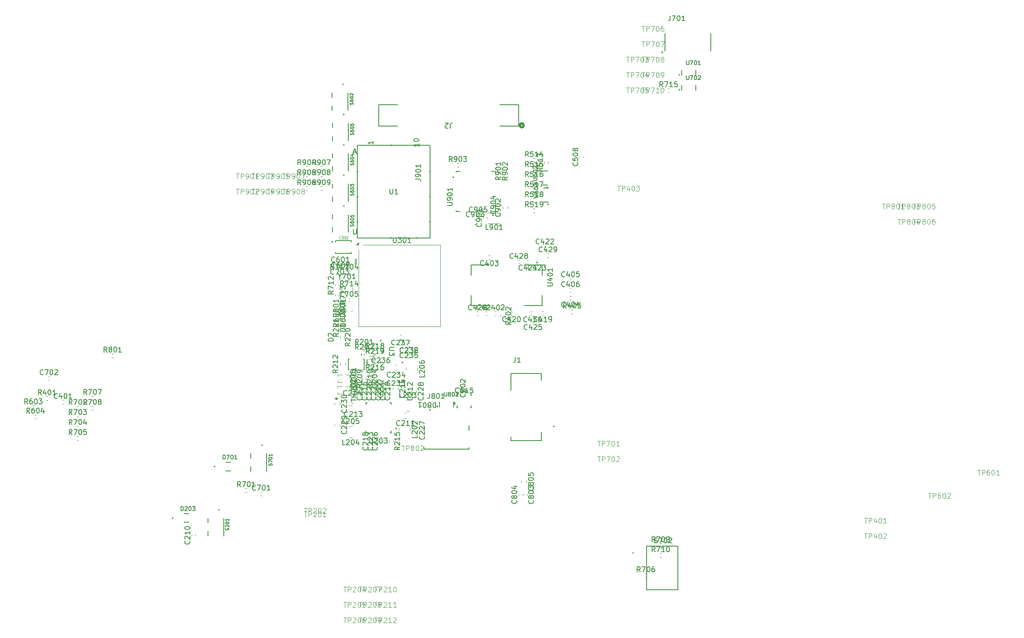
<source format=gbr>
%TF.GenerationSoftware,KiCad,Pcbnew,9.0.2*%
%TF.CreationDate,2025-06-19T13:39:27-06:00*%
%TF.ProjectId,MPU_MOD,4d50555f-4d4f-4442-9e6b-696361645f70,rev?*%
%TF.SameCoordinates,Original*%
%TF.FileFunction,Legend,Top*%
%TF.FilePolarity,Positive*%
%FSLAX46Y46*%
G04 Gerber Fmt 4.6, Leading zero omitted, Abs format (unit mm)*
G04 Created by KiCad (PCBNEW 9.0.2) date 2025-06-19 13:39:27*
%MOMM*%
%LPD*%
G01*
G04 APERTURE LIST*
%ADD10C,0.150000*%
%ADD11C,0.100000*%
%ADD12C,0.080100*%
%ADD13C,0.098425*%
%ADD14C,0.120198*%
%ADD15C,0.080023*%
%ADD16C,0.120000*%
%ADD17C,0.127000*%
%ADD18C,0.200000*%
%ADD19C,0.152400*%
%ADD20C,0.025400*%
%ADD21C,0.508000*%
G04 APERTURE END LIST*
D10*
X75169580Y-90882254D02*
X75217200Y-90929873D01*
X75217200Y-90929873D02*
X75264819Y-91072730D01*
X75264819Y-91072730D02*
X75264819Y-91167968D01*
X75264819Y-91167968D02*
X75217200Y-91310825D01*
X75217200Y-91310825D02*
X75121961Y-91406063D01*
X75121961Y-91406063D02*
X75026723Y-91453682D01*
X75026723Y-91453682D02*
X74836247Y-91501301D01*
X74836247Y-91501301D02*
X74693390Y-91501301D01*
X74693390Y-91501301D02*
X74502914Y-91453682D01*
X74502914Y-91453682D02*
X74407676Y-91406063D01*
X74407676Y-91406063D02*
X74312438Y-91310825D01*
X74312438Y-91310825D02*
X74264819Y-91167968D01*
X74264819Y-91167968D02*
X74264819Y-91072730D01*
X74264819Y-91072730D02*
X74312438Y-90929873D01*
X74312438Y-90929873D02*
X74360057Y-90882254D01*
X74360057Y-90501301D02*
X74312438Y-90453682D01*
X74312438Y-90453682D02*
X74264819Y-90358444D01*
X74264819Y-90358444D02*
X74264819Y-90120349D01*
X74264819Y-90120349D02*
X74312438Y-90025111D01*
X74312438Y-90025111D02*
X74360057Y-89977492D01*
X74360057Y-89977492D02*
X74455295Y-89929873D01*
X74455295Y-89929873D02*
X74550533Y-89929873D01*
X74550533Y-89929873D02*
X74693390Y-89977492D01*
X74693390Y-89977492D02*
X75264819Y-90548920D01*
X75264819Y-90548920D02*
X75264819Y-89929873D01*
X75264819Y-88977492D02*
X75264819Y-89548920D01*
X75264819Y-89263206D02*
X74264819Y-89263206D01*
X74264819Y-89263206D02*
X74407676Y-89358444D01*
X74407676Y-89358444D02*
X74502914Y-89453682D01*
X74502914Y-89453682D02*
X74550533Y-89548920D01*
X74264819Y-88120349D02*
X74264819Y-88310825D01*
X74264819Y-88310825D02*
X74312438Y-88406063D01*
X74312438Y-88406063D02*
X74360057Y-88453682D01*
X74360057Y-88453682D02*
X74502914Y-88548920D01*
X74502914Y-88548920D02*
X74693390Y-88596539D01*
X74693390Y-88596539D02*
X75074342Y-88596539D01*
X75074342Y-88596539D02*
X75169580Y-88548920D01*
X75169580Y-88548920D02*
X75217200Y-88501301D01*
X75217200Y-88501301D02*
X75264819Y-88406063D01*
X75264819Y-88406063D02*
X75264819Y-88215587D01*
X75264819Y-88215587D02*
X75217200Y-88120349D01*
X75217200Y-88120349D02*
X75169580Y-88072730D01*
X75169580Y-88072730D02*
X75074342Y-88025111D01*
X75074342Y-88025111D02*
X74836247Y-88025111D01*
X74836247Y-88025111D02*
X74741009Y-88072730D01*
X74741009Y-88072730D02*
X74693390Y-88120349D01*
X74693390Y-88120349D02*
X74645771Y-88215587D01*
X74645771Y-88215587D02*
X74645771Y-88406063D01*
X74645771Y-88406063D02*
X74693390Y-88501301D01*
X74693390Y-88501301D02*
X74741009Y-88548920D01*
X74741009Y-88548920D02*
X74836247Y-88596539D01*
D11*
X196035714Y-105387419D02*
X196607142Y-105387419D01*
X196321428Y-106387419D02*
X196321428Y-105387419D01*
X196940476Y-106387419D02*
X196940476Y-105387419D01*
X196940476Y-105387419D02*
X197321428Y-105387419D01*
X197321428Y-105387419D02*
X197416666Y-105435038D01*
X197416666Y-105435038D02*
X197464285Y-105482657D01*
X197464285Y-105482657D02*
X197511904Y-105577895D01*
X197511904Y-105577895D02*
X197511904Y-105720752D01*
X197511904Y-105720752D02*
X197464285Y-105815990D01*
X197464285Y-105815990D02*
X197416666Y-105863609D01*
X197416666Y-105863609D02*
X197321428Y-105911228D01*
X197321428Y-105911228D02*
X196940476Y-105911228D01*
X198369047Y-105387419D02*
X198178571Y-105387419D01*
X198178571Y-105387419D02*
X198083333Y-105435038D01*
X198083333Y-105435038D02*
X198035714Y-105482657D01*
X198035714Y-105482657D02*
X197940476Y-105625514D01*
X197940476Y-105625514D02*
X197892857Y-105815990D01*
X197892857Y-105815990D02*
X197892857Y-106196942D01*
X197892857Y-106196942D02*
X197940476Y-106292180D01*
X197940476Y-106292180D02*
X197988095Y-106339800D01*
X197988095Y-106339800D02*
X198083333Y-106387419D01*
X198083333Y-106387419D02*
X198273809Y-106387419D01*
X198273809Y-106387419D02*
X198369047Y-106339800D01*
X198369047Y-106339800D02*
X198416666Y-106292180D01*
X198416666Y-106292180D02*
X198464285Y-106196942D01*
X198464285Y-106196942D02*
X198464285Y-105958847D01*
X198464285Y-105958847D02*
X198416666Y-105863609D01*
X198416666Y-105863609D02*
X198369047Y-105815990D01*
X198369047Y-105815990D02*
X198273809Y-105768371D01*
X198273809Y-105768371D02*
X198083333Y-105768371D01*
X198083333Y-105768371D02*
X197988095Y-105815990D01*
X197988095Y-105815990D02*
X197940476Y-105863609D01*
X197940476Y-105863609D02*
X197892857Y-105958847D01*
X199083333Y-105387419D02*
X199178571Y-105387419D01*
X199178571Y-105387419D02*
X199273809Y-105435038D01*
X199273809Y-105435038D02*
X199321428Y-105482657D01*
X199321428Y-105482657D02*
X199369047Y-105577895D01*
X199369047Y-105577895D02*
X199416666Y-105768371D01*
X199416666Y-105768371D02*
X199416666Y-106006466D01*
X199416666Y-106006466D02*
X199369047Y-106196942D01*
X199369047Y-106196942D02*
X199321428Y-106292180D01*
X199321428Y-106292180D02*
X199273809Y-106339800D01*
X199273809Y-106339800D02*
X199178571Y-106387419D01*
X199178571Y-106387419D02*
X199083333Y-106387419D01*
X199083333Y-106387419D02*
X198988095Y-106339800D01*
X198988095Y-106339800D02*
X198940476Y-106292180D01*
X198940476Y-106292180D02*
X198892857Y-106196942D01*
X198892857Y-106196942D02*
X198845238Y-106006466D01*
X198845238Y-106006466D02*
X198845238Y-105768371D01*
X198845238Y-105768371D02*
X198892857Y-105577895D01*
X198892857Y-105577895D02*
X198940476Y-105482657D01*
X198940476Y-105482657D02*
X198988095Y-105435038D01*
X198988095Y-105435038D02*
X199083333Y-105387419D01*
X200369047Y-106387419D02*
X199797619Y-106387419D01*
X200083333Y-106387419D02*
X200083333Y-105387419D01*
X200083333Y-105387419D02*
X199988095Y-105530276D01*
X199988095Y-105530276D02*
X199892857Y-105625514D01*
X199892857Y-105625514D02*
X199797619Y-105673133D01*
D12*
X72989180Y-64453396D02*
X73141751Y-64453396D01*
X72821353Y-64560195D02*
X72989180Y-64453396D01*
X72989180Y-64453396D02*
X72821353Y-64346597D01*
X72821353Y-64102484D02*
X72821353Y-64163512D01*
X72821353Y-64163512D02*
X72836610Y-64194026D01*
X72836610Y-64194026D02*
X72851867Y-64209283D01*
X72851867Y-64209283D02*
X72897638Y-64239797D01*
X72897638Y-64239797D02*
X72958666Y-64255054D01*
X72958666Y-64255054D02*
X73080722Y-64255054D01*
X73080722Y-64255054D02*
X73111236Y-64239797D01*
X73111236Y-64239797D02*
X73126494Y-64224540D01*
X73126494Y-64224540D02*
X73141751Y-64194026D01*
X73141751Y-64194026D02*
X73141751Y-64132998D01*
X73141751Y-64132998D02*
X73126494Y-64102484D01*
X73126494Y-64102484D02*
X73111236Y-64087227D01*
X73111236Y-64087227D02*
X73080722Y-64071970D01*
X73080722Y-64071970D02*
X73004437Y-64071970D01*
X73004437Y-64071970D02*
X72973923Y-64087227D01*
X72973923Y-64087227D02*
X72958666Y-64102484D01*
X72958666Y-64102484D02*
X72943409Y-64132998D01*
X72943409Y-64132998D02*
X72943409Y-64194026D01*
X72943409Y-64194026D02*
X72958666Y-64224540D01*
X72958666Y-64224540D02*
X72973923Y-64239797D01*
X72973923Y-64239797D02*
X73004437Y-64255054D01*
X72821353Y-63873628D02*
X72821353Y-63843114D01*
X72821353Y-63843114D02*
X72836610Y-63812600D01*
X72836610Y-63812600D02*
X72851867Y-63797343D01*
X72851867Y-63797343D02*
X72882381Y-63782086D01*
X72882381Y-63782086D02*
X72943409Y-63766829D01*
X72943409Y-63766829D02*
X73019694Y-63766829D01*
X73019694Y-63766829D02*
X73080722Y-63782086D01*
X73080722Y-63782086D02*
X73111236Y-63797343D01*
X73111236Y-63797343D02*
X73126494Y-63812600D01*
X73126494Y-63812600D02*
X73141751Y-63843114D01*
X73141751Y-63843114D02*
X73141751Y-63873628D01*
X73141751Y-63873628D02*
X73126494Y-63904142D01*
X73126494Y-63904142D02*
X73111236Y-63919399D01*
X73111236Y-63919399D02*
X73080722Y-63934656D01*
X73080722Y-63934656D02*
X73019694Y-63949913D01*
X73019694Y-63949913D02*
X72943409Y-63949913D01*
X72943409Y-63949913D02*
X72882381Y-63934656D01*
X72882381Y-63934656D02*
X72851867Y-63919399D01*
X72851867Y-63919399D02*
X72836610Y-63904142D01*
X72836610Y-63904142D02*
X72821353Y-63873628D01*
X73141751Y-63461688D02*
X73141751Y-63644772D01*
X73141751Y-63553230D02*
X72821353Y-63553230D01*
X72821353Y-63553230D02*
X72867124Y-63583744D01*
X72867124Y-63583744D02*
X72897638Y-63614258D01*
X72897638Y-63614258D02*
X72912895Y-63644772D01*
D11*
X76710714Y-134617419D02*
X77282142Y-134617419D01*
X76996428Y-135617419D02*
X76996428Y-134617419D01*
X77615476Y-135617419D02*
X77615476Y-134617419D01*
X77615476Y-134617419D02*
X77996428Y-134617419D01*
X77996428Y-134617419D02*
X78091666Y-134665038D01*
X78091666Y-134665038D02*
X78139285Y-134712657D01*
X78139285Y-134712657D02*
X78186904Y-134807895D01*
X78186904Y-134807895D02*
X78186904Y-134950752D01*
X78186904Y-134950752D02*
X78139285Y-135045990D01*
X78139285Y-135045990D02*
X78091666Y-135093609D01*
X78091666Y-135093609D02*
X77996428Y-135141228D01*
X77996428Y-135141228D02*
X77615476Y-135141228D01*
X78567857Y-134712657D02*
X78615476Y-134665038D01*
X78615476Y-134665038D02*
X78710714Y-134617419D01*
X78710714Y-134617419D02*
X78948809Y-134617419D01*
X78948809Y-134617419D02*
X79044047Y-134665038D01*
X79044047Y-134665038D02*
X79091666Y-134712657D01*
X79091666Y-134712657D02*
X79139285Y-134807895D01*
X79139285Y-134807895D02*
X79139285Y-134903133D01*
X79139285Y-134903133D02*
X79091666Y-135045990D01*
X79091666Y-135045990D02*
X78520238Y-135617419D01*
X78520238Y-135617419D02*
X79139285Y-135617419D01*
X80091666Y-135617419D02*
X79520238Y-135617419D01*
X79805952Y-135617419D02*
X79805952Y-134617419D01*
X79805952Y-134617419D02*
X79710714Y-134760276D01*
X79710714Y-134760276D02*
X79615476Y-134855514D01*
X79615476Y-134855514D02*
X79520238Y-134903133D01*
X80472619Y-134712657D02*
X80520238Y-134665038D01*
X80520238Y-134665038D02*
X80615476Y-134617419D01*
X80615476Y-134617419D02*
X80853571Y-134617419D01*
X80853571Y-134617419D02*
X80948809Y-134665038D01*
X80948809Y-134665038D02*
X80996428Y-134712657D01*
X80996428Y-134712657D02*
X81044047Y-134807895D01*
X81044047Y-134807895D02*
X81044047Y-134903133D01*
X81044047Y-134903133D02*
X80996428Y-135045990D01*
X80996428Y-135045990D02*
X80425000Y-135617419D01*
X80425000Y-135617419D02*
X81044047Y-135617419D01*
D10*
X40099580Y-119439047D02*
X40147200Y-119486666D01*
X40147200Y-119486666D02*
X40194819Y-119629523D01*
X40194819Y-119629523D02*
X40194819Y-119724761D01*
X40194819Y-119724761D02*
X40147200Y-119867618D01*
X40147200Y-119867618D02*
X40051961Y-119962856D01*
X40051961Y-119962856D02*
X39956723Y-120010475D01*
X39956723Y-120010475D02*
X39766247Y-120058094D01*
X39766247Y-120058094D02*
X39623390Y-120058094D01*
X39623390Y-120058094D02*
X39432914Y-120010475D01*
X39432914Y-120010475D02*
X39337676Y-119962856D01*
X39337676Y-119962856D02*
X39242438Y-119867618D01*
X39242438Y-119867618D02*
X39194819Y-119724761D01*
X39194819Y-119724761D02*
X39194819Y-119629523D01*
X39194819Y-119629523D02*
X39242438Y-119486666D01*
X39242438Y-119486666D02*
X39290057Y-119439047D01*
X39290057Y-119058094D02*
X39242438Y-119010475D01*
X39242438Y-119010475D02*
X39194819Y-118915237D01*
X39194819Y-118915237D02*
X39194819Y-118677142D01*
X39194819Y-118677142D02*
X39242438Y-118581904D01*
X39242438Y-118581904D02*
X39290057Y-118534285D01*
X39290057Y-118534285D02*
X39385295Y-118486666D01*
X39385295Y-118486666D02*
X39480533Y-118486666D01*
X39480533Y-118486666D02*
X39623390Y-118534285D01*
X39623390Y-118534285D02*
X40194819Y-119105713D01*
X40194819Y-119105713D02*
X40194819Y-118486666D01*
X40194819Y-117534285D02*
X40194819Y-118105713D01*
X40194819Y-117819999D02*
X39194819Y-117819999D01*
X39194819Y-117819999D02*
X39337676Y-117915237D01*
X39337676Y-117915237D02*
X39432914Y-118010475D01*
X39432914Y-118010475D02*
X39480533Y-118105713D01*
X39194819Y-116915237D02*
X39194819Y-116819999D01*
X39194819Y-116819999D02*
X39242438Y-116724761D01*
X39242438Y-116724761D02*
X39290057Y-116677142D01*
X39290057Y-116677142D02*
X39385295Y-116629523D01*
X39385295Y-116629523D02*
X39575771Y-116581904D01*
X39575771Y-116581904D02*
X39813866Y-116581904D01*
X39813866Y-116581904D02*
X40004342Y-116629523D01*
X40004342Y-116629523D02*
X40099580Y-116677142D01*
X40099580Y-116677142D02*
X40147200Y-116724761D01*
X40147200Y-116724761D02*
X40194819Y-116819999D01*
X40194819Y-116819999D02*
X40194819Y-116915237D01*
X40194819Y-116915237D02*
X40147200Y-117010475D01*
X40147200Y-117010475D02*
X40099580Y-117058094D01*
X40099580Y-117058094D02*
X40004342Y-117105713D01*
X40004342Y-117105713D02*
X39813866Y-117153332D01*
X39813866Y-117153332D02*
X39575771Y-117153332D01*
X39575771Y-117153332D02*
X39385295Y-117105713D01*
X39385295Y-117105713D02*
X39290057Y-117058094D01*
X39290057Y-117058094D02*
X39242438Y-117010475D01*
X39242438Y-117010475D02*
X39194819Y-116915237D01*
X132223452Y-119604819D02*
X131890119Y-119128628D01*
X131652024Y-119604819D02*
X131652024Y-118604819D01*
X131652024Y-118604819D02*
X132032976Y-118604819D01*
X132032976Y-118604819D02*
X132128214Y-118652438D01*
X132128214Y-118652438D02*
X132175833Y-118700057D01*
X132175833Y-118700057D02*
X132223452Y-118795295D01*
X132223452Y-118795295D02*
X132223452Y-118938152D01*
X132223452Y-118938152D02*
X132175833Y-119033390D01*
X132175833Y-119033390D02*
X132128214Y-119081009D01*
X132128214Y-119081009D02*
X132032976Y-119128628D01*
X132032976Y-119128628D02*
X131652024Y-119128628D01*
X132556786Y-118604819D02*
X133223452Y-118604819D01*
X133223452Y-118604819D02*
X132794881Y-119604819D01*
X133794881Y-118604819D02*
X133890119Y-118604819D01*
X133890119Y-118604819D02*
X133985357Y-118652438D01*
X133985357Y-118652438D02*
X134032976Y-118700057D01*
X134032976Y-118700057D02*
X134080595Y-118795295D01*
X134080595Y-118795295D02*
X134128214Y-118985771D01*
X134128214Y-118985771D02*
X134128214Y-119223866D01*
X134128214Y-119223866D02*
X134080595Y-119414342D01*
X134080595Y-119414342D02*
X134032976Y-119509580D01*
X134032976Y-119509580D02*
X133985357Y-119557200D01*
X133985357Y-119557200D02*
X133890119Y-119604819D01*
X133890119Y-119604819D02*
X133794881Y-119604819D01*
X133794881Y-119604819D02*
X133699643Y-119557200D01*
X133699643Y-119557200D02*
X133652024Y-119509580D01*
X133652024Y-119509580D02*
X133604405Y-119414342D01*
X133604405Y-119414342D02*
X133556786Y-119223866D01*
X133556786Y-119223866D02*
X133556786Y-118985771D01*
X133556786Y-118985771D02*
X133604405Y-118795295D01*
X133604405Y-118795295D02*
X133652024Y-118700057D01*
X133652024Y-118700057D02*
X133699643Y-118652438D01*
X133699643Y-118652438D02*
X133794881Y-118604819D01*
X134604405Y-119604819D02*
X134794881Y-119604819D01*
X134794881Y-119604819D02*
X134890119Y-119557200D01*
X134890119Y-119557200D02*
X134937738Y-119509580D01*
X134937738Y-119509580D02*
X135032976Y-119366723D01*
X135032976Y-119366723D02*
X135080595Y-119176247D01*
X135080595Y-119176247D02*
X135080595Y-118795295D01*
X135080595Y-118795295D02*
X135032976Y-118700057D01*
X135032976Y-118700057D02*
X134985357Y-118652438D01*
X134985357Y-118652438D02*
X134890119Y-118604819D01*
X134890119Y-118604819D02*
X134699643Y-118604819D01*
X134699643Y-118604819D02*
X134604405Y-118652438D01*
X134604405Y-118652438D02*
X134556786Y-118700057D01*
X134556786Y-118700057D02*
X134509167Y-118795295D01*
X134509167Y-118795295D02*
X134509167Y-119033390D01*
X134509167Y-119033390D02*
X134556786Y-119128628D01*
X134556786Y-119128628D02*
X134604405Y-119176247D01*
X134604405Y-119176247D02*
X134699643Y-119223866D01*
X134699643Y-119223866D02*
X134890119Y-119223866D01*
X134890119Y-119223866D02*
X134985357Y-119176247D01*
X134985357Y-119176247D02*
X135032976Y-119128628D01*
X135032976Y-119128628D02*
X135080595Y-119033390D01*
X80459129Y-59332219D02*
X80459129Y-60141742D01*
X80459129Y-60141742D02*
X80506748Y-60236980D01*
X80506748Y-60236980D02*
X80554367Y-60284600D01*
X80554367Y-60284600D02*
X80649605Y-60332219D01*
X80649605Y-60332219D02*
X80840081Y-60332219D01*
X80840081Y-60332219D02*
X80935319Y-60284600D01*
X80935319Y-60284600D02*
X80982938Y-60236980D01*
X80982938Y-60236980D02*
X81030557Y-60141742D01*
X81030557Y-60141742D02*
X81030557Y-59332219D01*
X81411510Y-59332219D02*
X82030557Y-59332219D01*
X82030557Y-59332219D02*
X81697224Y-59713171D01*
X81697224Y-59713171D02*
X81840081Y-59713171D01*
X81840081Y-59713171D02*
X81935319Y-59760790D01*
X81935319Y-59760790D02*
X81982938Y-59808409D01*
X81982938Y-59808409D02*
X82030557Y-59903647D01*
X82030557Y-59903647D02*
X82030557Y-60141742D01*
X82030557Y-60141742D02*
X81982938Y-60236980D01*
X81982938Y-60236980D02*
X81935319Y-60284600D01*
X81935319Y-60284600D02*
X81840081Y-60332219D01*
X81840081Y-60332219D02*
X81554367Y-60332219D01*
X81554367Y-60332219D02*
X81459129Y-60284600D01*
X81459129Y-60284600D02*
X81411510Y-60236980D01*
X82649605Y-59332219D02*
X82744843Y-59332219D01*
X82744843Y-59332219D02*
X82840081Y-59379838D01*
X82840081Y-59379838D02*
X82887700Y-59427457D01*
X82887700Y-59427457D02*
X82935319Y-59522695D01*
X82935319Y-59522695D02*
X82982938Y-59713171D01*
X82982938Y-59713171D02*
X82982938Y-59951266D01*
X82982938Y-59951266D02*
X82935319Y-60141742D01*
X82935319Y-60141742D02*
X82887700Y-60236980D01*
X82887700Y-60236980D02*
X82840081Y-60284600D01*
X82840081Y-60284600D02*
X82744843Y-60332219D01*
X82744843Y-60332219D02*
X82649605Y-60332219D01*
X82649605Y-60332219D02*
X82554367Y-60284600D01*
X82554367Y-60284600D02*
X82506748Y-60236980D01*
X82506748Y-60236980D02*
X82459129Y-60141742D01*
X82459129Y-60141742D02*
X82411510Y-59951266D01*
X82411510Y-59951266D02*
X82411510Y-59713171D01*
X82411510Y-59713171D02*
X82459129Y-59522695D01*
X82459129Y-59522695D02*
X82506748Y-59427457D01*
X82506748Y-59427457D02*
X82554367Y-59379838D01*
X82554367Y-59379838D02*
X82649605Y-59332219D01*
X83935319Y-60332219D02*
X83363891Y-60332219D01*
X83649605Y-60332219D02*
X83649605Y-59332219D01*
X83649605Y-59332219D02*
X83554367Y-59475076D01*
X83554367Y-59475076D02*
X83459129Y-59570314D01*
X83459129Y-59570314D02*
X83363891Y-59617933D01*
D11*
X58535714Y-49707419D02*
X59107142Y-49707419D01*
X58821428Y-50707419D02*
X58821428Y-49707419D01*
X59440476Y-50707419D02*
X59440476Y-49707419D01*
X59440476Y-49707419D02*
X59821428Y-49707419D01*
X59821428Y-49707419D02*
X59916666Y-49755038D01*
X59916666Y-49755038D02*
X59964285Y-49802657D01*
X59964285Y-49802657D02*
X60011904Y-49897895D01*
X60011904Y-49897895D02*
X60011904Y-50040752D01*
X60011904Y-50040752D02*
X59964285Y-50135990D01*
X59964285Y-50135990D02*
X59916666Y-50183609D01*
X59916666Y-50183609D02*
X59821428Y-50231228D01*
X59821428Y-50231228D02*
X59440476Y-50231228D01*
X60488095Y-50707419D02*
X60678571Y-50707419D01*
X60678571Y-50707419D02*
X60773809Y-50659800D01*
X60773809Y-50659800D02*
X60821428Y-50612180D01*
X60821428Y-50612180D02*
X60916666Y-50469323D01*
X60916666Y-50469323D02*
X60964285Y-50278847D01*
X60964285Y-50278847D02*
X60964285Y-49897895D01*
X60964285Y-49897895D02*
X60916666Y-49802657D01*
X60916666Y-49802657D02*
X60869047Y-49755038D01*
X60869047Y-49755038D02*
X60773809Y-49707419D01*
X60773809Y-49707419D02*
X60583333Y-49707419D01*
X60583333Y-49707419D02*
X60488095Y-49755038D01*
X60488095Y-49755038D02*
X60440476Y-49802657D01*
X60440476Y-49802657D02*
X60392857Y-49897895D01*
X60392857Y-49897895D02*
X60392857Y-50135990D01*
X60392857Y-50135990D02*
X60440476Y-50231228D01*
X60440476Y-50231228D02*
X60488095Y-50278847D01*
X60488095Y-50278847D02*
X60583333Y-50326466D01*
X60583333Y-50326466D02*
X60773809Y-50326466D01*
X60773809Y-50326466D02*
X60869047Y-50278847D01*
X60869047Y-50278847D02*
X60916666Y-50231228D01*
X60916666Y-50231228D02*
X60964285Y-50135990D01*
X61583333Y-49707419D02*
X61678571Y-49707419D01*
X61678571Y-49707419D02*
X61773809Y-49755038D01*
X61773809Y-49755038D02*
X61821428Y-49802657D01*
X61821428Y-49802657D02*
X61869047Y-49897895D01*
X61869047Y-49897895D02*
X61916666Y-50088371D01*
X61916666Y-50088371D02*
X61916666Y-50326466D01*
X61916666Y-50326466D02*
X61869047Y-50516942D01*
X61869047Y-50516942D02*
X61821428Y-50612180D01*
X61821428Y-50612180D02*
X61773809Y-50659800D01*
X61773809Y-50659800D02*
X61678571Y-50707419D01*
X61678571Y-50707419D02*
X61583333Y-50707419D01*
X61583333Y-50707419D02*
X61488095Y-50659800D01*
X61488095Y-50659800D02*
X61440476Y-50612180D01*
X61440476Y-50612180D02*
X61392857Y-50516942D01*
X61392857Y-50516942D02*
X61345238Y-50326466D01*
X61345238Y-50326466D02*
X61345238Y-50088371D01*
X61345238Y-50088371D02*
X61392857Y-49897895D01*
X61392857Y-49897895D02*
X61440476Y-49802657D01*
X61440476Y-49802657D02*
X61488095Y-49755038D01*
X61488095Y-49755038D02*
X61583333Y-49707419D01*
X62488095Y-50135990D02*
X62392857Y-50088371D01*
X62392857Y-50088371D02*
X62345238Y-50040752D01*
X62345238Y-50040752D02*
X62297619Y-49945514D01*
X62297619Y-49945514D02*
X62297619Y-49897895D01*
X62297619Y-49897895D02*
X62345238Y-49802657D01*
X62345238Y-49802657D02*
X62392857Y-49755038D01*
X62392857Y-49755038D02*
X62488095Y-49707419D01*
X62488095Y-49707419D02*
X62678571Y-49707419D01*
X62678571Y-49707419D02*
X62773809Y-49755038D01*
X62773809Y-49755038D02*
X62821428Y-49802657D01*
X62821428Y-49802657D02*
X62869047Y-49897895D01*
X62869047Y-49897895D02*
X62869047Y-49945514D01*
X62869047Y-49945514D02*
X62821428Y-50040752D01*
X62821428Y-50040752D02*
X62773809Y-50088371D01*
X62773809Y-50088371D02*
X62678571Y-50135990D01*
X62678571Y-50135990D02*
X62488095Y-50135990D01*
X62488095Y-50135990D02*
X62392857Y-50183609D01*
X62392857Y-50183609D02*
X62345238Y-50231228D01*
X62345238Y-50231228D02*
X62297619Y-50326466D01*
X62297619Y-50326466D02*
X62297619Y-50516942D01*
X62297619Y-50516942D02*
X62345238Y-50612180D01*
X62345238Y-50612180D02*
X62392857Y-50659800D01*
X62392857Y-50659800D02*
X62488095Y-50707419D01*
X62488095Y-50707419D02*
X62678571Y-50707419D01*
X62678571Y-50707419D02*
X62773809Y-50659800D01*
X62773809Y-50659800D02*
X62821428Y-50612180D01*
X62821428Y-50612180D02*
X62869047Y-50516942D01*
X62869047Y-50516942D02*
X62869047Y-50326466D01*
X62869047Y-50326466D02*
X62821428Y-50231228D01*
X62821428Y-50231228D02*
X62773809Y-50183609D01*
X62773809Y-50183609D02*
X62678571Y-50135990D01*
D10*
X62180952Y-46884819D02*
X61847619Y-46408628D01*
X61609524Y-46884819D02*
X61609524Y-45884819D01*
X61609524Y-45884819D02*
X61990476Y-45884819D01*
X61990476Y-45884819D02*
X62085714Y-45932438D01*
X62085714Y-45932438D02*
X62133333Y-45980057D01*
X62133333Y-45980057D02*
X62180952Y-46075295D01*
X62180952Y-46075295D02*
X62180952Y-46218152D01*
X62180952Y-46218152D02*
X62133333Y-46313390D01*
X62133333Y-46313390D02*
X62085714Y-46361009D01*
X62085714Y-46361009D02*
X61990476Y-46408628D01*
X61990476Y-46408628D02*
X61609524Y-46408628D01*
X62657143Y-46884819D02*
X62847619Y-46884819D01*
X62847619Y-46884819D02*
X62942857Y-46837200D01*
X62942857Y-46837200D02*
X62990476Y-46789580D01*
X62990476Y-46789580D02*
X63085714Y-46646723D01*
X63085714Y-46646723D02*
X63133333Y-46456247D01*
X63133333Y-46456247D02*
X63133333Y-46075295D01*
X63133333Y-46075295D02*
X63085714Y-45980057D01*
X63085714Y-45980057D02*
X63038095Y-45932438D01*
X63038095Y-45932438D02*
X62942857Y-45884819D01*
X62942857Y-45884819D02*
X62752381Y-45884819D01*
X62752381Y-45884819D02*
X62657143Y-45932438D01*
X62657143Y-45932438D02*
X62609524Y-45980057D01*
X62609524Y-45980057D02*
X62561905Y-46075295D01*
X62561905Y-46075295D02*
X62561905Y-46313390D01*
X62561905Y-46313390D02*
X62609524Y-46408628D01*
X62609524Y-46408628D02*
X62657143Y-46456247D01*
X62657143Y-46456247D02*
X62752381Y-46503866D01*
X62752381Y-46503866D02*
X62942857Y-46503866D01*
X62942857Y-46503866D02*
X63038095Y-46456247D01*
X63038095Y-46456247D02*
X63085714Y-46408628D01*
X63085714Y-46408628D02*
X63133333Y-46313390D01*
X63752381Y-45884819D02*
X63847619Y-45884819D01*
X63847619Y-45884819D02*
X63942857Y-45932438D01*
X63942857Y-45932438D02*
X63990476Y-45980057D01*
X63990476Y-45980057D02*
X64038095Y-46075295D01*
X64038095Y-46075295D02*
X64085714Y-46265771D01*
X64085714Y-46265771D02*
X64085714Y-46503866D01*
X64085714Y-46503866D02*
X64038095Y-46694342D01*
X64038095Y-46694342D02*
X63990476Y-46789580D01*
X63990476Y-46789580D02*
X63942857Y-46837200D01*
X63942857Y-46837200D02*
X63847619Y-46884819D01*
X63847619Y-46884819D02*
X63752381Y-46884819D01*
X63752381Y-46884819D02*
X63657143Y-46837200D01*
X63657143Y-46837200D02*
X63609524Y-46789580D01*
X63609524Y-46789580D02*
X63561905Y-46694342D01*
X63561905Y-46694342D02*
X63514286Y-46503866D01*
X63514286Y-46503866D02*
X63514286Y-46265771D01*
X63514286Y-46265771D02*
X63561905Y-46075295D01*
X63561905Y-46075295D02*
X63609524Y-45980057D01*
X63609524Y-45980057D02*
X63657143Y-45932438D01*
X63657143Y-45932438D02*
X63752381Y-45884819D01*
X64990476Y-45884819D02*
X64514286Y-45884819D01*
X64514286Y-45884819D02*
X64466667Y-46361009D01*
X64466667Y-46361009D02*
X64514286Y-46313390D01*
X64514286Y-46313390D02*
X64609524Y-46265771D01*
X64609524Y-46265771D02*
X64847619Y-46265771D01*
X64847619Y-46265771D02*
X64942857Y-46313390D01*
X64942857Y-46313390D02*
X64990476Y-46361009D01*
X64990476Y-46361009D02*
X65038095Y-46456247D01*
X65038095Y-46456247D02*
X65038095Y-46694342D01*
X65038095Y-46694342D02*
X64990476Y-46789580D01*
X64990476Y-46789580D02*
X64942857Y-46837200D01*
X64942857Y-46837200D02*
X64847619Y-46884819D01*
X64847619Y-46884819D02*
X64609524Y-46884819D01*
X64609524Y-46884819D02*
X64514286Y-46837200D01*
X64514286Y-46837200D02*
X64466667Y-46789580D01*
X97817080Y-56524047D02*
X97864700Y-56571666D01*
X97864700Y-56571666D02*
X97912319Y-56714523D01*
X97912319Y-56714523D02*
X97912319Y-56809761D01*
X97912319Y-56809761D02*
X97864700Y-56952618D01*
X97864700Y-56952618D02*
X97769461Y-57047856D01*
X97769461Y-57047856D02*
X97674223Y-57095475D01*
X97674223Y-57095475D02*
X97483747Y-57143094D01*
X97483747Y-57143094D02*
X97340890Y-57143094D01*
X97340890Y-57143094D02*
X97150414Y-57095475D01*
X97150414Y-57095475D02*
X97055176Y-57047856D01*
X97055176Y-57047856D02*
X96959938Y-56952618D01*
X96959938Y-56952618D02*
X96912319Y-56809761D01*
X96912319Y-56809761D02*
X96912319Y-56714523D01*
X96912319Y-56714523D02*
X96959938Y-56571666D01*
X96959938Y-56571666D02*
X97007557Y-56524047D01*
X97912319Y-56047856D02*
X97912319Y-55857380D01*
X97912319Y-55857380D02*
X97864700Y-55762142D01*
X97864700Y-55762142D02*
X97817080Y-55714523D01*
X97817080Y-55714523D02*
X97674223Y-55619285D01*
X97674223Y-55619285D02*
X97483747Y-55571666D01*
X97483747Y-55571666D02*
X97102795Y-55571666D01*
X97102795Y-55571666D02*
X97007557Y-55619285D01*
X97007557Y-55619285D02*
X96959938Y-55666904D01*
X96959938Y-55666904D02*
X96912319Y-55762142D01*
X96912319Y-55762142D02*
X96912319Y-55952618D01*
X96912319Y-55952618D02*
X96959938Y-56047856D01*
X96959938Y-56047856D02*
X97007557Y-56095475D01*
X97007557Y-56095475D02*
X97102795Y-56143094D01*
X97102795Y-56143094D02*
X97340890Y-56143094D01*
X97340890Y-56143094D02*
X97436128Y-56095475D01*
X97436128Y-56095475D02*
X97483747Y-56047856D01*
X97483747Y-56047856D02*
X97531366Y-55952618D01*
X97531366Y-55952618D02*
X97531366Y-55762142D01*
X97531366Y-55762142D02*
X97483747Y-55666904D01*
X97483747Y-55666904D02*
X97436128Y-55619285D01*
X97436128Y-55619285D02*
X97340890Y-55571666D01*
X96912319Y-54952618D02*
X96912319Y-54857380D01*
X96912319Y-54857380D02*
X96959938Y-54762142D01*
X96959938Y-54762142D02*
X97007557Y-54714523D01*
X97007557Y-54714523D02*
X97102795Y-54666904D01*
X97102795Y-54666904D02*
X97293271Y-54619285D01*
X97293271Y-54619285D02*
X97531366Y-54619285D01*
X97531366Y-54619285D02*
X97721842Y-54666904D01*
X97721842Y-54666904D02*
X97817080Y-54714523D01*
X97817080Y-54714523D02*
X97864700Y-54762142D01*
X97864700Y-54762142D02*
X97912319Y-54857380D01*
X97912319Y-54857380D02*
X97912319Y-54952618D01*
X97912319Y-54952618D02*
X97864700Y-55047856D01*
X97864700Y-55047856D02*
X97817080Y-55095475D01*
X97817080Y-55095475D02*
X97721842Y-55143094D01*
X97721842Y-55143094D02*
X97531366Y-55190713D01*
X97531366Y-55190713D02*
X97293271Y-55190713D01*
X97293271Y-55190713D02*
X97102795Y-55143094D01*
X97102795Y-55143094D02*
X97007557Y-55095475D01*
X97007557Y-55095475D02*
X96959938Y-55047856D01*
X96959938Y-55047856D02*
X96912319Y-54952618D01*
X97912319Y-53666904D02*
X97912319Y-54238332D01*
X97912319Y-53952618D02*
X96912319Y-53952618D01*
X96912319Y-53952618D02*
X97055176Y-54047856D01*
X97055176Y-54047856D02*
X97150414Y-54143094D01*
X97150414Y-54143094D02*
X97198033Y-54238332D01*
D11*
X49385714Y-46657419D02*
X49957142Y-46657419D01*
X49671428Y-47657419D02*
X49671428Y-46657419D01*
X50290476Y-47657419D02*
X50290476Y-46657419D01*
X50290476Y-46657419D02*
X50671428Y-46657419D01*
X50671428Y-46657419D02*
X50766666Y-46705038D01*
X50766666Y-46705038D02*
X50814285Y-46752657D01*
X50814285Y-46752657D02*
X50861904Y-46847895D01*
X50861904Y-46847895D02*
X50861904Y-46990752D01*
X50861904Y-46990752D02*
X50814285Y-47085990D01*
X50814285Y-47085990D02*
X50766666Y-47133609D01*
X50766666Y-47133609D02*
X50671428Y-47181228D01*
X50671428Y-47181228D02*
X50290476Y-47181228D01*
X51338095Y-47657419D02*
X51528571Y-47657419D01*
X51528571Y-47657419D02*
X51623809Y-47609800D01*
X51623809Y-47609800D02*
X51671428Y-47562180D01*
X51671428Y-47562180D02*
X51766666Y-47419323D01*
X51766666Y-47419323D02*
X51814285Y-47228847D01*
X51814285Y-47228847D02*
X51814285Y-46847895D01*
X51814285Y-46847895D02*
X51766666Y-46752657D01*
X51766666Y-46752657D02*
X51719047Y-46705038D01*
X51719047Y-46705038D02*
X51623809Y-46657419D01*
X51623809Y-46657419D02*
X51433333Y-46657419D01*
X51433333Y-46657419D02*
X51338095Y-46705038D01*
X51338095Y-46705038D02*
X51290476Y-46752657D01*
X51290476Y-46752657D02*
X51242857Y-46847895D01*
X51242857Y-46847895D02*
X51242857Y-47085990D01*
X51242857Y-47085990D02*
X51290476Y-47181228D01*
X51290476Y-47181228D02*
X51338095Y-47228847D01*
X51338095Y-47228847D02*
X51433333Y-47276466D01*
X51433333Y-47276466D02*
X51623809Y-47276466D01*
X51623809Y-47276466D02*
X51719047Y-47228847D01*
X51719047Y-47228847D02*
X51766666Y-47181228D01*
X51766666Y-47181228D02*
X51814285Y-47085990D01*
X52433333Y-46657419D02*
X52528571Y-46657419D01*
X52528571Y-46657419D02*
X52623809Y-46705038D01*
X52623809Y-46705038D02*
X52671428Y-46752657D01*
X52671428Y-46752657D02*
X52719047Y-46847895D01*
X52719047Y-46847895D02*
X52766666Y-47038371D01*
X52766666Y-47038371D02*
X52766666Y-47276466D01*
X52766666Y-47276466D02*
X52719047Y-47466942D01*
X52719047Y-47466942D02*
X52671428Y-47562180D01*
X52671428Y-47562180D02*
X52623809Y-47609800D01*
X52623809Y-47609800D02*
X52528571Y-47657419D01*
X52528571Y-47657419D02*
X52433333Y-47657419D01*
X52433333Y-47657419D02*
X52338095Y-47609800D01*
X52338095Y-47609800D02*
X52290476Y-47562180D01*
X52290476Y-47562180D02*
X52242857Y-47466942D01*
X52242857Y-47466942D02*
X52195238Y-47276466D01*
X52195238Y-47276466D02*
X52195238Y-47038371D01*
X52195238Y-47038371D02*
X52242857Y-46847895D01*
X52242857Y-46847895D02*
X52290476Y-46752657D01*
X52290476Y-46752657D02*
X52338095Y-46705038D01*
X52338095Y-46705038D02*
X52433333Y-46657419D01*
X53719047Y-47657419D02*
X53147619Y-47657419D01*
X53433333Y-47657419D02*
X53433333Y-46657419D01*
X53433333Y-46657419D02*
X53338095Y-46800276D01*
X53338095Y-46800276D02*
X53242857Y-46895514D01*
X53242857Y-46895514D02*
X53147619Y-46943133D01*
D10*
X81699819Y-100807254D02*
X81223628Y-101140587D01*
X81699819Y-101378682D02*
X80699819Y-101378682D01*
X80699819Y-101378682D02*
X80699819Y-100997730D01*
X80699819Y-100997730D02*
X80747438Y-100902492D01*
X80747438Y-100902492D02*
X80795057Y-100854873D01*
X80795057Y-100854873D02*
X80890295Y-100807254D01*
X80890295Y-100807254D02*
X81033152Y-100807254D01*
X81033152Y-100807254D02*
X81128390Y-100854873D01*
X81128390Y-100854873D02*
X81176009Y-100902492D01*
X81176009Y-100902492D02*
X81223628Y-100997730D01*
X81223628Y-100997730D02*
X81223628Y-101378682D01*
X80795057Y-100426301D02*
X80747438Y-100378682D01*
X80747438Y-100378682D02*
X80699819Y-100283444D01*
X80699819Y-100283444D02*
X80699819Y-100045349D01*
X80699819Y-100045349D02*
X80747438Y-99950111D01*
X80747438Y-99950111D02*
X80795057Y-99902492D01*
X80795057Y-99902492D02*
X80890295Y-99854873D01*
X80890295Y-99854873D02*
X80985533Y-99854873D01*
X80985533Y-99854873D02*
X81128390Y-99902492D01*
X81128390Y-99902492D02*
X81699819Y-100473920D01*
X81699819Y-100473920D02*
X81699819Y-99854873D01*
X81699819Y-98902492D02*
X81699819Y-99473920D01*
X81699819Y-99188206D02*
X80699819Y-99188206D01*
X80699819Y-99188206D02*
X80842676Y-99283444D01*
X80842676Y-99283444D02*
X80937914Y-99378682D01*
X80937914Y-99378682D02*
X80985533Y-99473920D01*
X80699819Y-97997730D02*
X80699819Y-98473920D01*
X80699819Y-98473920D02*
X81176009Y-98521539D01*
X81176009Y-98521539D02*
X81128390Y-98473920D01*
X81128390Y-98473920D02*
X81080771Y-98378682D01*
X81080771Y-98378682D02*
X81080771Y-98140587D01*
X81080771Y-98140587D02*
X81128390Y-98045349D01*
X81128390Y-98045349D02*
X81176009Y-97997730D01*
X81176009Y-97997730D02*
X81271247Y-97950111D01*
X81271247Y-97950111D02*
X81509342Y-97950111D01*
X81509342Y-97950111D02*
X81604580Y-97997730D01*
X81604580Y-97997730D02*
X81652200Y-98045349D01*
X81652200Y-98045349D02*
X81699819Y-98140587D01*
X81699819Y-98140587D02*
X81699819Y-98378682D01*
X81699819Y-98378682D02*
X81652200Y-98473920D01*
X81652200Y-98473920D02*
X81604580Y-98521539D01*
X16890952Y-98374819D02*
X16557619Y-97898628D01*
X16319524Y-98374819D02*
X16319524Y-97374819D01*
X16319524Y-97374819D02*
X16700476Y-97374819D01*
X16700476Y-97374819D02*
X16795714Y-97422438D01*
X16795714Y-97422438D02*
X16843333Y-97470057D01*
X16843333Y-97470057D02*
X16890952Y-97565295D01*
X16890952Y-97565295D02*
X16890952Y-97708152D01*
X16890952Y-97708152D02*
X16843333Y-97803390D01*
X16843333Y-97803390D02*
X16795714Y-97851009D01*
X16795714Y-97851009D02*
X16700476Y-97898628D01*
X16700476Y-97898628D02*
X16319524Y-97898628D01*
X17224286Y-97374819D02*
X17890952Y-97374819D01*
X17890952Y-97374819D02*
X17462381Y-98374819D01*
X18462381Y-97374819D02*
X18557619Y-97374819D01*
X18557619Y-97374819D02*
X18652857Y-97422438D01*
X18652857Y-97422438D02*
X18700476Y-97470057D01*
X18700476Y-97470057D02*
X18748095Y-97565295D01*
X18748095Y-97565295D02*
X18795714Y-97755771D01*
X18795714Y-97755771D02*
X18795714Y-97993866D01*
X18795714Y-97993866D02*
X18748095Y-98184342D01*
X18748095Y-98184342D02*
X18700476Y-98279580D01*
X18700476Y-98279580D02*
X18652857Y-98327200D01*
X18652857Y-98327200D02*
X18557619Y-98374819D01*
X18557619Y-98374819D02*
X18462381Y-98374819D01*
X18462381Y-98374819D02*
X18367143Y-98327200D01*
X18367143Y-98327200D02*
X18319524Y-98279580D01*
X18319524Y-98279580D02*
X18271905Y-98184342D01*
X18271905Y-98184342D02*
X18224286Y-97993866D01*
X18224286Y-97993866D02*
X18224286Y-97755771D01*
X18224286Y-97755771D02*
X18271905Y-97565295D01*
X18271905Y-97565295D02*
X18319524Y-97470057D01*
X18319524Y-97470057D02*
X18367143Y-97422438D01*
X18367143Y-97422438D02*
X18462381Y-97374819D01*
X19700476Y-97374819D02*
X19224286Y-97374819D01*
X19224286Y-97374819D02*
X19176667Y-97851009D01*
X19176667Y-97851009D02*
X19224286Y-97803390D01*
X19224286Y-97803390D02*
X19319524Y-97755771D01*
X19319524Y-97755771D02*
X19557619Y-97755771D01*
X19557619Y-97755771D02*
X19652857Y-97803390D01*
X19652857Y-97803390D02*
X19700476Y-97851009D01*
X19700476Y-97851009D02*
X19748095Y-97946247D01*
X19748095Y-97946247D02*
X19748095Y-98184342D01*
X19748095Y-98184342D02*
X19700476Y-98279580D01*
X19700476Y-98279580D02*
X19652857Y-98327200D01*
X19652857Y-98327200D02*
X19557619Y-98374819D01*
X19557619Y-98374819D02*
X19319524Y-98374819D01*
X19319524Y-98374819D02*
X19224286Y-98327200D01*
X19224286Y-98327200D02*
X19176667Y-98279580D01*
X72594200Y-57076643D02*
X72624676Y-56985214D01*
X72624676Y-56985214D02*
X72624676Y-56832833D01*
X72624676Y-56832833D02*
X72594200Y-56771881D01*
X72594200Y-56771881D02*
X72563723Y-56741405D01*
X72563723Y-56741405D02*
X72502771Y-56710928D01*
X72502771Y-56710928D02*
X72441819Y-56710928D01*
X72441819Y-56710928D02*
X72380866Y-56741405D01*
X72380866Y-56741405D02*
X72350390Y-56771881D01*
X72350390Y-56771881D02*
X72319914Y-56832833D01*
X72319914Y-56832833D02*
X72289438Y-56954738D01*
X72289438Y-56954738D02*
X72258961Y-57015690D01*
X72258961Y-57015690D02*
X72228485Y-57046167D01*
X72228485Y-57046167D02*
X72167533Y-57076643D01*
X72167533Y-57076643D02*
X72106580Y-57076643D01*
X72106580Y-57076643D02*
X72045628Y-57046167D01*
X72045628Y-57046167D02*
X72015152Y-57015690D01*
X72015152Y-57015690D02*
X71984676Y-56954738D01*
X71984676Y-56954738D02*
X71984676Y-56802357D01*
X71984676Y-56802357D02*
X72015152Y-56710928D01*
X71984676Y-56162357D02*
X71984676Y-56284262D01*
X71984676Y-56284262D02*
X72015152Y-56345214D01*
X72015152Y-56345214D02*
X72045628Y-56375690D01*
X72045628Y-56375690D02*
X72137057Y-56436643D01*
X72137057Y-56436643D02*
X72258961Y-56467119D01*
X72258961Y-56467119D02*
X72502771Y-56467119D01*
X72502771Y-56467119D02*
X72563723Y-56436643D01*
X72563723Y-56436643D02*
X72594200Y-56406166D01*
X72594200Y-56406166D02*
X72624676Y-56345214D01*
X72624676Y-56345214D02*
X72624676Y-56223309D01*
X72624676Y-56223309D02*
X72594200Y-56162357D01*
X72594200Y-56162357D02*
X72563723Y-56131881D01*
X72563723Y-56131881D02*
X72502771Y-56101404D01*
X72502771Y-56101404D02*
X72350390Y-56101404D01*
X72350390Y-56101404D02*
X72289438Y-56131881D01*
X72289438Y-56131881D02*
X72258961Y-56162357D01*
X72258961Y-56162357D02*
X72228485Y-56223309D01*
X72228485Y-56223309D02*
X72228485Y-56345214D01*
X72228485Y-56345214D02*
X72258961Y-56406166D01*
X72258961Y-56406166D02*
X72289438Y-56436643D01*
X72289438Y-56436643D02*
X72350390Y-56467119D01*
X71984676Y-55705214D02*
X71984676Y-55644261D01*
X71984676Y-55644261D02*
X72015152Y-55583309D01*
X72015152Y-55583309D02*
X72045628Y-55552833D01*
X72045628Y-55552833D02*
X72106580Y-55522357D01*
X72106580Y-55522357D02*
X72228485Y-55491880D01*
X72228485Y-55491880D02*
X72380866Y-55491880D01*
X72380866Y-55491880D02*
X72502771Y-55522357D01*
X72502771Y-55522357D02*
X72563723Y-55552833D01*
X72563723Y-55552833D02*
X72594200Y-55583309D01*
X72594200Y-55583309D02*
X72624676Y-55644261D01*
X72624676Y-55644261D02*
X72624676Y-55705214D01*
X72624676Y-55705214D02*
X72594200Y-55766166D01*
X72594200Y-55766166D02*
X72563723Y-55796642D01*
X72563723Y-55796642D02*
X72502771Y-55827119D01*
X72502771Y-55827119D02*
X72380866Y-55857595D01*
X72380866Y-55857595D02*
X72228485Y-55857595D01*
X72228485Y-55857595D02*
X72106580Y-55827119D01*
X72106580Y-55827119D02*
X72045628Y-55796642D01*
X72045628Y-55796642D02*
X72015152Y-55766166D01*
X72015152Y-55766166D02*
X71984676Y-55705214D01*
X72624676Y-54882356D02*
X72624676Y-55248071D01*
X72624676Y-55065214D02*
X71984676Y-55065214D01*
X71984676Y-55065214D02*
X72076104Y-55126166D01*
X72076104Y-55126166D02*
X72137057Y-55187118D01*
X72137057Y-55187118D02*
X72167533Y-55248071D01*
D11*
X73660714Y-128517419D02*
X74232142Y-128517419D01*
X73946428Y-129517419D02*
X73946428Y-128517419D01*
X74565476Y-129517419D02*
X74565476Y-128517419D01*
X74565476Y-128517419D02*
X74946428Y-128517419D01*
X74946428Y-128517419D02*
X75041666Y-128565038D01*
X75041666Y-128565038D02*
X75089285Y-128612657D01*
X75089285Y-128612657D02*
X75136904Y-128707895D01*
X75136904Y-128707895D02*
X75136904Y-128850752D01*
X75136904Y-128850752D02*
X75089285Y-128945990D01*
X75089285Y-128945990D02*
X75041666Y-128993609D01*
X75041666Y-128993609D02*
X74946428Y-129041228D01*
X74946428Y-129041228D02*
X74565476Y-129041228D01*
X75517857Y-128612657D02*
X75565476Y-128565038D01*
X75565476Y-128565038D02*
X75660714Y-128517419D01*
X75660714Y-128517419D02*
X75898809Y-128517419D01*
X75898809Y-128517419D02*
X75994047Y-128565038D01*
X75994047Y-128565038D02*
X76041666Y-128612657D01*
X76041666Y-128612657D02*
X76089285Y-128707895D01*
X76089285Y-128707895D02*
X76089285Y-128803133D01*
X76089285Y-128803133D02*
X76041666Y-128945990D01*
X76041666Y-128945990D02*
X75470238Y-129517419D01*
X75470238Y-129517419D02*
X76089285Y-129517419D01*
X76708333Y-128517419D02*
X76803571Y-128517419D01*
X76803571Y-128517419D02*
X76898809Y-128565038D01*
X76898809Y-128565038D02*
X76946428Y-128612657D01*
X76946428Y-128612657D02*
X76994047Y-128707895D01*
X76994047Y-128707895D02*
X77041666Y-128898371D01*
X77041666Y-128898371D02*
X77041666Y-129136466D01*
X77041666Y-129136466D02*
X76994047Y-129326942D01*
X76994047Y-129326942D02*
X76946428Y-129422180D01*
X76946428Y-129422180D02*
X76898809Y-129469800D01*
X76898809Y-129469800D02*
X76803571Y-129517419D01*
X76803571Y-129517419D02*
X76708333Y-129517419D01*
X76708333Y-129517419D02*
X76613095Y-129469800D01*
X76613095Y-129469800D02*
X76565476Y-129422180D01*
X76565476Y-129422180D02*
X76517857Y-129326942D01*
X76517857Y-129326942D02*
X76470238Y-129136466D01*
X76470238Y-129136466D02*
X76470238Y-128898371D01*
X76470238Y-128898371D02*
X76517857Y-128707895D01*
X76517857Y-128707895D02*
X76565476Y-128612657D01*
X76565476Y-128612657D02*
X76613095Y-128565038D01*
X76613095Y-128565038D02*
X76708333Y-128517419D01*
X77375000Y-128517419D02*
X78041666Y-128517419D01*
X78041666Y-128517419D02*
X77613095Y-129517419D01*
D10*
X86289580Y-90932254D02*
X86337200Y-90979873D01*
X86337200Y-90979873D02*
X86384819Y-91122730D01*
X86384819Y-91122730D02*
X86384819Y-91217968D01*
X86384819Y-91217968D02*
X86337200Y-91360825D01*
X86337200Y-91360825D02*
X86241961Y-91456063D01*
X86241961Y-91456063D02*
X86146723Y-91503682D01*
X86146723Y-91503682D02*
X85956247Y-91551301D01*
X85956247Y-91551301D02*
X85813390Y-91551301D01*
X85813390Y-91551301D02*
X85622914Y-91503682D01*
X85622914Y-91503682D02*
X85527676Y-91456063D01*
X85527676Y-91456063D02*
X85432438Y-91360825D01*
X85432438Y-91360825D02*
X85384819Y-91217968D01*
X85384819Y-91217968D02*
X85384819Y-91122730D01*
X85384819Y-91122730D02*
X85432438Y-90979873D01*
X85432438Y-90979873D02*
X85480057Y-90932254D01*
X85480057Y-90551301D02*
X85432438Y-90503682D01*
X85432438Y-90503682D02*
X85384819Y-90408444D01*
X85384819Y-90408444D02*
X85384819Y-90170349D01*
X85384819Y-90170349D02*
X85432438Y-90075111D01*
X85432438Y-90075111D02*
X85480057Y-90027492D01*
X85480057Y-90027492D02*
X85575295Y-89979873D01*
X85575295Y-89979873D02*
X85670533Y-89979873D01*
X85670533Y-89979873D02*
X85813390Y-90027492D01*
X85813390Y-90027492D02*
X86384819Y-90598920D01*
X86384819Y-90598920D02*
X86384819Y-89979873D01*
X85480057Y-89598920D02*
X85432438Y-89551301D01*
X85432438Y-89551301D02*
X85384819Y-89456063D01*
X85384819Y-89456063D02*
X85384819Y-89217968D01*
X85384819Y-89217968D02*
X85432438Y-89122730D01*
X85432438Y-89122730D02*
X85480057Y-89075111D01*
X85480057Y-89075111D02*
X85575295Y-89027492D01*
X85575295Y-89027492D02*
X85670533Y-89027492D01*
X85670533Y-89027492D02*
X85813390Y-89075111D01*
X85813390Y-89075111D02*
X86384819Y-89646539D01*
X86384819Y-89646539D02*
X86384819Y-89027492D01*
X85813390Y-88456063D02*
X85765771Y-88551301D01*
X85765771Y-88551301D02*
X85718152Y-88598920D01*
X85718152Y-88598920D02*
X85622914Y-88646539D01*
X85622914Y-88646539D02*
X85575295Y-88646539D01*
X85575295Y-88646539D02*
X85480057Y-88598920D01*
X85480057Y-88598920D02*
X85432438Y-88551301D01*
X85432438Y-88551301D02*
X85384819Y-88456063D01*
X85384819Y-88456063D02*
X85384819Y-88265587D01*
X85384819Y-88265587D02*
X85432438Y-88170349D01*
X85432438Y-88170349D02*
X85480057Y-88122730D01*
X85480057Y-88122730D02*
X85575295Y-88075111D01*
X85575295Y-88075111D02*
X85622914Y-88075111D01*
X85622914Y-88075111D02*
X85718152Y-88122730D01*
X85718152Y-88122730D02*
X85765771Y-88170349D01*
X85765771Y-88170349D02*
X85813390Y-88265587D01*
X85813390Y-88265587D02*
X85813390Y-88456063D01*
X85813390Y-88456063D02*
X85861009Y-88551301D01*
X85861009Y-88551301D02*
X85908628Y-88598920D01*
X85908628Y-88598920D02*
X86003866Y-88646539D01*
X86003866Y-88646539D02*
X86194342Y-88646539D01*
X86194342Y-88646539D02*
X86289580Y-88598920D01*
X86289580Y-88598920D02*
X86337200Y-88551301D01*
X86337200Y-88551301D02*
X86384819Y-88456063D01*
X86384819Y-88456063D02*
X86384819Y-88265587D01*
X86384819Y-88265587D02*
X86337200Y-88170349D01*
X86337200Y-88170349D02*
X86289580Y-88122730D01*
X86289580Y-88122730D02*
X86194342Y-88075111D01*
X86194342Y-88075111D02*
X86003866Y-88075111D01*
X86003866Y-88075111D02*
X85908628Y-88122730D01*
X85908628Y-88122730D02*
X85861009Y-88170349D01*
X85861009Y-88170349D02*
X85813390Y-88265587D01*
X86539580Y-98682254D02*
X86587200Y-98729873D01*
X86587200Y-98729873D02*
X86634819Y-98872730D01*
X86634819Y-98872730D02*
X86634819Y-98967968D01*
X86634819Y-98967968D02*
X86587200Y-99110825D01*
X86587200Y-99110825D02*
X86491961Y-99206063D01*
X86491961Y-99206063D02*
X86396723Y-99253682D01*
X86396723Y-99253682D02*
X86206247Y-99301301D01*
X86206247Y-99301301D02*
X86063390Y-99301301D01*
X86063390Y-99301301D02*
X85872914Y-99253682D01*
X85872914Y-99253682D02*
X85777676Y-99206063D01*
X85777676Y-99206063D02*
X85682438Y-99110825D01*
X85682438Y-99110825D02*
X85634819Y-98967968D01*
X85634819Y-98967968D02*
X85634819Y-98872730D01*
X85634819Y-98872730D02*
X85682438Y-98729873D01*
X85682438Y-98729873D02*
X85730057Y-98682254D01*
X85730057Y-98301301D02*
X85682438Y-98253682D01*
X85682438Y-98253682D02*
X85634819Y-98158444D01*
X85634819Y-98158444D02*
X85634819Y-97920349D01*
X85634819Y-97920349D02*
X85682438Y-97825111D01*
X85682438Y-97825111D02*
X85730057Y-97777492D01*
X85730057Y-97777492D02*
X85825295Y-97729873D01*
X85825295Y-97729873D02*
X85920533Y-97729873D01*
X85920533Y-97729873D02*
X86063390Y-97777492D01*
X86063390Y-97777492D02*
X86634819Y-98348920D01*
X86634819Y-98348920D02*
X86634819Y-97729873D01*
X85730057Y-97348920D02*
X85682438Y-97301301D01*
X85682438Y-97301301D02*
X85634819Y-97206063D01*
X85634819Y-97206063D02*
X85634819Y-96967968D01*
X85634819Y-96967968D02*
X85682438Y-96872730D01*
X85682438Y-96872730D02*
X85730057Y-96825111D01*
X85730057Y-96825111D02*
X85825295Y-96777492D01*
X85825295Y-96777492D02*
X85920533Y-96777492D01*
X85920533Y-96777492D02*
X86063390Y-96825111D01*
X86063390Y-96825111D02*
X86634819Y-97396539D01*
X86634819Y-97396539D02*
X86634819Y-96777492D01*
X85634819Y-96444158D02*
X85634819Y-95777492D01*
X85634819Y-95777492D02*
X86634819Y-96206063D01*
X71430952Y-94717787D02*
X71383333Y-94765407D01*
X71383333Y-94765407D02*
X71240476Y-94813026D01*
X71240476Y-94813026D02*
X71145238Y-94813026D01*
X71145238Y-94813026D02*
X71002381Y-94765407D01*
X71002381Y-94765407D02*
X70907143Y-94670168D01*
X70907143Y-94670168D02*
X70859524Y-94574930D01*
X70859524Y-94574930D02*
X70811905Y-94384454D01*
X70811905Y-94384454D02*
X70811905Y-94241597D01*
X70811905Y-94241597D02*
X70859524Y-94051121D01*
X70859524Y-94051121D02*
X70907143Y-93955883D01*
X70907143Y-93955883D02*
X71002381Y-93860645D01*
X71002381Y-93860645D02*
X71145238Y-93813026D01*
X71145238Y-93813026D02*
X71240476Y-93813026D01*
X71240476Y-93813026D02*
X71383333Y-93860645D01*
X71383333Y-93860645D02*
X71430952Y-93908264D01*
X71811905Y-93908264D02*
X71859524Y-93860645D01*
X71859524Y-93860645D02*
X71954762Y-93813026D01*
X71954762Y-93813026D02*
X72192857Y-93813026D01*
X72192857Y-93813026D02*
X72288095Y-93860645D01*
X72288095Y-93860645D02*
X72335714Y-93908264D01*
X72335714Y-93908264D02*
X72383333Y-94003502D01*
X72383333Y-94003502D02*
X72383333Y-94098740D01*
X72383333Y-94098740D02*
X72335714Y-94241597D01*
X72335714Y-94241597D02*
X71764286Y-94813026D01*
X71764286Y-94813026D02*
X72383333Y-94813026D01*
X73335714Y-94813026D02*
X72764286Y-94813026D01*
X73050000Y-94813026D02*
X73050000Y-93813026D01*
X73050000Y-93813026D02*
X72954762Y-93955883D01*
X72954762Y-93955883D02*
X72859524Y-94051121D01*
X72859524Y-94051121D02*
X72764286Y-94098740D01*
X73669048Y-93813026D02*
X74288095Y-93813026D01*
X74288095Y-93813026D02*
X73954762Y-94193978D01*
X73954762Y-94193978D02*
X74097619Y-94193978D01*
X74097619Y-94193978D02*
X74192857Y-94241597D01*
X74192857Y-94241597D02*
X74240476Y-94289216D01*
X74240476Y-94289216D02*
X74288095Y-94384454D01*
X74288095Y-94384454D02*
X74288095Y-94622549D01*
X74288095Y-94622549D02*
X74240476Y-94717787D01*
X74240476Y-94717787D02*
X74192857Y-94765407D01*
X74192857Y-94765407D02*
X74097619Y-94813026D01*
X74097619Y-94813026D02*
X73811905Y-94813026D01*
X73811905Y-94813026D02*
X73716667Y-94765407D01*
X73716667Y-94765407D02*
X73669048Y-94717787D01*
D11*
X52435714Y-46657419D02*
X53007142Y-46657419D01*
X52721428Y-47657419D02*
X52721428Y-46657419D01*
X53340476Y-47657419D02*
X53340476Y-46657419D01*
X53340476Y-46657419D02*
X53721428Y-46657419D01*
X53721428Y-46657419D02*
X53816666Y-46705038D01*
X53816666Y-46705038D02*
X53864285Y-46752657D01*
X53864285Y-46752657D02*
X53911904Y-46847895D01*
X53911904Y-46847895D02*
X53911904Y-46990752D01*
X53911904Y-46990752D02*
X53864285Y-47085990D01*
X53864285Y-47085990D02*
X53816666Y-47133609D01*
X53816666Y-47133609D02*
X53721428Y-47181228D01*
X53721428Y-47181228D02*
X53340476Y-47181228D01*
X54388095Y-47657419D02*
X54578571Y-47657419D01*
X54578571Y-47657419D02*
X54673809Y-47609800D01*
X54673809Y-47609800D02*
X54721428Y-47562180D01*
X54721428Y-47562180D02*
X54816666Y-47419323D01*
X54816666Y-47419323D02*
X54864285Y-47228847D01*
X54864285Y-47228847D02*
X54864285Y-46847895D01*
X54864285Y-46847895D02*
X54816666Y-46752657D01*
X54816666Y-46752657D02*
X54769047Y-46705038D01*
X54769047Y-46705038D02*
X54673809Y-46657419D01*
X54673809Y-46657419D02*
X54483333Y-46657419D01*
X54483333Y-46657419D02*
X54388095Y-46705038D01*
X54388095Y-46705038D02*
X54340476Y-46752657D01*
X54340476Y-46752657D02*
X54292857Y-46847895D01*
X54292857Y-46847895D02*
X54292857Y-47085990D01*
X54292857Y-47085990D02*
X54340476Y-47181228D01*
X54340476Y-47181228D02*
X54388095Y-47228847D01*
X54388095Y-47228847D02*
X54483333Y-47276466D01*
X54483333Y-47276466D02*
X54673809Y-47276466D01*
X54673809Y-47276466D02*
X54769047Y-47228847D01*
X54769047Y-47228847D02*
X54816666Y-47181228D01*
X54816666Y-47181228D02*
X54864285Y-47085990D01*
X55483333Y-46657419D02*
X55578571Y-46657419D01*
X55578571Y-46657419D02*
X55673809Y-46705038D01*
X55673809Y-46705038D02*
X55721428Y-46752657D01*
X55721428Y-46752657D02*
X55769047Y-46847895D01*
X55769047Y-46847895D02*
X55816666Y-47038371D01*
X55816666Y-47038371D02*
X55816666Y-47276466D01*
X55816666Y-47276466D02*
X55769047Y-47466942D01*
X55769047Y-47466942D02*
X55721428Y-47562180D01*
X55721428Y-47562180D02*
X55673809Y-47609800D01*
X55673809Y-47609800D02*
X55578571Y-47657419D01*
X55578571Y-47657419D02*
X55483333Y-47657419D01*
X55483333Y-47657419D02*
X55388095Y-47609800D01*
X55388095Y-47609800D02*
X55340476Y-47562180D01*
X55340476Y-47562180D02*
X55292857Y-47466942D01*
X55292857Y-47466942D02*
X55245238Y-47276466D01*
X55245238Y-47276466D02*
X55245238Y-47038371D01*
X55245238Y-47038371D02*
X55292857Y-46847895D01*
X55292857Y-46847895D02*
X55340476Y-46752657D01*
X55340476Y-46752657D02*
X55388095Y-46705038D01*
X55388095Y-46705038D02*
X55483333Y-46657419D01*
X56150000Y-46657419D02*
X56769047Y-46657419D01*
X56769047Y-46657419D02*
X56435714Y-47038371D01*
X56435714Y-47038371D02*
X56578571Y-47038371D01*
X56578571Y-47038371D02*
X56673809Y-47085990D01*
X56673809Y-47085990D02*
X56721428Y-47133609D01*
X56721428Y-47133609D02*
X56769047Y-47228847D01*
X56769047Y-47228847D02*
X56769047Y-47466942D01*
X56769047Y-47466942D02*
X56721428Y-47562180D01*
X56721428Y-47562180D02*
X56673809Y-47609800D01*
X56673809Y-47609800D02*
X56578571Y-47657419D01*
X56578571Y-47657419D02*
X56292857Y-47657419D01*
X56292857Y-47657419D02*
X56197619Y-47609800D01*
X56197619Y-47609800D02*
X56150000Y-47562180D01*
D10*
X82400952Y-83069580D02*
X82353333Y-83117200D01*
X82353333Y-83117200D02*
X82210476Y-83164819D01*
X82210476Y-83164819D02*
X82115238Y-83164819D01*
X82115238Y-83164819D02*
X81972381Y-83117200D01*
X81972381Y-83117200D02*
X81877143Y-83021961D01*
X81877143Y-83021961D02*
X81829524Y-82926723D01*
X81829524Y-82926723D02*
X81781905Y-82736247D01*
X81781905Y-82736247D02*
X81781905Y-82593390D01*
X81781905Y-82593390D02*
X81829524Y-82402914D01*
X81829524Y-82402914D02*
X81877143Y-82307676D01*
X81877143Y-82307676D02*
X81972381Y-82212438D01*
X81972381Y-82212438D02*
X82115238Y-82164819D01*
X82115238Y-82164819D02*
X82210476Y-82164819D01*
X82210476Y-82164819D02*
X82353333Y-82212438D01*
X82353333Y-82212438D02*
X82400952Y-82260057D01*
X82781905Y-82260057D02*
X82829524Y-82212438D01*
X82829524Y-82212438D02*
X82924762Y-82164819D01*
X82924762Y-82164819D02*
X83162857Y-82164819D01*
X83162857Y-82164819D02*
X83258095Y-82212438D01*
X83258095Y-82212438D02*
X83305714Y-82260057D01*
X83305714Y-82260057D02*
X83353333Y-82355295D01*
X83353333Y-82355295D02*
X83353333Y-82450533D01*
X83353333Y-82450533D02*
X83305714Y-82593390D01*
X83305714Y-82593390D02*
X82734286Y-83164819D01*
X82734286Y-83164819D02*
X83353333Y-83164819D01*
X83686667Y-82164819D02*
X84305714Y-82164819D01*
X84305714Y-82164819D02*
X83972381Y-82545771D01*
X83972381Y-82545771D02*
X84115238Y-82545771D01*
X84115238Y-82545771D02*
X84210476Y-82593390D01*
X84210476Y-82593390D02*
X84258095Y-82641009D01*
X84258095Y-82641009D02*
X84305714Y-82736247D01*
X84305714Y-82736247D02*
X84305714Y-82974342D01*
X84305714Y-82974342D02*
X84258095Y-83069580D01*
X84258095Y-83069580D02*
X84210476Y-83117200D01*
X84210476Y-83117200D02*
X84115238Y-83164819D01*
X84115238Y-83164819D02*
X83829524Y-83164819D01*
X83829524Y-83164819D02*
X83734286Y-83117200D01*
X83734286Y-83117200D02*
X83686667Y-83069580D01*
X85210476Y-82164819D02*
X84734286Y-82164819D01*
X84734286Y-82164819D02*
X84686667Y-82641009D01*
X84686667Y-82641009D02*
X84734286Y-82593390D01*
X84734286Y-82593390D02*
X84829524Y-82545771D01*
X84829524Y-82545771D02*
X85067619Y-82545771D01*
X85067619Y-82545771D02*
X85162857Y-82593390D01*
X85162857Y-82593390D02*
X85210476Y-82641009D01*
X85210476Y-82641009D02*
X85258095Y-82736247D01*
X85258095Y-82736247D02*
X85258095Y-82974342D01*
X85258095Y-82974342D02*
X85210476Y-83069580D01*
X85210476Y-83069580D02*
X85162857Y-83117200D01*
X85162857Y-83117200D02*
X85067619Y-83164819D01*
X85067619Y-83164819D02*
X84829524Y-83164819D01*
X84829524Y-83164819D02*
X84734286Y-83117200D01*
X84734286Y-83117200D02*
X84686667Y-83069580D01*
D11*
X120845714Y-102697419D02*
X121417142Y-102697419D01*
X121131428Y-103697419D02*
X121131428Y-102697419D01*
X121750476Y-103697419D02*
X121750476Y-102697419D01*
X121750476Y-102697419D02*
X122131428Y-102697419D01*
X122131428Y-102697419D02*
X122226666Y-102745038D01*
X122226666Y-102745038D02*
X122274285Y-102792657D01*
X122274285Y-102792657D02*
X122321904Y-102887895D01*
X122321904Y-102887895D02*
X122321904Y-103030752D01*
X122321904Y-103030752D02*
X122274285Y-103125990D01*
X122274285Y-103125990D02*
X122226666Y-103173609D01*
X122226666Y-103173609D02*
X122131428Y-103221228D01*
X122131428Y-103221228D02*
X121750476Y-103221228D01*
X122655238Y-102697419D02*
X123321904Y-102697419D01*
X123321904Y-102697419D02*
X122893333Y-103697419D01*
X123893333Y-102697419D02*
X123988571Y-102697419D01*
X123988571Y-102697419D02*
X124083809Y-102745038D01*
X124083809Y-102745038D02*
X124131428Y-102792657D01*
X124131428Y-102792657D02*
X124179047Y-102887895D01*
X124179047Y-102887895D02*
X124226666Y-103078371D01*
X124226666Y-103078371D02*
X124226666Y-103316466D01*
X124226666Y-103316466D02*
X124179047Y-103506942D01*
X124179047Y-103506942D02*
X124131428Y-103602180D01*
X124131428Y-103602180D02*
X124083809Y-103649800D01*
X124083809Y-103649800D02*
X123988571Y-103697419D01*
X123988571Y-103697419D02*
X123893333Y-103697419D01*
X123893333Y-103697419D02*
X123798095Y-103649800D01*
X123798095Y-103649800D02*
X123750476Y-103602180D01*
X123750476Y-103602180D02*
X123702857Y-103506942D01*
X123702857Y-103506942D02*
X123655238Y-103316466D01*
X123655238Y-103316466D02*
X123655238Y-103078371D01*
X123655238Y-103078371D02*
X123702857Y-102887895D01*
X123702857Y-102887895D02*
X123750476Y-102792657D01*
X123750476Y-102792657D02*
X123798095Y-102745038D01*
X123798095Y-102745038D02*
X123893333Y-102697419D01*
X124607619Y-102792657D02*
X124655238Y-102745038D01*
X124655238Y-102745038D02*
X124750476Y-102697419D01*
X124750476Y-102697419D02*
X124988571Y-102697419D01*
X124988571Y-102697419D02*
X125083809Y-102745038D01*
X125083809Y-102745038D02*
X125131428Y-102792657D01*
X125131428Y-102792657D02*
X125179047Y-102887895D01*
X125179047Y-102887895D02*
X125179047Y-102983133D01*
X125179047Y-102983133D02*
X125131428Y-103125990D01*
X125131428Y-103125990D02*
X124560000Y-103697419D01*
X124560000Y-103697419D02*
X125179047Y-103697419D01*
D10*
X70924819Y-77923094D02*
X69924819Y-77923094D01*
X69924819Y-77923094D02*
X69924819Y-77684999D01*
X69924819Y-77684999D02*
X69972438Y-77542142D01*
X69972438Y-77542142D02*
X70067676Y-77446904D01*
X70067676Y-77446904D02*
X70162914Y-77399285D01*
X70162914Y-77399285D02*
X70353390Y-77351666D01*
X70353390Y-77351666D02*
X70496247Y-77351666D01*
X70496247Y-77351666D02*
X70686723Y-77399285D01*
X70686723Y-77399285D02*
X70781961Y-77446904D01*
X70781961Y-77446904D02*
X70877200Y-77542142D01*
X70877200Y-77542142D02*
X70924819Y-77684999D01*
X70924819Y-77684999D02*
X70924819Y-77923094D01*
X70924819Y-76399285D02*
X70924819Y-76970713D01*
X70924819Y-76684999D02*
X69924819Y-76684999D01*
X69924819Y-76684999D02*
X70067676Y-76780237D01*
X70067676Y-76780237D02*
X70162914Y-76875475D01*
X70162914Y-76875475D02*
X70210533Y-76970713D01*
X79813452Y-88574580D02*
X79765833Y-88622200D01*
X79765833Y-88622200D02*
X79622976Y-88669819D01*
X79622976Y-88669819D02*
X79527738Y-88669819D01*
X79527738Y-88669819D02*
X79384881Y-88622200D01*
X79384881Y-88622200D02*
X79289643Y-88526961D01*
X79289643Y-88526961D02*
X79242024Y-88431723D01*
X79242024Y-88431723D02*
X79194405Y-88241247D01*
X79194405Y-88241247D02*
X79194405Y-88098390D01*
X79194405Y-88098390D02*
X79242024Y-87907914D01*
X79242024Y-87907914D02*
X79289643Y-87812676D01*
X79289643Y-87812676D02*
X79384881Y-87717438D01*
X79384881Y-87717438D02*
X79527738Y-87669819D01*
X79527738Y-87669819D02*
X79622976Y-87669819D01*
X79622976Y-87669819D02*
X79765833Y-87717438D01*
X79765833Y-87717438D02*
X79813452Y-87765057D01*
X80194405Y-87765057D02*
X80242024Y-87717438D01*
X80242024Y-87717438D02*
X80337262Y-87669819D01*
X80337262Y-87669819D02*
X80575357Y-87669819D01*
X80575357Y-87669819D02*
X80670595Y-87717438D01*
X80670595Y-87717438D02*
X80718214Y-87765057D01*
X80718214Y-87765057D02*
X80765833Y-87860295D01*
X80765833Y-87860295D02*
X80765833Y-87955533D01*
X80765833Y-87955533D02*
X80718214Y-88098390D01*
X80718214Y-88098390D02*
X80146786Y-88669819D01*
X80146786Y-88669819D02*
X80765833Y-88669819D01*
X81099167Y-87669819D02*
X81718214Y-87669819D01*
X81718214Y-87669819D02*
X81384881Y-88050771D01*
X81384881Y-88050771D02*
X81527738Y-88050771D01*
X81527738Y-88050771D02*
X81622976Y-88098390D01*
X81622976Y-88098390D02*
X81670595Y-88146009D01*
X81670595Y-88146009D02*
X81718214Y-88241247D01*
X81718214Y-88241247D02*
X81718214Y-88479342D01*
X81718214Y-88479342D02*
X81670595Y-88574580D01*
X81670595Y-88574580D02*
X81622976Y-88622200D01*
X81622976Y-88622200D02*
X81527738Y-88669819D01*
X81527738Y-88669819D02*
X81242024Y-88669819D01*
X81242024Y-88669819D02*
X81146786Y-88622200D01*
X81146786Y-88622200D02*
X81099167Y-88574580D01*
X82051548Y-87669819D02*
X82670595Y-87669819D01*
X82670595Y-87669819D02*
X82337262Y-88050771D01*
X82337262Y-88050771D02*
X82480119Y-88050771D01*
X82480119Y-88050771D02*
X82575357Y-88098390D01*
X82575357Y-88098390D02*
X82622976Y-88146009D01*
X82622976Y-88146009D02*
X82670595Y-88241247D01*
X82670595Y-88241247D02*
X82670595Y-88479342D01*
X82670595Y-88479342D02*
X82622976Y-88574580D01*
X82622976Y-88574580D02*
X82575357Y-88622200D01*
X82575357Y-88622200D02*
X82480119Y-88669819D01*
X82480119Y-88669819D02*
X82194405Y-88669819D01*
X82194405Y-88669819D02*
X82099167Y-88622200D01*
X82099167Y-88622200D02*
X82051548Y-88574580D01*
X82639580Y-90357254D02*
X82687200Y-90404873D01*
X82687200Y-90404873D02*
X82734819Y-90547730D01*
X82734819Y-90547730D02*
X82734819Y-90642968D01*
X82734819Y-90642968D02*
X82687200Y-90785825D01*
X82687200Y-90785825D02*
X82591961Y-90881063D01*
X82591961Y-90881063D02*
X82496723Y-90928682D01*
X82496723Y-90928682D02*
X82306247Y-90976301D01*
X82306247Y-90976301D02*
X82163390Y-90976301D01*
X82163390Y-90976301D02*
X81972914Y-90928682D01*
X81972914Y-90928682D02*
X81877676Y-90881063D01*
X81877676Y-90881063D02*
X81782438Y-90785825D01*
X81782438Y-90785825D02*
X81734819Y-90642968D01*
X81734819Y-90642968D02*
X81734819Y-90547730D01*
X81734819Y-90547730D02*
X81782438Y-90404873D01*
X81782438Y-90404873D02*
X81830057Y-90357254D01*
X81830057Y-89976301D02*
X81782438Y-89928682D01*
X81782438Y-89928682D02*
X81734819Y-89833444D01*
X81734819Y-89833444D02*
X81734819Y-89595349D01*
X81734819Y-89595349D02*
X81782438Y-89500111D01*
X81782438Y-89500111D02*
X81830057Y-89452492D01*
X81830057Y-89452492D02*
X81925295Y-89404873D01*
X81925295Y-89404873D02*
X82020533Y-89404873D01*
X82020533Y-89404873D02*
X82163390Y-89452492D01*
X82163390Y-89452492D02*
X82734819Y-90023920D01*
X82734819Y-90023920D02*
X82734819Y-89404873D01*
X82734819Y-88452492D02*
X82734819Y-89023920D01*
X82734819Y-88738206D02*
X81734819Y-88738206D01*
X81734819Y-88738206D02*
X81877676Y-88833444D01*
X81877676Y-88833444D02*
X81972914Y-88928682D01*
X81972914Y-88928682D02*
X82020533Y-89023920D01*
X81734819Y-87547730D02*
X81734819Y-88023920D01*
X81734819Y-88023920D02*
X82211009Y-88071539D01*
X82211009Y-88071539D02*
X82163390Y-88023920D01*
X82163390Y-88023920D02*
X82115771Y-87928682D01*
X82115771Y-87928682D02*
X82115771Y-87690587D01*
X82115771Y-87690587D02*
X82163390Y-87595349D01*
X82163390Y-87595349D02*
X82211009Y-87547730D01*
X82211009Y-87547730D02*
X82306247Y-87500111D01*
X82306247Y-87500111D02*
X82544342Y-87500111D01*
X82544342Y-87500111D02*
X82639580Y-87547730D01*
X82639580Y-87547730D02*
X82687200Y-87595349D01*
X82687200Y-87595349D02*
X82734819Y-87690587D01*
X82734819Y-87690587D02*
X82734819Y-87928682D01*
X82734819Y-87928682D02*
X82687200Y-88023920D01*
X82687200Y-88023920D02*
X82639580Y-88071539D01*
X106854367Y-75936980D02*
X106806748Y-75984600D01*
X106806748Y-75984600D02*
X106663891Y-76032219D01*
X106663891Y-76032219D02*
X106568653Y-76032219D01*
X106568653Y-76032219D02*
X106425796Y-75984600D01*
X106425796Y-75984600D02*
X106330558Y-75889361D01*
X106330558Y-75889361D02*
X106282939Y-75794123D01*
X106282939Y-75794123D02*
X106235320Y-75603647D01*
X106235320Y-75603647D02*
X106235320Y-75460790D01*
X106235320Y-75460790D02*
X106282939Y-75270314D01*
X106282939Y-75270314D02*
X106330558Y-75175076D01*
X106330558Y-75175076D02*
X106425796Y-75079838D01*
X106425796Y-75079838D02*
X106568653Y-75032219D01*
X106568653Y-75032219D02*
X106663891Y-75032219D01*
X106663891Y-75032219D02*
X106806748Y-75079838D01*
X106806748Y-75079838D02*
X106854367Y-75127457D01*
X107711510Y-75365552D02*
X107711510Y-76032219D01*
X107473415Y-74984600D02*
X107235320Y-75698885D01*
X107235320Y-75698885D02*
X107854367Y-75698885D01*
X108140082Y-75032219D02*
X108759129Y-75032219D01*
X108759129Y-75032219D02*
X108425796Y-75413171D01*
X108425796Y-75413171D02*
X108568653Y-75413171D01*
X108568653Y-75413171D02*
X108663891Y-75460790D01*
X108663891Y-75460790D02*
X108711510Y-75508409D01*
X108711510Y-75508409D02*
X108759129Y-75603647D01*
X108759129Y-75603647D02*
X108759129Y-75841742D01*
X108759129Y-75841742D02*
X108711510Y-75936980D01*
X108711510Y-75936980D02*
X108663891Y-75984600D01*
X108663891Y-75984600D02*
X108568653Y-76032219D01*
X108568653Y-76032219D02*
X108282939Y-76032219D01*
X108282939Y-76032219D02*
X108187701Y-75984600D01*
X108187701Y-75984600D02*
X108140082Y-75936980D01*
X109378177Y-75032219D02*
X109473415Y-75032219D01*
X109473415Y-75032219D02*
X109568653Y-75079838D01*
X109568653Y-75079838D02*
X109616272Y-75127457D01*
X109616272Y-75127457D02*
X109663891Y-75222695D01*
X109663891Y-75222695D02*
X109711510Y-75413171D01*
X109711510Y-75413171D02*
X109711510Y-75651266D01*
X109711510Y-75651266D02*
X109663891Y-75841742D01*
X109663891Y-75841742D02*
X109616272Y-75936980D01*
X109616272Y-75936980D02*
X109568653Y-75984600D01*
X109568653Y-75984600D02*
X109473415Y-76032219D01*
X109473415Y-76032219D02*
X109378177Y-76032219D01*
X109378177Y-76032219D02*
X109282939Y-75984600D01*
X109282939Y-75984600D02*
X109235320Y-75936980D01*
X109235320Y-75936980D02*
X109187701Y-75841742D01*
X109187701Y-75841742D02*
X109140082Y-75651266D01*
X109140082Y-75651266D02*
X109140082Y-75413171D01*
X109140082Y-75413171D02*
X109187701Y-75222695D01*
X109187701Y-75222695D02*
X109235320Y-75127457D01*
X109235320Y-75127457D02*
X109282939Y-75079838D01*
X109282939Y-75079838D02*
X109378177Y-75032219D01*
X23810952Y-82004819D02*
X23477619Y-81528628D01*
X23239524Y-82004819D02*
X23239524Y-81004819D01*
X23239524Y-81004819D02*
X23620476Y-81004819D01*
X23620476Y-81004819D02*
X23715714Y-81052438D01*
X23715714Y-81052438D02*
X23763333Y-81100057D01*
X23763333Y-81100057D02*
X23810952Y-81195295D01*
X23810952Y-81195295D02*
X23810952Y-81338152D01*
X23810952Y-81338152D02*
X23763333Y-81433390D01*
X23763333Y-81433390D02*
X23715714Y-81481009D01*
X23715714Y-81481009D02*
X23620476Y-81528628D01*
X23620476Y-81528628D02*
X23239524Y-81528628D01*
X24382381Y-81433390D02*
X24287143Y-81385771D01*
X24287143Y-81385771D02*
X24239524Y-81338152D01*
X24239524Y-81338152D02*
X24191905Y-81242914D01*
X24191905Y-81242914D02*
X24191905Y-81195295D01*
X24191905Y-81195295D02*
X24239524Y-81100057D01*
X24239524Y-81100057D02*
X24287143Y-81052438D01*
X24287143Y-81052438D02*
X24382381Y-81004819D01*
X24382381Y-81004819D02*
X24572857Y-81004819D01*
X24572857Y-81004819D02*
X24668095Y-81052438D01*
X24668095Y-81052438D02*
X24715714Y-81100057D01*
X24715714Y-81100057D02*
X24763333Y-81195295D01*
X24763333Y-81195295D02*
X24763333Y-81242914D01*
X24763333Y-81242914D02*
X24715714Y-81338152D01*
X24715714Y-81338152D02*
X24668095Y-81385771D01*
X24668095Y-81385771D02*
X24572857Y-81433390D01*
X24572857Y-81433390D02*
X24382381Y-81433390D01*
X24382381Y-81433390D02*
X24287143Y-81481009D01*
X24287143Y-81481009D02*
X24239524Y-81528628D01*
X24239524Y-81528628D02*
X24191905Y-81623866D01*
X24191905Y-81623866D02*
X24191905Y-81814342D01*
X24191905Y-81814342D02*
X24239524Y-81909580D01*
X24239524Y-81909580D02*
X24287143Y-81957200D01*
X24287143Y-81957200D02*
X24382381Y-82004819D01*
X24382381Y-82004819D02*
X24572857Y-82004819D01*
X24572857Y-82004819D02*
X24668095Y-81957200D01*
X24668095Y-81957200D02*
X24715714Y-81909580D01*
X24715714Y-81909580D02*
X24763333Y-81814342D01*
X24763333Y-81814342D02*
X24763333Y-81623866D01*
X24763333Y-81623866D02*
X24715714Y-81528628D01*
X24715714Y-81528628D02*
X24668095Y-81481009D01*
X24668095Y-81481009D02*
X24572857Y-81433390D01*
X25382381Y-81004819D02*
X25477619Y-81004819D01*
X25477619Y-81004819D02*
X25572857Y-81052438D01*
X25572857Y-81052438D02*
X25620476Y-81100057D01*
X25620476Y-81100057D02*
X25668095Y-81195295D01*
X25668095Y-81195295D02*
X25715714Y-81385771D01*
X25715714Y-81385771D02*
X25715714Y-81623866D01*
X25715714Y-81623866D02*
X25668095Y-81814342D01*
X25668095Y-81814342D02*
X25620476Y-81909580D01*
X25620476Y-81909580D02*
X25572857Y-81957200D01*
X25572857Y-81957200D02*
X25477619Y-82004819D01*
X25477619Y-82004819D02*
X25382381Y-82004819D01*
X25382381Y-82004819D02*
X25287143Y-81957200D01*
X25287143Y-81957200D02*
X25239524Y-81909580D01*
X25239524Y-81909580D02*
X25191905Y-81814342D01*
X25191905Y-81814342D02*
X25144286Y-81623866D01*
X25144286Y-81623866D02*
X25144286Y-81385771D01*
X25144286Y-81385771D02*
X25191905Y-81195295D01*
X25191905Y-81195295D02*
X25239524Y-81100057D01*
X25239524Y-81100057D02*
X25287143Y-81052438D01*
X25287143Y-81052438D02*
X25382381Y-81004819D01*
X26668095Y-82004819D02*
X26096667Y-82004819D01*
X26382381Y-82004819D02*
X26382381Y-81004819D01*
X26382381Y-81004819D02*
X26287143Y-81147676D01*
X26287143Y-81147676D02*
X26191905Y-81242914D01*
X26191905Y-81242914D02*
X26096667Y-81290533D01*
X19800952Y-90414819D02*
X19467619Y-89938628D01*
X19229524Y-90414819D02*
X19229524Y-89414819D01*
X19229524Y-89414819D02*
X19610476Y-89414819D01*
X19610476Y-89414819D02*
X19705714Y-89462438D01*
X19705714Y-89462438D02*
X19753333Y-89510057D01*
X19753333Y-89510057D02*
X19800952Y-89605295D01*
X19800952Y-89605295D02*
X19800952Y-89748152D01*
X19800952Y-89748152D02*
X19753333Y-89843390D01*
X19753333Y-89843390D02*
X19705714Y-89891009D01*
X19705714Y-89891009D02*
X19610476Y-89938628D01*
X19610476Y-89938628D02*
X19229524Y-89938628D01*
X20134286Y-89414819D02*
X20800952Y-89414819D01*
X20800952Y-89414819D02*
X20372381Y-90414819D01*
X21372381Y-89414819D02*
X21467619Y-89414819D01*
X21467619Y-89414819D02*
X21562857Y-89462438D01*
X21562857Y-89462438D02*
X21610476Y-89510057D01*
X21610476Y-89510057D02*
X21658095Y-89605295D01*
X21658095Y-89605295D02*
X21705714Y-89795771D01*
X21705714Y-89795771D02*
X21705714Y-90033866D01*
X21705714Y-90033866D02*
X21658095Y-90224342D01*
X21658095Y-90224342D02*
X21610476Y-90319580D01*
X21610476Y-90319580D02*
X21562857Y-90367200D01*
X21562857Y-90367200D02*
X21467619Y-90414819D01*
X21467619Y-90414819D02*
X21372381Y-90414819D01*
X21372381Y-90414819D02*
X21277143Y-90367200D01*
X21277143Y-90367200D02*
X21229524Y-90319580D01*
X21229524Y-90319580D02*
X21181905Y-90224342D01*
X21181905Y-90224342D02*
X21134286Y-90033866D01*
X21134286Y-90033866D02*
X21134286Y-89795771D01*
X21134286Y-89795771D02*
X21181905Y-89605295D01*
X21181905Y-89605295D02*
X21229524Y-89510057D01*
X21229524Y-89510057D02*
X21277143Y-89462438D01*
X21277143Y-89462438D02*
X21372381Y-89414819D01*
X22039048Y-89414819D02*
X22705714Y-89414819D01*
X22705714Y-89414819D02*
X22277143Y-90414819D01*
X132223452Y-121594819D02*
X131890119Y-121118628D01*
X131652024Y-121594819D02*
X131652024Y-120594819D01*
X131652024Y-120594819D02*
X132032976Y-120594819D01*
X132032976Y-120594819D02*
X132128214Y-120642438D01*
X132128214Y-120642438D02*
X132175833Y-120690057D01*
X132175833Y-120690057D02*
X132223452Y-120785295D01*
X132223452Y-120785295D02*
X132223452Y-120928152D01*
X132223452Y-120928152D02*
X132175833Y-121023390D01*
X132175833Y-121023390D02*
X132128214Y-121071009D01*
X132128214Y-121071009D02*
X132032976Y-121118628D01*
X132032976Y-121118628D02*
X131652024Y-121118628D01*
X132556786Y-120594819D02*
X133223452Y-120594819D01*
X133223452Y-120594819D02*
X132794881Y-121594819D01*
X134128214Y-121594819D02*
X133556786Y-121594819D01*
X133842500Y-121594819D02*
X133842500Y-120594819D01*
X133842500Y-120594819D02*
X133747262Y-120737676D01*
X133747262Y-120737676D02*
X133652024Y-120832914D01*
X133652024Y-120832914D02*
X133556786Y-120880533D01*
X134747262Y-120594819D02*
X134842500Y-120594819D01*
X134842500Y-120594819D02*
X134937738Y-120642438D01*
X134937738Y-120642438D02*
X134985357Y-120690057D01*
X134985357Y-120690057D02*
X135032976Y-120785295D01*
X135032976Y-120785295D02*
X135080595Y-120975771D01*
X135080595Y-120975771D02*
X135080595Y-121213866D01*
X135080595Y-121213866D02*
X135032976Y-121404342D01*
X135032976Y-121404342D02*
X134985357Y-121499580D01*
X134985357Y-121499580D02*
X134937738Y-121547200D01*
X134937738Y-121547200D02*
X134842500Y-121594819D01*
X134842500Y-121594819D02*
X134747262Y-121594819D01*
X134747262Y-121594819D02*
X134652024Y-121547200D01*
X134652024Y-121547200D02*
X134604405Y-121499580D01*
X134604405Y-121499580D02*
X134556786Y-121404342D01*
X134556786Y-121404342D02*
X134509167Y-121213866D01*
X134509167Y-121213866D02*
X134509167Y-120975771D01*
X134509167Y-120975771D02*
X134556786Y-120785295D01*
X134556786Y-120785295D02*
X134604405Y-120690057D01*
X134604405Y-120690057D02*
X134652024Y-120642438D01*
X134652024Y-120642438D02*
X134747262Y-120594819D01*
X13980952Y-91119580D02*
X13933333Y-91167200D01*
X13933333Y-91167200D02*
X13790476Y-91214819D01*
X13790476Y-91214819D02*
X13695238Y-91214819D01*
X13695238Y-91214819D02*
X13552381Y-91167200D01*
X13552381Y-91167200D02*
X13457143Y-91071961D01*
X13457143Y-91071961D02*
X13409524Y-90976723D01*
X13409524Y-90976723D02*
X13361905Y-90786247D01*
X13361905Y-90786247D02*
X13361905Y-90643390D01*
X13361905Y-90643390D02*
X13409524Y-90452914D01*
X13409524Y-90452914D02*
X13457143Y-90357676D01*
X13457143Y-90357676D02*
X13552381Y-90262438D01*
X13552381Y-90262438D02*
X13695238Y-90214819D01*
X13695238Y-90214819D02*
X13790476Y-90214819D01*
X13790476Y-90214819D02*
X13933333Y-90262438D01*
X13933333Y-90262438D02*
X13980952Y-90310057D01*
X14838095Y-90548152D02*
X14838095Y-91214819D01*
X14600000Y-90167200D02*
X14361905Y-90881485D01*
X14361905Y-90881485D02*
X14980952Y-90881485D01*
X15552381Y-90214819D02*
X15647619Y-90214819D01*
X15647619Y-90214819D02*
X15742857Y-90262438D01*
X15742857Y-90262438D02*
X15790476Y-90310057D01*
X15790476Y-90310057D02*
X15838095Y-90405295D01*
X15838095Y-90405295D02*
X15885714Y-90595771D01*
X15885714Y-90595771D02*
X15885714Y-90833866D01*
X15885714Y-90833866D02*
X15838095Y-91024342D01*
X15838095Y-91024342D02*
X15790476Y-91119580D01*
X15790476Y-91119580D02*
X15742857Y-91167200D01*
X15742857Y-91167200D02*
X15647619Y-91214819D01*
X15647619Y-91214819D02*
X15552381Y-91214819D01*
X15552381Y-91214819D02*
X15457143Y-91167200D01*
X15457143Y-91167200D02*
X15409524Y-91119580D01*
X15409524Y-91119580D02*
X15361905Y-91024342D01*
X15361905Y-91024342D02*
X15314286Y-90833866D01*
X15314286Y-90833866D02*
X15314286Y-90595771D01*
X15314286Y-90595771D02*
X15361905Y-90405295D01*
X15361905Y-90405295D02*
X15409524Y-90310057D01*
X15409524Y-90310057D02*
X15457143Y-90262438D01*
X15457143Y-90262438D02*
X15552381Y-90214819D01*
X16838095Y-91214819D02*
X16266667Y-91214819D01*
X16552381Y-91214819D02*
X16552381Y-90214819D01*
X16552381Y-90214819D02*
X16457143Y-90357676D01*
X16457143Y-90357676D02*
X16361905Y-90452914D01*
X16361905Y-90452914D02*
X16266667Y-90500533D01*
X68690952Y-65584819D02*
X68357619Y-65108628D01*
X68119524Y-65584819D02*
X68119524Y-64584819D01*
X68119524Y-64584819D02*
X68500476Y-64584819D01*
X68500476Y-64584819D02*
X68595714Y-64632438D01*
X68595714Y-64632438D02*
X68643333Y-64680057D01*
X68643333Y-64680057D02*
X68690952Y-64775295D01*
X68690952Y-64775295D02*
X68690952Y-64918152D01*
X68690952Y-64918152D02*
X68643333Y-65013390D01*
X68643333Y-65013390D02*
X68595714Y-65061009D01*
X68595714Y-65061009D02*
X68500476Y-65108628D01*
X68500476Y-65108628D02*
X68119524Y-65108628D01*
X69024286Y-64584819D02*
X69690952Y-64584819D01*
X69690952Y-64584819D02*
X69262381Y-65584819D01*
X70595714Y-65584819D02*
X70024286Y-65584819D01*
X70310000Y-65584819D02*
X70310000Y-64584819D01*
X70310000Y-64584819D02*
X70214762Y-64727676D01*
X70214762Y-64727676D02*
X70119524Y-64822914D01*
X70119524Y-64822914D02*
X70024286Y-64870533D01*
X71548095Y-65584819D02*
X70976667Y-65584819D01*
X71262381Y-65584819D02*
X71262381Y-64584819D01*
X71262381Y-64584819D02*
X71167143Y-64727676D01*
X71167143Y-64727676D02*
X71071905Y-64822914D01*
X71071905Y-64822914D02*
X70976667Y-64870533D01*
X19800952Y-92404819D02*
X19467619Y-91928628D01*
X19229524Y-92404819D02*
X19229524Y-91404819D01*
X19229524Y-91404819D02*
X19610476Y-91404819D01*
X19610476Y-91404819D02*
X19705714Y-91452438D01*
X19705714Y-91452438D02*
X19753333Y-91500057D01*
X19753333Y-91500057D02*
X19800952Y-91595295D01*
X19800952Y-91595295D02*
X19800952Y-91738152D01*
X19800952Y-91738152D02*
X19753333Y-91833390D01*
X19753333Y-91833390D02*
X19705714Y-91881009D01*
X19705714Y-91881009D02*
X19610476Y-91928628D01*
X19610476Y-91928628D02*
X19229524Y-91928628D01*
X20134286Y-91404819D02*
X20800952Y-91404819D01*
X20800952Y-91404819D02*
X20372381Y-92404819D01*
X21372381Y-91404819D02*
X21467619Y-91404819D01*
X21467619Y-91404819D02*
X21562857Y-91452438D01*
X21562857Y-91452438D02*
X21610476Y-91500057D01*
X21610476Y-91500057D02*
X21658095Y-91595295D01*
X21658095Y-91595295D02*
X21705714Y-91785771D01*
X21705714Y-91785771D02*
X21705714Y-92023866D01*
X21705714Y-92023866D02*
X21658095Y-92214342D01*
X21658095Y-92214342D02*
X21610476Y-92309580D01*
X21610476Y-92309580D02*
X21562857Y-92357200D01*
X21562857Y-92357200D02*
X21467619Y-92404819D01*
X21467619Y-92404819D02*
X21372381Y-92404819D01*
X21372381Y-92404819D02*
X21277143Y-92357200D01*
X21277143Y-92357200D02*
X21229524Y-92309580D01*
X21229524Y-92309580D02*
X21181905Y-92214342D01*
X21181905Y-92214342D02*
X21134286Y-92023866D01*
X21134286Y-92023866D02*
X21134286Y-91785771D01*
X21134286Y-91785771D02*
X21181905Y-91595295D01*
X21181905Y-91595295D02*
X21229524Y-91500057D01*
X21229524Y-91500057D02*
X21277143Y-91452438D01*
X21277143Y-91452438D02*
X21372381Y-91404819D01*
X22277143Y-91833390D02*
X22181905Y-91785771D01*
X22181905Y-91785771D02*
X22134286Y-91738152D01*
X22134286Y-91738152D02*
X22086667Y-91642914D01*
X22086667Y-91642914D02*
X22086667Y-91595295D01*
X22086667Y-91595295D02*
X22134286Y-91500057D01*
X22134286Y-91500057D02*
X22181905Y-91452438D01*
X22181905Y-91452438D02*
X22277143Y-91404819D01*
X22277143Y-91404819D02*
X22467619Y-91404819D01*
X22467619Y-91404819D02*
X22562857Y-91452438D01*
X22562857Y-91452438D02*
X22610476Y-91500057D01*
X22610476Y-91500057D02*
X22658095Y-91595295D01*
X22658095Y-91595295D02*
X22658095Y-91642914D01*
X22658095Y-91642914D02*
X22610476Y-91738152D01*
X22610476Y-91738152D02*
X22562857Y-91785771D01*
X22562857Y-91785771D02*
X22467619Y-91833390D01*
X22467619Y-91833390D02*
X22277143Y-91833390D01*
X22277143Y-91833390D02*
X22181905Y-91881009D01*
X22181905Y-91881009D02*
X22134286Y-91928628D01*
X22134286Y-91928628D02*
X22086667Y-92023866D01*
X22086667Y-92023866D02*
X22086667Y-92214342D01*
X22086667Y-92214342D02*
X22134286Y-92309580D01*
X22134286Y-92309580D02*
X22181905Y-92357200D01*
X22181905Y-92357200D02*
X22277143Y-92404819D01*
X22277143Y-92404819D02*
X22467619Y-92404819D01*
X22467619Y-92404819D02*
X22562857Y-92357200D01*
X22562857Y-92357200D02*
X22610476Y-92309580D01*
X22610476Y-92309580D02*
X22658095Y-92214342D01*
X22658095Y-92214342D02*
X22658095Y-92023866D01*
X22658095Y-92023866D02*
X22610476Y-91928628D01*
X22610476Y-91928628D02*
X22562857Y-91881009D01*
X22562857Y-91881009D02*
X22467619Y-91833390D01*
X108089580Y-108799047D02*
X108137200Y-108846666D01*
X108137200Y-108846666D02*
X108184819Y-108989523D01*
X108184819Y-108989523D02*
X108184819Y-109084761D01*
X108184819Y-109084761D02*
X108137200Y-109227618D01*
X108137200Y-109227618D02*
X108041961Y-109322856D01*
X108041961Y-109322856D02*
X107946723Y-109370475D01*
X107946723Y-109370475D02*
X107756247Y-109418094D01*
X107756247Y-109418094D02*
X107613390Y-109418094D01*
X107613390Y-109418094D02*
X107422914Y-109370475D01*
X107422914Y-109370475D02*
X107327676Y-109322856D01*
X107327676Y-109322856D02*
X107232438Y-109227618D01*
X107232438Y-109227618D02*
X107184819Y-109084761D01*
X107184819Y-109084761D02*
X107184819Y-108989523D01*
X107184819Y-108989523D02*
X107232438Y-108846666D01*
X107232438Y-108846666D02*
X107280057Y-108799047D01*
X107613390Y-108227618D02*
X107565771Y-108322856D01*
X107565771Y-108322856D02*
X107518152Y-108370475D01*
X107518152Y-108370475D02*
X107422914Y-108418094D01*
X107422914Y-108418094D02*
X107375295Y-108418094D01*
X107375295Y-108418094D02*
X107280057Y-108370475D01*
X107280057Y-108370475D02*
X107232438Y-108322856D01*
X107232438Y-108322856D02*
X107184819Y-108227618D01*
X107184819Y-108227618D02*
X107184819Y-108037142D01*
X107184819Y-108037142D02*
X107232438Y-107941904D01*
X107232438Y-107941904D02*
X107280057Y-107894285D01*
X107280057Y-107894285D02*
X107375295Y-107846666D01*
X107375295Y-107846666D02*
X107422914Y-107846666D01*
X107422914Y-107846666D02*
X107518152Y-107894285D01*
X107518152Y-107894285D02*
X107565771Y-107941904D01*
X107565771Y-107941904D02*
X107613390Y-108037142D01*
X107613390Y-108037142D02*
X107613390Y-108227618D01*
X107613390Y-108227618D02*
X107661009Y-108322856D01*
X107661009Y-108322856D02*
X107708628Y-108370475D01*
X107708628Y-108370475D02*
X107803866Y-108418094D01*
X107803866Y-108418094D02*
X107994342Y-108418094D01*
X107994342Y-108418094D02*
X108089580Y-108370475D01*
X108089580Y-108370475D02*
X108137200Y-108322856D01*
X108137200Y-108322856D02*
X108184819Y-108227618D01*
X108184819Y-108227618D02*
X108184819Y-108037142D01*
X108184819Y-108037142D02*
X108137200Y-107941904D01*
X108137200Y-107941904D02*
X108089580Y-107894285D01*
X108089580Y-107894285D02*
X107994342Y-107846666D01*
X107994342Y-107846666D02*
X107803866Y-107846666D01*
X107803866Y-107846666D02*
X107708628Y-107894285D01*
X107708628Y-107894285D02*
X107661009Y-107941904D01*
X107661009Y-107941904D02*
X107613390Y-108037142D01*
X107184819Y-107227618D02*
X107184819Y-107132380D01*
X107184819Y-107132380D02*
X107232438Y-107037142D01*
X107232438Y-107037142D02*
X107280057Y-106989523D01*
X107280057Y-106989523D02*
X107375295Y-106941904D01*
X107375295Y-106941904D02*
X107565771Y-106894285D01*
X107565771Y-106894285D02*
X107803866Y-106894285D01*
X107803866Y-106894285D02*
X107994342Y-106941904D01*
X107994342Y-106941904D02*
X108089580Y-106989523D01*
X108089580Y-106989523D02*
X108137200Y-107037142D01*
X108137200Y-107037142D02*
X108184819Y-107132380D01*
X108184819Y-107132380D02*
X108184819Y-107227618D01*
X108184819Y-107227618D02*
X108137200Y-107322856D01*
X108137200Y-107322856D02*
X108089580Y-107370475D01*
X108089580Y-107370475D02*
X107994342Y-107418094D01*
X107994342Y-107418094D02*
X107803866Y-107465713D01*
X107803866Y-107465713D02*
X107565771Y-107465713D01*
X107565771Y-107465713D02*
X107375295Y-107418094D01*
X107375295Y-107418094D02*
X107280057Y-107370475D01*
X107280057Y-107370475D02*
X107232438Y-107322856D01*
X107232438Y-107322856D02*
X107184819Y-107227618D01*
X107184819Y-105989523D02*
X107184819Y-106465713D01*
X107184819Y-106465713D02*
X107661009Y-106513332D01*
X107661009Y-106513332D02*
X107613390Y-106465713D01*
X107613390Y-106465713D02*
X107565771Y-106370475D01*
X107565771Y-106370475D02*
X107565771Y-106132380D01*
X107565771Y-106132380D02*
X107613390Y-106037142D01*
X107613390Y-106037142D02*
X107661009Y-105989523D01*
X107661009Y-105989523D02*
X107756247Y-105941904D01*
X107756247Y-105941904D02*
X107994342Y-105941904D01*
X107994342Y-105941904D02*
X108089580Y-105989523D01*
X108089580Y-105989523D02*
X108137200Y-106037142D01*
X108137200Y-106037142D02*
X108184819Y-106132380D01*
X108184819Y-106132380D02*
X108184819Y-106370475D01*
X108184819Y-106370475D02*
X108137200Y-106465713D01*
X108137200Y-106465713D02*
X108089580Y-106513332D01*
D11*
X70610714Y-128517419D02*
X71182142Y-128517419D01*
X70896428Y-129517419D02*
X70896428Y-128517419D01*
X71515476Y-129517419D02*
X71515476Y-128517419D01*
X71515476Y-128517419D02*
X71896428Y-128517419D01*
X71896428Y-128517419D02*
X71991666Y-128565038D01*
X71991666Y-128565038D02*
X72039285Y-128612657D01*
X72039285Y-128612657D02*
X72086904Y-128707895D01*
X72086904Y-128707895D02*
X72086904Y-128850752D01*
X72086904Y-128850752D02*
X72039285Y-128945990D01*
X72039285Y-128945990D02*
X71991666Y-128993609D01*
X71991666Y-128993609D02*
X71896428Y-129041228D01*
X71896428Y-129041228D02*
X71515476Y-129041228D01*
X72467857Y-128612657D02*
X72515476Y-128565038D01*
X72515476Y-128565038D02*
X72610714Y-128517419D01*
X72610714Y-128517419D02*
X72848809Y-128517419D01*
X72848809Y-128517419D02*
X72944047Y-128565038D01*
X72944047Y-128565038D02*
X72991666Y-128612657D01*
X72991666Y-128612657D02*
X73039285Y-128707895D01*
X73039285Y-128707895D02*
X73039285Y-128803133D01*
X73039285Y-128803133D02*
X72991666Y-128945990D01*
X72991666Y-128945990D02*
X72420238Y-129517419D01*
X72420238Y-129517419D02*
X73039285Y-129517419D01*
X73658333Y-128517419D02*
X73753571Y-128517419D01*
X73753571Y-128517419D02*
X73848809Y-128565038D01*
X73848809Y-128565038D02*
X73896428Y-128612657D01*
X73896428Y-128612657D02*
X73944047Y-128707895D01*
X73944047Y-128707895D02*
X73991666Y-128898371D01*
X73991666Y-128898371D02*
X73991666Y-129136466D01*
X73991666Y-129136466D02*
X73944047Y-129326942D01*
X73944047Y-129326942D02*
X73896428Y-129422180D01*
X73896428Y-129422180D02*
X73848809Y-129469800D01*
X73848809Y-129469800D02*
X73753571Y-129517419D01*
X73753571Y-129517419D02*
X73658333Y-129517419D01*
X73658333Y-129517419D02*
X73563095Y-129469800D01*
X73563095Y-129469800D02*
X73515476Y-129422180D01*
X73515476Y-129422180D02*
X73467857Y-129326942D01*
X73467857Y-129326942D02*
X73420238Y-129136466D01*
X73420238Y-129136466D02*
X73420238Y-128898371D01*
X73420238Y-128898371D02*
X73467857Y-128707895D01*
X73467857Y-128707895D02*
X73515476Y-128612657D01*
X73515476Y-128612657D02*
X73563095Y-128565038D01*
X73563095Y-128565038D02*
X73658333Y-128517419D01*
X74848809Y-128850752D02*
X74848809Y-129517419D01*
X74610714Y-128469800D02*
X74372619Y-129184085D01*
X74372619Y-129184085D02*
X74991666Y-129184085D01*
D10*
X104799580Y-111399047D02*
X104847200Y-111446666D01*
X104847200Y-111446666D02*
X104894819Y-111589523D01*
X104894819Y-111589523D02*
X104894819Y-111684761D01*
X104894819Y-111684761D02*
X104847200Y-111827618D01*
X104847200Y-111827618D02*
X104751961Y-111922856D01*
X104751961Y-111922856D02*
X104656723Y-111970475D01*
X104656723Y-111970475D02*
X104466247Y-112018094D01*
X104466247Y-112018094D02*
X104323390Y-112018094D01*
X104323390Y-112018094D02*
X104132914Y-111970475D01*
X104132914Y-111970475D02*
X104037676Y-111922856D01*
X104037676Y-111922856D02*
X103942438Y-111827618D01*
X103942438Y-111827618D02*
X103894819Y-111684761D01*
X103894819Y-111684761D02*
X103894819Y-111589523D01*
X103894819Y-111589523D02*
X103942438Y-111446666D01*
X103942438Y-111446666D02*
X103990057Y-111399047D01*
X104323390Y-110827618D02*
X104275771Y-110922856D01*
X104275771Y-110922856D02*
X104228152Y-110970475D01*
X104228152Y-110970475D02*
X104132914Y-111018094D01*
X104132914Y-111018094D02*
X104085295Y-111018094D01*
X104085295Y-111018094D02*
X103990057Y-110970475D01*
X103990057Y-110970475D02*
X103942438Y-110922856D01*
X103942438Y-110922856D02*
X103894819Y-110827618D01*
X103894819Y-110827618D02*
X103894819Y-110637142D01*
X103894819Y-110637142D02*
X103942438Y-110541904D01*
X103942438Y-110541904D02*
X103990057Y-110494285D01*
X103990057Y-110494285D02*
X104085295Y-110446666D01*
X104085295Y-110446666D02*
X104132914Y-110446666D01*
X104132914Y-110446666D02*
X104228152Y-110494285D01*
X104228152Y-110494285D02*
X104275771Y-110541904D01*
X104275771Y-110541904D02*
X104323390Y-110637142D01*
X104323390Y-110637142D02*
X104323390Y-110827618D01*
X104323390Y-110827618D02*
X104371009Y-110922856D01*
X104371009Y-110922856D02*
X104418628Y-110970475D01*
X104418628Y-110970475D02*
X104513866Y-111018094D01*
X104513866Y-111018094D02*
X104704342Y-111018094D01*
X104704342Y-111018094D02*
X104799580Y-110970475D01*
X104799580Y-110970475D02*
X104847200Y-110922856D01*
X104847200Y-110922856D02*
X104894819Y-110827618D01*
X104894819Y-110827618D02*
X104894819Y-110637142D01*
X104894819Y-110637142D02*
X104847200Y-110541904D01*
X104847200Y-110541904D02*
X104799580Y-110494285D01*
X104799580Y-110494285D02*
X104704342Y-110446666D01*
X104704342Y-110446666D02*
X104513866Y-110446666D01*
X104513866Y-110446666D02*
X104418628Y-110494285D01*
X104418628Y-110494285D02*
X104371009Y-110541904D01*
X104371009Y-110541904D02*
X104323390Y-110637142D01*
X103894819Y-109827618D02*
X103894819Y-109732380D01*
X103894819Y-109732380D02*
X103942438Y-109637142D01*
X103942438Y-109637142D02*
X103990057Y-109589523D01*
X103990057Y-109589523D02*
X104085295Y-109541904D01*
X104085295Y-109541904D02*
X104275771Y-109494285D01*
X104275771Y-109494285D02*
X104513866Y-109494285D01*
X104513866Y-109494285D02*
X104704342Y-109541904D01*
X104704342Y-109541904D02*
X104799580Y-109589523D01*
X104799580Y-109589523D02*
X104847200Y-109637142D01*
X104847200Y-109637142D02*
X104894819Y-109732380D01*
X104894819Y-109732380D02*
X104894819Y-109827618D01*
X104894819Y-109827618D02*
X104847200Y-109922856D01*
X104847200Y-109922856D02*
X104799580Y-109970475D01*
X104799580Y-109970475D02*
X104704342Y-110018094D01*
X104704342Y-110018094D02*
X104513866Y-110065713D01*
X104513866Y-110065713D02*
X104275771Y-110065713D01*
X104275771Y-110065713D02*
X104085295Y-110018094D01*
X104085295Y-110018094D02*
X103990057Y-109970475D01*
X103990057Y-109970475D02*
X103942438Y-109922856D01*
X103942438Y-109922856D02*
X103894819Y-109827618D01*
X104228152Y-108637142D02*
X104894819Y-108637142D01*
X103847200Y-108875237D02*
X104561485Y-109113332D01*
X104561485Y-109113332D02*
X104561485Y-108494285D01*
X77222080Y-100817254D02*
X77269700Y-100864873D01*
X77269700Y-100864873D02*
X77317319Y-101007730D01*
X77317319Y-101007730D02*
X77317319Y-101102968D01*
X77317319Y-101102968D02*
X77269700Y-101245825D01*
X77269700Y-101245825D02*
X77174461Y-101341063D01*
X77174461Y-101341063D02*
X77079223Y-101388682D01*
X77079223Y-101388682D02*
X76888747Y-101436301D01*
X76888747Y-101436301D02*
X76745890Y-101436301D01*
X76745890Y-101436301D02*
X76555414Y-101388682D01*
X76555414Y-101388682D02*
X76460176Y-101341063D01*
X76460176Y-101341063D02*
X76364938Y-101245825D01*
X76364938Y-101245825D02*
X76317319Y-101102968D01*
X76317319Y-101102968D02*
X76317319Y-101007730D01*
X76317319Y-101007730D02*
X76364938Y-100864873D01*
X76364938Y-100864873D02*
X76412557Y-100817254D01*
X76412557Y-100436301D02*
X76364938Y-100388682D01*
X76364938Y-100388682D02*
X76317319Y-100293444D01*
X76317319Y-100293444D02*
X76317319Y-100055349D01*
X76317319Y-100055349D02*
X76364938Y-99960111D01*
X76364938Y-99960111D02*
X76412557Y-99912492D01*
X76412557Y-99912492D02*
X76507795Y-99864873D01*
X76507795Y-99864873D02*
X76603033Y-99864873D01*
X76603033Y-99864873D02*
X76745890Y-99912492D01*
X76745890Y-99912492D02*
X77317319Y-100483920D01*
X77317319Y-100483920D02*
X77317319Y-99864873D01*
X76412557Y-99483920D02*
X76364938Y-99436301D01*
X76364938Y-99436301D02*
X76317319Y-99341063D01*
X76317319Y-99341063D02*
X76317319Y-99102968D01*
X76317319Y-99102968D02*
X76364938Y-99007730D01*
X76364938Y-99007730D02*
X76412557Y-98960111D01*
X76412557Y-98960111D02*
X76507795Y-98912492D01*
X76507795Y-98912492D02*
X76603033Y-98912492D01*
X76603033Y-98912492D02*
X76745890Y-98960111D01*
X76745890Y-98960111D02*
X77317319Y-99531539D01*
X77317319Y-99531539D02*
X77317319Y-98912492D01*
X76317319Y-98055349D02*
X76317319Y-98245825D01*
X76317319Y-98245825D02*
X76364938Y-98341063D01*
X76364938Y-98341063D02*
X76412557Y-98388682D01*
X76412557Y-98388682D02*
X76555414Y-98483920D01*
X76555414Y-98483920D02*
X76745890Y-98531539D01*
X76745890Y-98531539D02*
X77126842Y-98531539D01*
X77126842Y-98531539D02*
X77222080Y-98483920D01*
X77222080Y-98483920D02*
X77269700Y-98436301D01*
X77269700Y-98436301D02*
X77317319Y-98341063D01*
X77317319Y-98341063D02*
X77317319Y-98150587D01*
X77317319Y-98150587D02*
X77269700Y-98055349D01*
X77269700Y-98055349D02*
X77222080Y-98007730D01*
X77222080Y-98007730D02*
X77126842Y-97960111D01*
X77126842Y-97960111D02*
X76888747Y-97960111D01*
X76888747Y-97960111D02*
X76793509Y-98007730D01*
X76793509Y-98007730D02*
X76745890Y-98055349D01*
X76745890Y-98055349D02*
X76698271Y-98150587D01*
X76698271Y-98150587D02*
X76698271Y-98341063D01*
X76698271Y-98341063D02*
X76745890Y-98436301D01*
X76745890Y-98436301D02*
X76793509Y-98483920D01*
X76793509Y-98483920D02*
X76888747Y-98531539D01*
D11*
X62785714Y-113657419D02*
X63357142Y-113657419D01*
X63071428Y-114657419D02*
X63071428Y-113657419D01*
X63690476Y-114657419D02*
X63690476Y-113657419D01*
X63690476Y-113657419D02*
X64071428Y-113657419D01*
X64071428Y-113657419D02*
X64166666Y-113705038D01*
X64166666Y-113705038D02*
X64214285Y-113752657D01*
X64214285Y-113752657D02*
X64261904Y-113847895D01*
X64261904Y-113847895D02*
X64261904Y-113990752D01*
X64261904Y-113990752D02*
X64214285Y-114085990D01*
X64214285Y-114085990D02*
X64166666Y-114133609D01*
X64166666Y-114133609D02*
X64071428Y-114181228D01*
X64071428Y-114181228D02*
X63690476Y-114181228D01*
X64642857Y-113752657D02*
X64690476Y-113705038D01*
X64690476Y-113705038D02*
X64785714Y-113657419D01*
X64785714Y-113657419D02*
X65023809Y-113657419D01*
X65023809Y-113657419D02*
X65119047Y-113705038D01*
X65119047Y-113705038D02*
X65166666Y-113752657D01*
X65166666Y-113752657D02*
X65214285Y-113847895D01*
X65214285Y-113847895D02*
X65214285Y-113943133D01*
X65214285Y-113943133D02*
X65166666Y-114085990D01*
X65166666Y-114085990D02*
X64595238Y-114657419D01*
X64595238Y-114657419D02*
X65214285Y-114657419D01*
X65833333Y-113657419D02*
X65928571Y-113657419D01*
X65928571Y-113657419D02*
X66023809Y-113705038D01*
X66023809Y-113705038D02*
X66071428Y-113752657D01*
X66071428Y-113752657D02*
X66119047Y-113847895D01*
X66119047Y-113847895D02*
X66166666Y-114038371D01*
X66166666Y-114038371D02*
X66166666Y-114276466D01*
X66166666Y-114276466D02*
X66119047Y-114466942D01*
X66119047Y-114466942D02*
X66071428Y-114562180D01*
X66071428Y-114562180D02*
X66023809Y-114609800D01*
X66023809Y-114609800D02*
X65928571Y-114657419D01*
X65928571Y-114657419D02*
X65833333Y-114657419D01*
X65833333Y-114657419D02*
X65738095Y-114609800D01*
X65738095Y-114609800D02*
X65690476Y-114562180D01*
X65690476Y-114562180D02*
X65642857Y-114466942D01*
X65642857Y-114466942D02*
X65595238Y-114276466D01*
X65595238Y-114276466D02*
X65595238Y-114038371D01*
X65595238Y-114038371D02*
X65642857Y-113847895D01*
X65642857Y-113847895D02*
X65690476Y-113752657D01*
X65690476Y-113752657D02*
X65738095Y-113705038D01*
X65738095Y-113705038D02*
X65833333Y-113657419D01*
X67119047Y-114657419D02*
X66547619Y-114657419D01*
X66833333Y-114657419D02*
X66833333Y-113657419D01*
X66833333Y-113657419D02*
X66738095Y-113800276D01*
X66738095Y-113800276D02*
X66642857Y-113895514D01*
X66642857Y-113895514D02*
X66547619Y-113943133D01*
D10*
X79669580Y-90882254D02*
X79717200Y-90929873D01*
X79717200Y-90929873D02*
X79764819Y-91072730D01*
X79764819Y-91072730D02*
X79764819Y-91167968D01*
X79764819Y-91167968D02*
X79717200Y-91310825D01*
X79717200Y-91310825D02*
X79621961Y-91406063D01*
X79621961Y-91406063D02*
X79526723Y-91453682D01*
X79526723Y-91453682D02*
X79336247Y-91501301D01*
X79336247Y-91501301D02*
X79193390Y-91501301D01*
X79193390Y-91501301D02*
X79002914Y-91453682D01*
X79002914Y-91453682D02*
X78907676Y-91406063D01*
X78907676Y-91406063D02*
X78812438Y-91310825D01*
X78812438Y-91310825D02*
X78764819Y-91167968D01*
X78764819Y-91167968D02*
X78764819Y-91072730D01*
X78764819Y-91072730D02*
X78812438Y-90929873D01*
X78812438Y-90929873D02*
X78860057Y-90882254D01*
X78860057Y-90501301D02*
X78812438Y-90453682D01*
X78812438Y-90453682D02*
X78764819Y-90358444D01*
X78764819Y-90358444D02*
X78764819Y-90120349D01*
X78764819Y-90120349D02*
X78812438Y-90025111D01*
X78812438Y-90025111D02*
X78860057Y-89977492D01*
X78860057Y-89977492D02*
X78955295Y-89929873D01*
X78955295Y-89929873D02*
X79050533Y-89929873D01*
X79050533Y-89929873D02*
X79193390Y-89977492D01*
X79193390Y-89977492D02*
X79764819Y-90548920D01*
X79764819Y-90548920D02*
X79764819Y-89929873D01*
X79764819Y-88977492D02*
X79764819Y-89548920D01*
X79764819Y-89263206D02*
X78764819Y-89263206D01*
X78764819Y-89263206D02*
X78907676Y-89358444D01*
X78907676Y-89358444D02*
X79002914Y-89453682D01*
X79002914Y-89453682D02*
X79050533Y-89548920D01*
X79764819Y-88501301D02*
X79764819Y-88310825D01*
X79764819Y-88310825D02*
X79717200Y-88215587D01*
X79717200Y-88215587D02*
X79669580Y-88167968D01*
X79669580Y-88167968D02*
X79526723Y-88072730D01*
X79526723Y-88072730D02*
X79336247Y-88025111D01*
X79336247Y-88025111D02*
X78955295Y-88025111D01*
X78955295Y-88025111D02*
X78860057Y-88072730D01*
X78860057Y-88072730D02*
X78812438Y-88120349D01*
X78812438Y-88120349D02*
X78764819Y-88215587D01*
X78764819Y-88215587D02*
X78764819Y-88406063D01*
X78764819Y-88406063D02*
X78812438Y-88501301D01*
X78812438Y-88501301D02*
X78860057Y-88548920D01*
X78860057Y-88548920D02*
X78955295Y-88596539D01*
X78955295Y-88596539D02*
X79193390Y-88596539D01*
X79193390Y-88596539D02*
X79288628Y-88548920D01*
X79288628Y-88548920D02*
X79336247Y-88501301D01*
X79336247Y-88501301D02*
X79383866Y-88406063D01*
X79383866Y-88406063D02*
X79383866Y-88215587D01*
X79383866Y-88215587D02*
X79336247Y-88120349D01*
X79336247Y-88120349D02*
X79288628Y-88072730D01*
X79288628Y-88072730D02*
X79193390Y-88025111D01*
X68700952Y-66499580D02*
X68653333Y-66547200D01*
X68653333Y-66547200D02*
X68510476Y-66594819D01*
X68510476Y-66594819D02*
X68415238Y-66594819D01*
X68415238Y-66594819D02*
X68272381Y-66547200D01*
X68272381Y-66547200D02*
X68177143Y-66451961D01*
X68177143Y-66451961D02*
X68129524Y-66356723D01*
X68129524Y-66356723D02*
X68081905Y-66166247D01*
X68081905Y-66166247D02*
X68081905Y-66023390D01*
X68081905Y-66023390D02*
X68129524Y-65832914D01*
X68129524Y-65832914D02*
X68177143Y-65737676D01*
X68177143Y-65737676D02*
X68272381Y-65642438D01*
X68272381Y-65642438D02*
X68415238Y-65594819D01*
X68415238Y-65594819D02*
X68510476Y-65594819D01*
X68510476Y-65594819D02*
X68653333Y-65642438D01*
X68653333Y-65642438D02*
X68700952Y-65690057D01*
X69034286Y-65594819D02*
X69700952Y-65594819D01*
X69700952Y-65594819D02*
X69272381Y-66594819D01*
X70272381Y-65594819D02*
X70367619Y-65594819D01*
X70367619Y-65594819D02*
X70462857Y-65642438D01*
X70462857Y-65642438D02*
X70510476Y-65690057D01*
X70510476Y-65690057D02*
X70558095Y-65785295D01*
X70558095Y-65785295D02*
X70605714Y-65975771D01*
X70605714Y-65975771D02*
X70605714Y-66213866D01*
X70605714Y-66213866D02*
X70558095Y-66404342D01*
X70558095Y-66404342D02*
X70510476Y-66499580D01*
X70510476Y-66499580D02*
X70462857Y-66547200D01*
X70462857Y-66547200D02*
X70367619Y-66594819D01*
X70367619Y-66594819D02*
X70272381Y-66594819D01*
X70272381Y-66594819D02*
X70177143Y-66547200D01*
X70177143Y-66547200D02*
X70129524Y-66499580D01*
X70129524Y-66499580D02*
X70081905Y-66404342D01*
X70081905Y-66404342D02*
X70034286Y-66213866D01*
X70034286Y-66213866D02*
X70034286Y-65975771D01*
X70034286Y-65975771D02*
X70081905Y-65785295D01*
X70081905Y-65785295D02*
X70129524Y-65690057D01*
X70129524Y-65690057D02*
X70177143Y-65642438D01*
X70177143Y-65642438D02*
X70272381Y-65594819D01*
X70939048Y-65594819D02*
X71558095Y-65594819D01*
X71558095Y-65594819D02*
X71224762Y-65975771D01*
X71224762Y-65975771D02*
X71367619Y-65975771D01*
X71367619Y-65975771D02*
X71462857Y-66023390D01*
X71462857Y-66023390D02*
X71510476Y-66071009D01*
X71510476Y-66071009D02*
X71558095Y-66166247D01*
X71558095Y-66166247D02*
X71558095Y-66404342D01*
X71558095Y-66404342D02*
X71510476Y-66499580D01*
X71510476Y-66499580D02*
X71462857Y-66547200D01*
X71462857Y-66547200D02*
X71367619Y-66594819D01*
X71367619Y-66594819D02*
X71081905Y-66594819D01*
X71081905Y-66594819D02*
X70986667Y-66547200D01*
X70986667Y-66547200D02*
X70939048Y-66499580D01*
X70600952Y-65499580D02*
X70553333Y-65547200D01*
X70553333Y-65547200D02*
X70410476Y-65594819D01*
X70410476Y-65594819D02*
X70315238Y-65594819D01*
X70315238Y-65594819D02*
X70172381Y-65547200D01*
X70172381Y-65547200D02*
X70077143Y-65451961D01*
X70077143Y-65451961D02*
X70029524Y-65356723D01*
X70029524Y-65356723D02*
X69981905Y-65166247D01*
X69981905Y-65166247D02*
X69981905Y-65023390D01*
X69981905Y-65023390D02*
X70029524Y-64832914D01*
X70029524Y-64832914D02*
X70077143Y-64737676D01*
X70077143Y-64737676D02*
X70172381Y-64642438D01*
X70172381Y-64642438D02*
X70315238Y-64594819D01*
X70315238Y-64594819D02*
X70410476Y-64594819D01*
X70410476Y-64594819D02*
X70553333Y-64642438D01*
X70553333Y-64642438D02*
X70600952Y-64690057D01*
X70934286Y-64594819D02*
X71600952Y-64594819D01*
X71600952Y-64594819D02*
X71172381Y-65594819D01*
X72172381Y-64594819D02*
X72267619Y-64594819D01*
X72267619Y-64594819D02*
X72362857Y-64642438D01*
X72362857Y-64642438D02*
X72410476Y-64690057D01*
X72410476Y-64690057D02*
X72458095Y-64785295D01*
X72458095Y-64785295D02*
X72505714Y-64975771D01*
X72505714Y-64975771D02*
X72505714Y-65213866D01*
X72505714Y-65213866D02*
X72458095Y-65404342D01*
X72458095Y-65404342D02*
X72410476Y-65499580D01*
X72410476Y-65499580D02*
X72362857Y-65547200D01*
X72362857Y-65547200D02*
X72267619Y-65594819D01*
X72267619Y-65594819D02*
X72172381Y-65594819D01*
X72172381Y-65594819D02*
X72077143Y-65547200D01*
X72077143Y-65547200D02*
X72029524Y-65499580D01*
X72029524Y-65499580D02*
X71981905Y-65404342D01*
X71981905Y-65404342D02*
X71934286Y-65213866D01*
X71934286Y-65213866D02*
X71934286Y-64975771D01*
X71934286Y-64975771D02*
X71981905Y-64785295D01*
X71981905Y-64785295D02*
X72029524Y-64690057D01*
X72029524Y-64690057D02*
X72077143Y-64642438D01*
X72077143Y-64642438D02*
X72172381Y-64594819D01*
X73362857Y-64928152D02*
X73362857Y-65594819D01*
X73124762Y-64547200D02*
X72886667Y-65261485D01*
X72886667Y-65261485D02*
X73505714Y-65261485D01*
X103698234Y-75996447D02*
X103222043Y-76329780D01*
X103698234Y-76567875D02*
X102698234Y-76567875D01*
X102698234Y-76567875D02*
X102698234Y-76186923D01*
X102698234Y-76186923D02*
X102745853Y-76091685D01*
X102745853Y-76091685D02*
X102793472Y-76044066D01*
X102793472Y-76044066D02*
X102888710Y-75996447D01*
X102888710Y-75996447D02*
X103031567Y-75996447D01*
X103031567Y-75996447D02*
X103126805Y-76044066D01*
X103126805Y-76044066D02*
X103174424Y-76091685D01*
X103174424Y-76091685D02*
X103222043Y-76186923D01*
X103222043Y-76186923D02*
X103222043Y-76567875D01*
X103031567Y-75139304D02*
X103698234Y-75139304D01*
X102650615Y-75377399D02*
X103364900Y-75615494D01*
X103364900Y-75615494D02*
X103364900Y-74996447D01*
X102698234Y-74425018D02*
X102698234Y-74329780D01*
X102698234Y-74329780D02*
X102745853Y-74234542D01*
X102745853Y-74234542D02*
X102793472Y-74186923D01*
X102793472Y-74186923D02*
X102888710Y-74139304D01*
X102888710Y-74139304D02*
X103079186Y-74091685D01*
X103079186Y-74091685D02*
X103317281Y-74091685D01*
X103317281Y-74091685D02*
X103507757Y-74139304D01*
X103507757Y-74139304D02*
X103602995Y-74186923D01*
X103602995Y-74186923D02*
X103650615Y-74234542D01*
X103650615Y-74234542D02*
X103698234Y-74329780D01*
X103698234Y-74329780D02*
X103698234Y-74425018D01*
X103698234Y-74425018D02*
X103650615Y-74520256D01*
X103650615Y-74520256D02*
X103602995Y-74567875D01*
X103602995Y-74567875D02*
X103507757Y-74615494D01*
X103507757Y-74615494D02*
X103317281Y-74663113D01*
X103317281Y-74663113D02*
X103079186Y-74663113D01*
X103079186Y-74663113D02*
X102888710Y-74615494D01*
X102888710Y-74615494D02*
X102793472Y-74567875D01*
X102793472Y-74567875D02*
X102745853Y-74520256D01*
X102745853Y-74520256D02*
X102698234Y-74425018D01*
X102793472Y-73710732D02*
X102745853Y-73663113D01*
X102745853Y-73663113D02*
X102698234Y-73567875D01*
X102698234Y-73567875D02*
X102698234Y-73329780D01*
X102698234Y-73329780D02*
X102745853Y-73234542D01*
X102745853Y-73234542D02*
X102793472Y-73186923D01*
X102793472Y-73186923D02*
X102888710Y-73139304D01*
X102888710Y-73139304D02*
X102983948Y-73139304D01*
X102983948Y-73139304D02*
X103126805Y-73186923D01*
X103126805Y-73186923D02*
X103698234Y-73758351D01*
X103698234Y-73758351D02*
X103698234Y-73139304D01*
D11*
X70610714Y-131567419D02*
X71182142Y-131567419D01*
X70896428Y-132567419D02*
X70896428Y-131567419D01*
X71515476Y-132567419D02*
X71515476Y-131567419D01*
X71515476Y-131567419D02*
X71896428Y-131567419D01*
X71896428Y-131567419D02*
X71991666Y-131615038D01*
X71991666Y-131615038D02*
X72039285Y-131662657D01*
X72039285Y-131662657D02*
X72086904Y-131757895D01*
X72086904Y-131757895D02*
X72086904Y-131900752D01*
X72086904Y-131900752D02*
X72039285Y-131995990D01*
X72039285Y-131995990D02*
X71991666Y-132043609D01*
X71991666Y-132043609D02*
X71896428Y-132091228D01*
X71896428Y-132091228D02*
X71515476Y-132091228D01*
X72467857Y-131662657D02*
X72515476Y-131615038D01*
X72515476Y-131615038D02*
X72610714Y-131567419D01*
X72610714Y-131567419D02*
X72848809Y-131567419D01*
X72848809Y-131567419D02*
X72944047Y-131615038D01*
X72944047Y-131615038D02*
X72991666Y-131662657D01*
X72991666Y-131662657D02*
X73039285Y-131757895D01*
X73039285Y-131757895D02*
X73039285Y-131853133D01*
X73039285Y-131853133D02*
X72991666Y-131995990D01*
X72991666Y-131995990D02*
X72420238Y-132567419D01*
X72420238Y-132567419D02*
X73039285Y-132567419D01*
X73658333Y-131567419D02*
X73753571Y-131567419D01*
X73753571Y-131567419D02*
X73848809Y-131615038D01*
X73848809Y-131615038D02*
X73896428Y-131662657D01*
X73896428Y-131662657D02*
X73944047Y-131757895D01*
X73944047Y-131757895D02*
X73991666Y-131948371D01*
X73991666Y-131948371D02*
X73991666Y-132186466D01*
X73991666Y-132186466D02*
X73944047Y-132376942D01*
X73944047Y-132376942D02*
X73896428Y-132472180D01*
X73896428Y-132472180D02*
X73848809Y-132519800D01*
X73848809Y-132519800D02*
X73753571Y-132567419D01*
X73753571Y-132567419D02*
X73658333Y-132567419D01*
X73658333Y-132567419D02*
X73563095Y-132519800D01*
X73563095Y-132519800D02*
X73515476Y-132472180D01*
X73515476Y-132472180D02*
X73467857Y-132376942D01*
X73467857Y-132376942D02*
X73420238Y-132186466D01*
X73420238Y-132186466D02*
X73420238Y-131948371D01*
X73420238Y-131948371D02*
X73467857Y-131757895D01*
X73467857Y-131757895D02*
X73515476Y-131662657D01*
X73515476Y-131662657D02*
X73563095Y-131615038D01*
X73563095Y-131615038D02*
X73658333Y-131567419D01*
X74896428Y-131567419D02*
X74420238Y-131567419D01*
X74420238Y-131567419D02*
X74372619Y-132043609D01*
X74372619Y-132043609D02*
X74420238Y-131995990D01*
X74420238Y-131995990D02*
X74515476Y-131948371D01*
X74515476Y-131948371D02*
X74753571Y-131948371D01*
X74753571Y-131948371D02*
X74848809Y-131995990D01*
X74848809Y-131995990D02*
X74896428Y-132043609D01*
X74896428Y-132043609D02*
X74944047Y-132138847D01*
X74944047Y-132138847D02*
X74944047Y-132376942D01*
X74944047Y-132376942D02*
X74896428Y-132472180D01*
X74896428Y-132472180D02*
X74848809Y-132519800D01*
X74848809Y-132519800D02*
X74753571Y-132567419D01*
X74753571Y-132567419D02*
X74515476Y-132567419D01*
X74515476Y-132567419D02*
X74420238Y-132519800D01*
X74420238Y-132519800D02*
X74372619Y-132472180D01*
D10*
X107774367Y-65696980D02*
X107726748Y-65744600D01*
X107726748Y-65744600D02*
X107583891Y-65792219D01*
X107583891Y-65792219D02*
X107488653Y-65792219D01*
X107488653Y-65792219D02*
X107345796Y-65744600D01*
X107345796Y-65744600D02*
X107250558Y-65649361D01*
X107250558Y-65649361D02*
X107202939Y-65554123D01*
X107202939Y-65554123D02*
X107155320Y-65363647D01*
X107155320Y-65363647D02*
X107155320Y-65220790D01*
X107155320Y-65220790D02*
X107202939Y-65030314D01*
X107202939Y-65030314D02*
X107250558Y-64935076D01*
X107250558Y-64935076D02*
X107345796Y-64839838D01*
X107345796Y-64839838D02*
X107488653Y-64792219D01*
X107488653Y-64792219D02*
X107583891Y-64792219D01*
X107583891Y-64792219D02*
X107726748Y-64839838D01*
X107726748Y-64839838D02*
X107774367Y-64887457D01*
X108631510Y-65125552D02*
X108631510Y-65792219D01*
X108393415Y-64744600D02*
X108155320Y-65458885D01*
X108155320Y-65458885D02*
X108774367Y-65458885D01*
X109107701Y-64887457D02*
X109155320Y-64839838D01*
X109155320Y-64839838D02*
X109250558Y-64792219D01*
X109250558Y-64792219D02*
X109488653Y-64792219D01*
X109488653Y-64792219D02*
X109583891Y-64839838D01*
X109583891Y-64839838D02*
X109631510Y-64887457D01*
X109631510Y-64887457D02*
X109679129Y-64982695D01*
X109679129Y-64982695D02*
X109679129Y-65077933D01*
X109679129Y-65077933D02*
X109631510Y-65220790D01*
X109631510Y-65220790D02*
X109060082Y-65792219D01*
X109060082Y-65792219D02*
X109679129Y-65792219D01*
X110012463Y-64792219D02*
X110631510Y-64792219D01*
X110631510Y-64792219D02*
X110298177Y-65173171D01*
X110298177Y-65173171D02*
X110441034Y-65173171D01*
X110441034Y-65173171D02*
X110536272Y-65220790D01*
X110536272Y-65220790D02*
X110583891Y-65268409D01*
X110583891Y-65268409D02*
X110631510Y-65363647D01*
X110631510Y-65363647D02*
X110631510Y-65601742D01*
X110631510Y-65601742D02*
X110583891Y-65696980D01*
X110583891Y-65696980D02*
X110536272Y-65744600D01*
X110536272Y-65744600D02*
X110441034Y-65792219D01*
X110441034Y-65792219D02*
X110155320Y-65792219D01*
X110155320Y-65792219D02*
X110060082Y-65744600D01*
X110060082Y-65744600D02*
X110012463Y-65696980D01*
X76969580Y-90882254D02*
X77017200Y-90929873D01*
X77017200Y-90929873D02*
X77064819Y-91072730D01*
X77064819Y-91072730D02*
X77064819Y-91167968D01*
X77064819Y-91167968D02*
X77017200Y-91310825D01*
X77017200Y-91310825D02*
X76921961Y-91406063D01*
X76921961Y-91406063D02*
X76826723Y-91453682D01*
X76826723Y-91453682D02*
X76636247Y-91501301D01*
X76636247Y-91501301D02*
X76493390Y-91501301D01*
X76493390Y-91501301D02*
X76302914Y-91453682D01*
X76302914Y-91453682D02*
X76207676Y-91406063D01*
X76207676Y-91406063D02*
X76112438Y-91310825D01*
X76112438Y-91310825D02*
X76064819Y-91167968D01*
X76064819Y-91167968D02*
X76064819Y-91072730D01*
X76064819Y-91072730D02*
X76112438Y-90929873D01*
X76112438Y-90929873D02*
X76160057Y-90882254D01*
X76160057Y-90501301D02*
X76112438Y-90453682D01*
X76112438Y-90453682D02*
X76064819Y-90358444D01*
X76064819Y-90358444D02*
X76064819Y-90120349D01*
X76064819Y-90120349D02*
X76112438Y-90025111D01*
X76112438Y-90025111D02*
X76160057Y-89977492D01*
X76160057Y-89977492D02*
X76255295Y-89929873D01*
X76255295Y-89929873D02*
X76350533Y-89929873D01*
X76350533Y-89929873D02*
X76493390Y-89977492D01*
X76493390Y-89977492D02*
X77064819Y-90548920D01*
X77064819Y-90548920D02*
X77064819Y-89929873D01*
X76160057Y-89548920D02*
X76112438Y-89501301D01*
X76112438Y-89501301D02*
X76064819Y-89406063D01*
X76064819Y-89406063D02*
X76064819Y-89167968D01*
X76064819Y-89167968D02*
X76112438Y-89072730D01*
X76112438Y-89072730D02*
X76160057Y-89025111D01*
X76160057Y-89025111D02*
X76255295Y-88977492D01*
X76255295Y-88977492D02*
X76350533Y-88977492D01*
X76350533Y-88977492D02*
X76493390Y-89025111D01*
X76493390Y-89025111D02*
X77064819Y-89596539D01*
X77064819Y-89596539D02*
X77064819Y-88977492D01*
X76398152Y-88120349D02*
X77064819Y-88120349D01*
X76017200Y-88358444D02*
X76731485Y-88596539D01*
X76731485Y-88596539D02*
X76731485Y-87977492D01*
D11*
X82085714Y-100544919D02*
X82657142Y-100544919D01*
X82371428Y-101544919D02*
X82371428Y-100544919D01*
X82990476Y-101544919D02*
X82990476Y-100544919D01*
X82990476Y-100544919D02*
X83371428Y-100544919D01*
X83371428Y-100544919D02*
X83466666Y-100592538D01*
X83466666Y-100592538D02*
X83514285Y-100640157D01*
X83514285Y-100640157D02*
X83561904Y-100735395D01*
X83561904Y-100735395D02*
X83561904Y-100878252D01*
X83561904Y-100878252D02*
X83514285Y-100973490D01*
X83514285Y-100973490D02*
X83466666Y-101021109D01*
X83466666Y-101021109D02*
X83371428Y-101068728D01*
X83371428Y-101068728D02*
X82990476Y-101068728D01*
X84133333Y-100973490D02*
X84038095Y-100925871D01*
X84038095Y-100925871D02*
X83990476Y-100878252D01*
X83990476Y-100878252D02*
X83942857Y-100783014D01*
X83942857Y-100783014D02*
X83942857Y-100735395D01*
X83942857Y-100735395D02*
X83990476Y-100640157D01*
X83990476Y-100640157D02*
X84038095Y-100592538D01*
X84038095Y-100592538D02*
X84133333Y-100544919D01*
X84133333Y-100544919D02*
X84323809Y-100544919D01*
X84323809Y-100544919D02*
X84419047Y-100592538D01*
X84419047Y-100592538D02*
X84466666Y-100640157D01*
X84466666Y-100640157D02*
X84514285Y-100735395D01*
X84514285Y-100735395D02*
X84514285Y-100783014D01*
X84514285Y-100783014D02*
X84466666Y-100878252D01*
X84466666Y-100878252D02*
X84419047Y-100925871D01*
X84419047Y-100925871D02*
X84323809Y-100973490D01*
X84323809Y-100973490D02*
X84133333Y-100973490D01*
X84133333Y-100973490D02*
X84038095Y-101021109D01*
X84038095Y-101021109D02*
X83990476Y-101068728D01*
X83990476Y-101068728D02*
X83942857Y-101163966D01*
X83942857Y-101163966D02*
X83942857Y-101354442D01*
X83942857Y-101354442D02*
X83990476Y-101449680D01*
X83990476Y-101449680D02*
X84038095Y-101497300D01*
X84038095Y-101497300D02*
X84133333Y-101544919D01*
X84133333Y-101544919D02*
X84323809Y-101544919D01*
X84323809Y-101544919D02*
X84419047Y-101497300D01*
X84419047Y-101497300D02*
X84466666Y-101449680D01*
X84466666Y-101449680D02*
X84514285Y-101354442D01*
X84514285Y-101354442D02*
X84514285Y-101163966D01*
X84514285Y-101163966D02*
X84466666Y-101068728D01*
X84466666Y-101068728D02*
X84419047Y-101021109D01*
X84419047Y-101021109D02*
X84323809Y-100973490D01*
X85133333Y-100544919D02*
X85228571Y-100544919D01*
X85228571Y-100544919D02*
X85323809Y-100592538D01*
X85323809Y-100592538D02*
X85371428Y-100640157D01*
X85371428Y-100640157D02*
X85419047Y-100735395D01*
X85419047Y-100735395D02*
X85466666Y-100925871D01*
X85466666Y-100925871D02*
X85466666Y-101163966D01*
X85466666Y-101163966D02*
X85419047Y-101354442D01*
X85419047Y-101354442D02*
X85371428Y-101449680D01*
X85371428Y-101449680D02*
X85323809Y-101497300D01*
X85323809Y-101497300D02*
X85228571Y-101544919D01*
X85228571Y-101544919D02*
X85133333Y-101544919D01*
X85133333Y-101544919D02*
X85038095Y-101497300D01*
X85038095Y-101497300D02*
X84990476Y-101449680D01*
X84990476Y-101449680D02*
X84942857Y-101354442D01*
X84942857Y-101354442D02*
X84895238Y-101163966D01*
X84895238Y-101163966D02*
X84895238Y-100925871D01*
X84895238Y-100925871D02*
X84942857Y-100735395D01*
X84942857Y-100735395D02*
X84990476Y-100640157D01*
X84990476Y-100640157D02*
X85038095Y-100592538D01*
X85038095Y-100592538D02*
X85133333Y-100544919D01*
X85847619Y-100640157D02*
X85895238Y-100592538D01*
X85895238Y-100592538D02*
X85990476Y-100544919D01*
X85990476Y-100544919D02*
X86228571Y-100544919D01*
X86228571Y-100544919D02*
X86323809Y-100592538D01*
X86323809Y-100592538D02*
X86371428Y-100640157D01*
X86371428Y-100640157D02*
X86419047Y-100735395D01*
X86419047Y-100735395D02*
X86419047Y-100830633D01*
X86419047Y-100830633D02*
X86371428Y-100973490D01*
X86371428Y-100973490D02*
X85800000Y-101544919D01*
X85800000Y-101544919D02*
X86419047Y-101544919D01*
D10*
X97654367Y-73576980D02*
X97606748Y-73624600D01*
X97606748Y-73624600D02*
X97463891Y-73672219D01*
X97463891Y-73672219D02*
X97368653Y-73672219D01*
X97368653Y-73672219D02*
X97225796Y-73624600D01*
X97225796Y-73624600D02*
X97130558Y-73529361D01*
X97130558Y-73529361D02*
X97082939Y-73434123D01*
X97082939Y-73434123D02*
X97035320Y-73243647D01*
X97035320Y-73243647D02*
X97035320Y-73100790D01*
X97035320Y-73100790D02*
X97082939Y-72910314D01*
X97082939Y-72910314D02*
X97130558Y-72815076D01*
X97130558Y-72815076D02*
X97225796Y-72719838D01*
X97225796Y-72719838D02*
X97368653Y-72672219D01*
X97368653Y-72672219D02*
X97463891Y-72672219D01*
X97463891Y-72672219D02*
X97606748Y-72719838D01*
X97606748Y-72719838D02*
X97654367Y-72767457D01*
X98511510Y-73005552D02*
X98511510Y-73672219D01*
X98273415Y-72624600D02*
X98035320Y-73338885D01*
X98035320Y-73338885D02*
X98654367Y-73338885D01*
X98987701Y-72767457D02*
X99035320Y-72719838D01*
X99035320Y-72719838D02*
X99130558Y-72672219D01*
X99130558Y-72672219D02*
X99368653Y-72672219D01*
X99368653Y-72672219D02*
X99463891Y-72719838D01*
X99463891Y-72719838D02*
X99511510Y-72767457D01*
X99511510Y-72767457D02*
X99559129Y-72862695D01*
X99559129Y-72862695D02*
X99559129Y-72957933D01*
X99559129Y-72957933D02*
X99511510Y-73100790D01*
X99511510Y-73100790D02*
X98940082Y-73672219D01*
X98940082Y-73672219D02*
X99559129Y-73672219D01*
X100416272Y-73005552D02*
X100416272Y-73672219D01*
X100178177Y-72624600D02*
X99940082Y-73338885D01*
X99940082Y-73338885D02*
X100559129Y-73338885D01*
D11*
X180245714Y-55687419D02*
X180817142Y-55687419D01*
X180531428Y-56687419D02*
X180531428Y-55687419D01*
X181150476Y-56687419D02*
X181150476Y-55687419D01*
X181150476Y-55687419D02*
X181531428Y-55687419D01*
X181531428Y-55687419D02*
X181626666Y-55735038D01*
X181626666Y-55735038D02*
X181674285Y-55782657D01*
X181674285Y-55782657D02*
X181721904Y-55877895D01*
X181721904Y-55877895D02*
X181721904Y-56020752D01*
X181721904Y-56020752D02*
X181674285Y-56115990D01*
X181674285Y-56115990D02*
X181626666Y-56163609D01*
X181626666Y-56163609D02*
X181531428Y-56211228D01*
X181531428Y-56211228D02*
X181150476Y-56211228D01*
X182293333Y-56115990D02*
X182198095Y-56068371D01*
X182198095Y-56068371D02*
X182150476Y-56020752D01*
X182150476Y-56020752D02*
X182102857Y-55925514D01*
X182102857Y-55925514D02*
X182102857Y-55877895D01*
X182102857Y-55877895D02*
X182150476Y-55782657D01*
X182150476Y-55782657D02*
X182198095Y-55735038D01*
X182198095Y-55735038D02*
X182293333Y-55687419D01*
X182293333Y-55687419D02*
X182483809Y-55687419D01*
X182483809Y-55687419D02*
X182579047Y-55735038D01*
X182579047Y-55735038D02*
X182626666Y-55782657D01*
X182626666Y-55782657D02*
X182674285Y-55877895D01*
X182674285Y-55877895D02*
X182674285Y-55925514D01*
X182674285Y-55925514D02*
X182626666Y-56020752D01*
X182626666Y-56020752D02*
X182579047Y-56068371D01*
X182579047Y-56068371D02*
X182483809Y-56115990D01*
X182483809Y-56115990D02*
X182293333Y-56115990D01*
X182293333Y-56115990D02*
X182198095Y-56163609D01*
X182198095Y-56163609D02*
X182150476Y-56211228D01*
X182150476Y-56211228D02*
X182102857Y-56306466D01*
X182102857Y-56306466D02*
X182102857Y-56496942D01*
X182102857Y-56496942D02*
X182150476Y-56592180D01*
X182150476Y-56592180D02*
X182198095Y-56639800D01*
X182198095Y-56639800D02*
X182293333Y-56687419D01*
X182293333Y-56687419D02*
X182483809Y-56687419D01*
X182483809Y-56687419D02*
X182579047Y-56639800D01*
X182579047Y-56639800D02*
X182626666Y-56592180D01*
X182626666Y-56592180D02*
X182674285Y-56496942D01*
X182674285Y-56496942D02*
X182674285Y-56306466D01*
X182674285Y-56306466D02*
X182626666Y-56211228D01*
X182626666Y-56211228D02*
X182579047Y-56163609D01*
X182579047Y-56163609D02*
X182483809Y-56115990D01*
X183293333Y-55687419D02*
X183388571Y-55687419D01*
X183388571Y-55687419D02*
X183483809Y-55735038D01*
X183483809Y-55735038D02*
X183531428Y-55782657D01*
X183531428Y-55782657D02*
X183579047Y-55877895D01*
X183579047Y-55877895D02*
X183626666Y-56068371D01*
X183626666Y-56068371D02*
X183626666Y-56306466D01*
X183626666Y-56306466D02*
X183579047Y-56496942D01*
X183579047Y-56496942D02*
X183531428Y-56592180D01*
X183531428Y-56592180D02*
X183483809Y-56639800D01*
X183483809Y-56639800D02*
X183388571Y-56687419D01*
X183388571Y-56687419D02*
X183293333Y-56687419D01*
X183293333Y-56687419D02*
X183198095Y-56639800D01*
X183198095Y-56639800D02*
X183150476Y-56592180D01*
X183150476Y-56592180D02*
X183102857Y-56496942D01*
X183102857Y-56496942D02*
X183055238Y-56306466D01*
X183055238Y-56306466D02*
X183055238Y-56068371D01*
X183055238Y-56068371D02*
X183102857Y-55877895D01*
X183102857Y-55877895D02*
X183150476Y-55782657D01*
X183150476Y-55782657D02*
X183198095Y-55735038D01*
X183198095Y-55735038D02*
X183293333Y-55687419D01*
X184483809Y-56020752D02*
X184483809Y-56687419D01*
X184245714Y-55639800D02*
X184007619Y-56354085D01*
X184007619Y-56354085D02*
X184626666Y-56354085D01*
D10*
X107190952Y-51254819D02*
X106857619Y-50778628D01*
X106619524Y-51254819D02*
X106619524Y-50254819D01*
X106619524Y-50254819D02*
X107000476Y-50254819D01*
X107000476Y-50254819D02*
X107095714Y-50302438D01*
X107095714Y-50302438D02*
X107143333Y-50350057D01*
X107143333Y-50350057D02*
X107190952Y-50445295D01*
X107190952Y-50445295D02*
X107190952Y-50588152D01*
X107190952Y-50588152D02*
X107143333Y-50683390D01*
X107143333Y-50683390D02*
X107095714Y-50731009D01*
X107095714Y-50731009D02*
X107000476Y-50778628D01*
X107000476Y-50778628D02*
X106619524Y-50778628D01*
X108095714Y-50254819D02*
X107619524Y-50254819D01*
X107619524Y-50254819D02*
X107571905Y-50731009D01*
X107571905Y-50731009D02*
X107619524Y-50683390D01*
X107619524Y-50683390D02*
X107714762Y-50635771D01*
X107714762Y-50635771D02*
X107952857Y-50635771D01*
X107952857Y-50635771D02*
X108048095Y-50683390D01*
X108048095Y-50683390D02*
X108095714Y-50731009D01*
X108095714Y-50731009D02*
X108143333Y-50826247D01*
X108143333Y-50826247D02*
X108143333Y-51064342D01*
X108143333Y-51064342D02*
X108095714Y-51159580D01*
X108095714Y-51159580D02*
X108048095Y-51207200D01*
X108048095Y-51207200D02*
X107952857Y-51254819D01*
X107952857Y-51254819D02*
X107714762Y-51254819D01*
X107714762Y-51254819D02*
X107619524Y-51207200D01*
X107619524Y-51207200D02*
X107571905Y-51159580D01*
X109095714Y-51254819D02*
X108524286Y-51254819D01*
X108810000Y-51254819D02*
X108810000Y-50254819D01*
X108810000Y-50254819D02*
X108714762Y-50397676D01*
X108714762Y-50397676D02*
X108619524Y-50492914D01*
X108619524Y-50492914D02*
X108524286Y-50540533D01*
X109667143Y-50683390D02*
X109571905Y-50635771D01*
X109571905Y-50635771D02*
X109524286Y-50588152D01*
X109524286Y-50588152D02*
X109476667Y-50492914D01*
X109476667Y-50492914D02*
X109476667Y-50445295D01*
X109476667Y-50445295D02*
X109524286Y-50350057D01*
X109524286Y-50350057D02*
X109571905Y-50302438D01*
X109571905Y-50302438D02*
X109667143Y-50254819D01*
X109667143Y-50254819D02*
X109857619Y-50254819D01*
X109857619Y-50254819D02*
X109952857Y-50302438D01*
X109952857Y-50302438D02*
X110000476Y-50350057D01*
X110000476Y-50350057D02*
X110048095Y-50445295D01*
X110048095Y-50445295D02*
X110048095Y-50492914D01*
X110048095Y-50492914D02*
X110000476Y-50588152D01*
X110000476Y-50588152D02*
X109952857Y-50635771D01*
X109952857Y-50635771D02*
X109857619Y-50683390D01*
X109857619Y-50683390D02*
X109667143Y-50683390D01*
X109667143Y-50683390D02*
X109571905Y-50731009D01*
X109571905Y-50731009D02*
X109524286Y-50778628D01*
X109524286Y-50778628D02*
X109476667Y-50873866D01*
X109476667Y-50873866D02*
X109476667Y-51064342D01*
X109476667Y-51064342D02*
X109524286Y-51159580D01*
X109524286Y-51159580D02*
X109571905Y-51207200D01*
X109571905Y-51207200D02*
X109667143Y-51254819D01*
X109667143Y-51254819D02*
X109857619Y-51254819D01*
X109857619Y-51254819D02*
X109952857Y-51207200D01*
X109952857Y-51207200D02*
X110000476Y-51159580D01*
X110000476Y-51159580D02*
X110048095Y-51064342D01*
X110048095Y-51064342D02*
X110048095Y-50873866D01*
X110048095Y-50873866D02*
X110000476Y-50778628D01*
X110000476Y-50778628D02*
X109952857Y-50731009D01*
X109952857Y-50731009D02*
X109857619Y-50683390D01*
D11*
X180245714Y-52637419D02*
X180817142Y-52637419D01*
X180531428Y-53637419D02*
X180531428Y-52637419D01*
X181150476Y-53637419D02*
X181150476Y-52637419D01*
X181150476Y-52637419D02*
X181531428Y-52637419D01*
X181531428Y-52637419D02*
X181626666Y-52685038D01*
X181626666Y-52685038D02*
X181674285Y-52732657D01*
X181674285Y-52732657D02*
X181721904Y-52827895D01*
X181721904Y-52827895D02*
X181721904Y-52970752D01*
X181721904Y-52970752D02*
X181674285Y-53065990D01*
X181674285Y-53065990D02*
X181626666Y-53113609D01*
X181626666Y-53113609D02*
X181531428Y-53161228D01*
X181531428Y-53161228D02*
X181150476Y-53161228D01*
X182293333Y-53065990D02*
X182198095Y-53018371D01*
X182198095Y-53018371D02*
X182150476Y-52970752D01*
X182150476Y-52970752D02*
X182102857Y-52875514D01*
X182102857Y-52875514D02*
X182102857Y-52827895D01*
X182102857Y-52827895D02*
X182150476Y-52732657D01*
X182150476Y-52732657D02*
X182198095Y-52685038D01*
X182198095Y-52685038D02*
X182293333Y-52637419D01*
X182293333Y-52637419D02*
X182483809Y-52637419D01*
X182483809Y-52637419D02*
X182579047Y-52685038D01*
X182579047Y-52685038D02*
X182626666Y-52732657D01*
X182626666Y-52732657D02*
X182674285Y-52827895D01*
X182674285Y-52827895D02*
X182674285Y-52875514D01*
X182674285Y-52875514D02*
X182626666Y-52970752D01*
X182626666Y-52970752D02*
X182579047Y-53018371D01*
X182579047Y-53018371D02*
X182483809Y-53065990D01*
X182483809Y-53065990D02*
X182293333Y-53065990D01*
X182293333Y-53065990D02*
X182198095Y-53113609D01*
X182198095Y-53113609D02*
X182150476Y-53161228D01*
X182150476Y-53161228D02*
X182102857Y-53256466D01*
X182102857Y-53256466D02*
X182102857Y-53446942D01*
X182102857Y-53446942D02*
X182150476Y-53542180D01*
X182150476Y-53542180D02*
X182198095Y-53589800D01*
X182198095Y-53589800D02*
X182293333Y-53637419D01*
X182293333Y-53637419D02*
X182483809Y-53637419D01*
X182483809Y-53637419D02*
X182579047Y-53589800D01*
X182579047Y-53589800D02*
X182626666Y-53542180D01*
X182626666Y-53542180D02*
X182674285Y-53446942D01*
X182674285Y-53446942D02*
X182674285Y-53256466D01*
X182674285Y-53256466D02*
X182626666Y-53161228D01*
X182626666Y-53161228D02*
X182579047Y-53113609D01*
X182579047Y-53113609D02*
X182483809Y-53065990D01*
X183293333Y-52637419D02*
X183388571Y-52637419D01*
X183388571Y-52637419D02*
X183483809Y-52685038D01*
X183483809Y-52685038D02*
X183531428Y-52732657D01*
X183531428Y-52732657D02*
X183579047Y-52827895D01*
X183579047Y-52827895D02*
X183626666Y-53018371D01*
X183626666Y-53018371D02*
X183626666Y-53256466D01*
X183626666Y-53256466D02*
X183579047Y-53446942D01*
X183579047Y-53446942D02*
X183531428Y-53542180D01*
X183531428Y-53542180D02*
X183483809Y-53589800D01*
X183483809Y-53589800D02*
X183388571Y-53637419D01*
X183388571Y-53637419D02*
X183293333Y-53637419D01*
X183293333Y-53637419D02*
X183198095Y-53589800D01*
X183198095Y-53589800D02*
X183150476Y-53542180D01*
X183150476Y-53542180D02*
X183102857Y-53446942D01*
X183102857Y-53446942D02*
X183055238Y-53256466D01*
X183055238Y-53256466D02*
X183055238Y-53018371D01*
X183055238Y-53018371D02*
X183102857Y-52827895D01*
X183102857Y-52827895D02*
X183150476Y-52732657D01*
X183150476Y-52732657D02*
X183198095Y-52685038D01*
X183198095Y-52685038D02*
X183293333Y-52637419D01*
X183960000Y-52637419D02*
X184579047Y-52637419D01*
X184579047Y-52637419D02*
X184245714Y-53018371D01*
X184245714Y-53018371D02*
X184388571Y-53018371D01*
X184388571Y-53018371D02*
X184483809Y-53065990D01*
X184483809Y-53065990D02*
X184531428Y-53113609D01*
X184531428Y-53113609D02*
X184579047Y-53208847D01*
X184579047Y-53208847D02*
X184579047Y-53446942D01*
X184579047Y-53446942D02*
X184531428Y-53542180D01*
X184531428Y-53542180D02*
X184483809Y-53589800D01*
X184483809Y-53589800D02*
X184388571Y-53637419D01*
X184388571Y-53637419D02*
X184102857Y-53637419D01*
X184102857Y-53637419D02*
X184007619Y-53589800D01*
X184007619Y-53589800D02*
X183960000Y-53542180D01*
D10*
X77169580Y-88407254D02*
X77217200Y-88454873D01*
X77217200Y-88454873D02*
X77264819Y-88597730D01*
X77264819Y-88597730D02*
X77264819Y-88692968D01*
X77264819Y-88692968D02*
X77217200Y-88835825D01*
X77217200Y-88835825D02*
X77121961Y-88931063D01*
X77121961Y-88931063D02*
X77026723Y-88978682D01*
X77026723Y-88978682D02*
X76836247Y-89026301D01*
X76836247Y-89026301D02*
X76693390Y-89026301D01*
X76693390Y-89026301D02*
X76502914Y-88978682D01*
X76502914Y-88978682D02*
X76407676Y-88931063D01*
X76407676Y-88931063D02*
X76312438Y-88835825D01*
X76312438Y-88835825D02*
X76264819Y-88692968D01*
X76264819Y-88692968D02*
X76264819Y-88597730D01*
X76264819Y-88597730D02*
X76312438Y-88454873D01*
X76312438Y-88454873D02*
X76360057Y-88407254D01*
X76360057Y-88026301D02*
X76312438Y-87978682D01*
X76312438Y-87978682D02*
X76264819Y-87883444D01*
X76264819Y-87883444D02*
X76264819Y-87645349D01*
X76264819Y-87645349D02*
X76312438Y-87550111D01*
X76312438Y-87550111D02*
X76360057Y-87502492D01*
X76360057Y-87502492D02*
X76455295Y-87454873D01*
X76455295Y-87454873D02*
X76550533Y-87454873D01*
X76550533Y-87454873D02*
X76693390Y-87502492D01*
X76693390Y-87502492D02*
X77264819Y-88073920D01*
X77264819Y-88073920D02*
X77264819Y-87454873D01*
X76264819Y-86835825D02*
X76264819Y-86740587D01*
X76264819Y-86740587D02*
X76312438Y-86645349D01*
X76312438Y-86645349D02*
X76360057Y-86597730D01*
X76360057Y-86597730D02*
X76455295Y-86550111D01*
X76455295Y-86550111D02*
X76645771Y-86502492D01*
X76645771Y-86502492D02*
X76883866Y-86502492D01*
X76883866Y-86502492D02*
X77074342Y-86550111D01*
X77074342Y-86550111D02*
X77169580Y-86597730D01*
X77169580Y-86597730D02*
X77217200Y-86645349D01*
X77217200Y-86645349D02*
X77264819Y-86740587D01*
X77264819Y-86740587D02*
X77264819Y-86835825D01*
X77264819Y-86835825D02*
X77217200Y-86931063D01*
X77217200Y-86931063D02*
X77169580Y-86978682D01*
X77169580Y-86978682D02*
X77074342Y-87026301D01*
X77074342Y-87026301D02*
X76883866Y-87073920D01*
X76883866Y-87073920D02*
X76645771Y-87073920D01*
X76645771Y-87073920D02*
X76455295Y-87026301D01*
X76455295Y-87026301D02*
X76360057Y-86978682D01*
X76360057Y-86978682D02*
X76312438Y-86931063D01*
X76312438Y-86931063D02*
X76264819Y-86835825D01*
X76598152Y-85645349D02*
X77264819Y-85645349D01*
X76217200Y-85883444D02*
X76931485Y-86121539D01*
X76931485Y-86121539D02*
X76931485Y-85502492D01*
X75690952Y-82324819D02*
X75357619Y-81848628D01*
X75119524Y-82324819D02*
X75119524Y-81324819D01*
X75119524Y-81324819D02*
X75500476Y-81324819D01*
X75500476Y-81324819D02*
X75595714Y-81372438D01*
X75595714Y-81372438D02*
X75643333Y-81420057D01*
X75643333Y-81420057D02*
X75690952Y-81515295D01*
X75690952Y-81515295D02*
X75690952Y-81658152D01*
X75690952Y-81658152D02*
X75643333Y-81753390D01*
X75643333Y-81753390D02*
X75595714Y-81801009D01*
X75595714Y-81801009D02*
X75500476Y-81848628D01*
X75500476Y-81848628D02*
X75119524Y-81848628D01*
X76071905Y-81420057D02*
X76119524Y-81372438D01*
X76119524Y-81372438D02*
X76214762Y-81324819D01*
X76214762Y-81324819D02*
X76452857Y-81324819D01*
X76452857Y-81324819D02*
X76548095Y-81372438D01*
X76548095Y-81372438D02*
X76595714Y-81420057D01*
X76595714Y-81420057D02*
X76643333Y-81515295D01*
X76643333Y-81515295D02*
X76643333Y-81610533D01*
X76643333Y-81610533D02*
X76595714Y-81753390D01*
X76595714Y-81753390D02*
X76024286Y-82324819D01*
X76024286Y-82324819D02*
X76643333Y-82324819D01*
X77595714Y-82324819D02*
X77024286Y-82324819D01*
X77310000Y-82324819D02*
X77310000Y-81324819D01*
X77310000Y-81324819D02*
X77214762Y-81467676D01*
X77214762Y-81467676D02*
X77119524Y-81562914D01*
X77119524Y-81562914D02*
X77024286Y-81610533D01*
X78071905Y-82324819D02*
X78262381Y-82324819D01*
X78262381Y-82324819D02*
X78357619Y-82277200D01*
X78357619Y-82277200D02*
X78405238Y-82229580D01*
X78405238Y-82229580D02*
X78500476Y-82086723D01*
X78500476Y-82086723D02*
X78548095Y-81896247D01*
X78548095Y-81896247D02*
X78548095Y-81515295D01*
X78548095Y-81515295D02*
X78500476Y-81420057D01*
X78500476Y-81420057D02*
X78452857Y-81372438D01*
X78452857Y-81372438D02*
X78357619Y-81324819D01*
X78357619Y-81324819D02*
X78167143Y-81324819D01*
X78167143Y-81324819D02*
X78071905Y-81372438D01*
X78071905Y-81372438D02*
X78024286Y-81420057D01*
X78024286Y-81420057D02*
X77976667Y-81515295D01*
X77976667Y-81515295D02*
X77976667Y-81753390D01*
X77976667Y-81753390D02*
X78024286Y-81848628D01*
X78024286Y-81848628D02*
X78071905Y-81896247D01*
X78071905Y-81896247D02*
X78167143Y-81943866D01*
X78167143Y-81943866D02*
X78357619Y-81943866D01*
X78357619Y-81943866D02*
X78452857Y-81896247D01*
X78452857Y-81896247D02*
X78500476Y-81848628D01*
X78500476Y-81848628D02*
X78548095Y-81753390D01*
X16890952Y-94394819D02*
X16557619Y-93918628D01*
X16319524Y-94394819D02*
X16319524Y-93394819D01*
X16319524Y-93394819D02*
X16700476Y-93394819D01*
X16700476Y-93394819D02*
X16795714Y-93442438D01*
X16795714Y-93442438D02*
X16843333Y-93490057D01*
X16843333Y-93490057D02*
X16890952Y-93585295D01*
X16890952Y-93585295D02*
X16890952Y-93728152D01*
X16890952Y-93728152D02*
X16843333Y-93823390D01*
X16843333Y-93823390D02*
X16795714Y-93871009D01*
X16795714Y-93871009D02*
X16700476Y-93918628D01*
X16700476Y-93918628D02*
X16319524Y-93918628D01*
X17224286Y-93394819D02*
X17890952Y-93394819D01*
X17890952Y-93394819D02*
X17462381Y-94394819D01*
X18462381Y-93394819D02*
X18557619Y-93394819D01*
X18557619Y-93394819D02*
X18652857Y-93442438D01*
X18652857Y-93442438D02*
X18700476Y-93490057D01*
X18700476Y-93490057D02*
X18748095Y-93585295D01*
X18748095Y-93585295D02*
X18795714Y-93775771D01*
X18795714Y-93775771D02*
X18795714Y-94013866D01*
X18795714Y-94013866D02*
X18748095Y-94204342D01*
X18748095Y-94204342D02*
X18700476Y-94299580D01*
X18700476Y-94299580D02*
X18652857Y-94347200D01*
X18652857Y-94347200D02*
X18557619Y-94394819D01*
X18557619Y-94394819D02*
X18462381Y-94394819D01*
X18462381Y-94394819D02*
X18367143Y-94347200D01*
X18367143Y-94347200D02*
X18319524Y-94299580D01*
X18319524Y-94299580D02*
X18271905Y-94204342D01*
X18271905Y-94204342D02*
X18224286Y-94013866D01*
X18224286Y-94013866D02*
X18224286Y-93775771D01*
X18224286Y-93775771D02*
X18271905Y-93585295D01*
X18271905Y-93585295D02*
X18319524Y-93490057D01*
X18319524Y-93490057D02*
X18367143Y-93442438D01*
X18367143Y-93442438D02*
X18462381Y-93394819D01*
X19129048Y-93394819D02*
X19748095Y-93394819D01*
X19748095Y-93394819D02*
X19414762Y-93775771D01*
X19414762Y-93775771D02*
X19557619Y-93775771D01*
X19557619Y-93775771D02*
X19652857Y-93823390D01*
X19652857Y-93823390D02*
X19700476Y-93871009D01*
X19700476Y-93871009D02*
X19748095Y-93966247D01*
X19748095Y-93966247D02*
X19748095Y-94204342D01*
X19748095Y-94204342D02*
X19700476Y-94299580D01*
X19700476Y-94299580D02*
X19652857Y-94347200D01*
X19652857Y-94347200D02*
X19557619Y-94394819D01*
X19557619Y-94394819D02*
X19271905Y-94394819D01*
X19271905Y-94394819D02*
X19176667Y-94347200D01*
X19176667Y-94347200D02*
X19129048Y-94299580D01*
X72594200Y-38976643D02*
X72624676Y-38885214D01*
X72624676Y-38885214D02*
X72624676Y-38732833D01*
X72624676Y-38732833D02*
X72594200Y-38671881D01*
X72594200Y-38671881D02*
X72563723Y-38641405D01*
X72563723Y-38641405D02*
X72502771Y-38610928D01*
X72502771Y-38610928D02*
X72441819Y-38610928D01*
X72441819Y-38610928D02*
X72380866Y-38641405D01*
X72380866Y-38641405D02*
X72350390Y-38671881D01*
X72350390Y-38671881D02*
X72319914Y-38732833D01*
X72319914Y-38732833D02*
X72289438Y-38854738D01*
X72289438Y-38854738D02*
X72258961Y-38915690D01*
X72258961Y-38915690D02*
X72228485Y-38946167D01*
X72228485Y-38946167D02*
X72167533Y-38976643D01*
X72167533Y-38976643D02*
X72106580Y-38976643D01*
X72106580Y-38976643D02*
X72045628Y-38946167D01*
X72045628Y-38946167D02*
X72015152Y-38915690D01*
X72015152Y-38915690D02*
X71984676Y-38854738D01*
X71984676Y-38854738D02*
X71984676Y-38702357D01*
X71984676Y-38702357D02*
X72015152Y-38610928D01*
X71984676Y-38062357D02*
X71984676Y-38184262D01*
X71984676Y-38184262D02*
X72015152Y-38245214D01*
X72015152Y-38245214D02*
X72045628Y-38275690D01*
X72045628Y-38275690D02*
X72137057Y-38336643D01*
X72137057Y-38336643D02*
X72258961Y-38367119D01*
X72258961Y-38367119D02*
X72502771Y-38367119D01*
X72502771Y-38367119D02*
X72563723Y-38336643D01*
X72563723Y-38336643D02*
X72594200Y-38306166D01*
X72594200Y-38306166D02*
X72624676Y-38245214D01*
X72624676Y-38245214D02*
X72624676Y-38123309D01*
X72624676Y-38123309D02*
X72594200Y-38062357D01*
X72594200Y-38062357D02*
X72563723Y-38031881D01*
X72563723Y-38031881D02*
X72502771Y-38001404D01*
X72502771Y-38001404D02*
X72350390Y-38001404D01*
X72350390Y-38001404D02*
X72289438Y-38031881D01*
X72289438Y-38031881D02*
X72258961Y-38062357D01*
X72258961Y-38062357D02*
X72228485Y-38123309D01*
X72228485Y-38123309D02*
X72228485Y-38245214D01*
X72228485Y-38245214D02*
X72258961Y-38306166D01*
X72258961Y-38306166D02*
X72289438Y-38336643D01*
X72289438Y-38336643D02*
X72350390Y-38367119D01*
X71984676Y-37605214D02*
X71984676Y-37544261D01*
X71984676Y-37544261D02*
X72015152Y-37483309D01*
X72015152Y-37483309D02*
X72045628Y-37452833D01*
X72045628Y-37452833D02*
X72106580Y-37422357D01*
X72106580Y-37422357D02*
X72228485Y-37391880D01*
X72228485Y-37391880D02*
X72380866Y-37391880D01*
X72380866Y-37391880D02*
X72502771Y-37422357D01*
X72502771Y-37422357D02*
X72563723Y-37452833D01*
X72563723Y-37452833D02*
X72594200Y-37483309D01*
X72594200Y-37483309D02*
X72624676Y-37544261D01*
X72624676Y-37544261D02*
X72624676Y-37605214D01*
X72624676Y-37605214D02*
X72594200Y-37666166D01*
X72594200Y-37666166D02*
X72563723Y-37696642D01*
X72563723Y-37696642D02*
X72502771Y-37727119D01*
X72502771Y-37727119D02*
X72380866Y-37757595D01*
X72380866Y-37757595D02*
X72228485Y-37757595D01*
X72228485Y-37757595D02*
X72106580Y-37727119D01*
X72106580Y-37727119D02*
X72045628Y-37696642D01*
X72045628Y-37696642D02*
X72015152Y-37666166D01*
X72015152Y-37666166D02*
X71984676Y-37605214D01*
X71984676Y-36812833D02*
X71984676Y-37117595D01*
X71984676Y-37117595D02*
X72289438Y-37148071D01*
X72289438Y-37148071D02*
X72258961Y-37117595D01*
X72258961Y-37117595D02*
X72228485Y-37056642D01*
X72228485Y-37056642D02*
X72228485Y-36904261D01*
X72228485Y-36904261D02*
X72258961Y-36843309D01*
X72258961Y-36843309D02*
X72289438Y-36812833D01*
X72289438Y-36812833D02*
X72350390Y-36782356D01*
X72350390Y-36782356D02*
X72502771Y-36782356D01*
X72502771Y-36782356D02*
X72563723Y-36812833D01*
X72563723Y-36812833D02*
X72594200Y-36843309D01*
X72594200Y-36843309D02*
X72624676Y-36904261D01*
X72624676Y-36904261D02*
X72624676Y-37056642D01*
X72624676Y-37056642D02*
X72594200Y-37117595D01*
X72594200Y-37117595D02*
X72563723Y-37148071D01*
X70924819Y-76935475D02*
X69924819Y-76935475D01*
X69924819Y-76935475D02*
X69924819Y-76697380D01*
X69924819Y-76697380D02*
X69972438Y-76554523D01*
X69972438Y-76554523D02*
X70067676Y-76459285D01*
X70067676Y-76459285D02*
X70162914Y-76411666D01*
X70162914Y-76411666D02*
X70353390Y-76364047D01*
X70353390Y-76364047D02*
X70496247Y-76364047D01*
X70496247Y-76364047D02*
X70686723Y-76411666D01*
X70686723Y-76411666D02*
X70781961Y-76459285D01*
X70781961Y-76459285D02*
X70877200Y-76554523D01*
X70877200Y-76554523D02*
X70924819Y-76697380D01*
X70924819Y-76697380D02*
X70924819Y-76935475D01*
X69924819Y-75506904D02*
X69924819Y-75697380D01*
X69924819Y-75697380D02*
X69972438Y-75792618D01*
X69972438Y-75792618D02*
X70020057Y-75840237D01*
X70020057Y-75840237D02*
X70162914Y-75935475D01*
X70162914Y-75935475D02*
X70353390Y-75983094D01*
X70353390Y-75983094D02*
X70734342Y-75983094D01*
X70734342Y-75983094D02*
X70829580Y-75935475D01*
X70829580Y-75935475D02*
X70877200Y-75887856D01*
X70877200Y-75887856D02*
X70924819Y-75792618D01*
X70924819Y-75792618D02*
X70924819Y-75602142D01*
X70924819Y-75602142D02*
X70877200Y-75506904D01*
X70877200Y-75506904D02*
X70829580Y-75459285D01*
X70829580Y-75459285D02*
X70734342Y-75411666D01*
X70734342Y-75411666D02*
X70496247Y-75411666D01*
X70496247Y-75411666D02*
X70401009Y-75459285D01*
X70401009Y-75459285D02*
X70353390Y-75506904D01*
X70353390Y-75506904D02*
X70305771Y-75602142D01*
X70305771Y-75602142D02*
X70305771Y-75792618D01*
X70305771Y-75792618D02*
X70353390Y-75887856D01*
X70353390Y-75887856D02*
X70401009Y-75935475D01*
X70401009Y-75935475D02*
X70496247Y-75983094D01*
X69924819Y-74792618D02*
X69924819Y-74697380D01*
X69924819Y-74697380D02*
X69972438Y-74602142D01*
X69972438Y-74602142D02*
X70020057Y-74554523D01*
X70020057Y-74554523D02*
X70115295Y-74506904D01*
X70115295Y-74506904D02*
X70305771Y-74459285D01*
X70305771Y-74459285D02*
X70543866Y-74459285D01*
X70543866Y-74459285D02*
X70734342Y-74506904D01*
X70734342Y-74506904D02*
X70829580Y-74554523D01*
X70829580Y-74554523D02*
X70877200Y-74602142D01*
X70877200Y-74602142D02*
X70924819Y-74697380D01*
X70924819Y-74697380D02*
X70924819Y-74792618D01*
X70924819Y-74792618D02*
X70877200Y-74887856D01*
X70877200Y-74887856D02*
X70829580Y-74935475D01*
X70829580Y-74935475D02*
X70734342Y-74983094D01*
X70734342Y-74983094D02*
X70543866Y-75030713D01*
X70543866Y-75030713D02*
X70305771Y-75030713D01*
X70305771Y-75030713D02*
X70115295Y-74983094D01*
X70115295Y-74983094D02*
X70020057Y-74935475D01*
X70020057Y-74935475D02*
X69972438Y-74887856D01*
X69972438Y-74887856D02*
X69924819Y-74792618D01*
X70020057Y-74078332D02*
X69972438Y-74030713D01*
X69972438Y-74030713D02*
X69924819Y-73935475D01*
X69924819Y-73935475D02*
X69924819Y-73697380D01*
X69924819Y-73697380D02*
X69972438Y-73602142D01*
X69972438Y-73602142D02*
X70020057Y-73554523D01*
X70020057Y-73554523D02*
X70115295Y-73506904D01*
X70115295Y-73506904D02*
X70210533Y-73506904D01*
X70210533Y-73506904D02*
X70353390Y-73554523D01*
X70353390Y-73554523D02*
X70924819Y-74125951D01*
X70924819Y-74125951D02*
X70924819Y-73506904D01*
D11*
X55485714Y-46657419D02*
X56057142Y-46657419D01*
X55771428Y-47657419D02*
X55771428Y-46657419D01*
X56390476Y-47657419D02*
X56390476Y-46657419D01*
X56390476Y-46657419D02*
X56771428Y-46657419D01*
X56771428Y-46657419D02*
X56866666Y-46705038D01*
X56866666Y-46705038D02*
X56914285Y-46752657D01*
X56914285Y-46752657D02*
X56961904Y-46847895D01*
X56961904Y-46847895D02*
X56961904Y-46990752D01*
X56961904Y-46990752D02*
X56914285Y-47085990D01*
X56914285Y-47085990D02*
X56866666Y-47133609D01*
X56866666Y-47133609D02*
X56771428Y-47181228D01*
X56771428Y-47181228D02*
X56390476Y-47181228D01*
X57438095Y-47657419D02*
X57628571Y-47657419D01*
X57628571Y-47657419D02*
X57723809Y-47609800D01*
X57723809Y-47609800D02*
X57771428Y-47562180D01*
X57771428Y-47562180D02*
X57866666Y-47419323D01*
X57866666Y-47419323D02*
X57914285Y-47228847D01*
X57914285Y-47228847D02*
X57914285Y-46847895D01*
X57914285Y-46847895D02*
X57866666Y-46752657D01*
X57866666Y-46752657D02*
X57819047Y-46705038D01*
X57819047Y-46705038D02*
X57723809Y-46657419D01*
X57723809Y-46657419D02*
X57533333Y-46657419D01*
X57533333Y-46657419D02*
X57438095Y-46705038D01*
X57438095Y-46705038D02*
X57390476Y-46752657D01*
X57390476Y-46752657D02*
X57342857Y-46847895D01*
X57342857Y-46847895D02*
X57342857Y-47085990D01*
X57342857Y-47085990D02*
X57390476Y-47181228D01*
X57390476Y-47181228D02*
X57438095Y-47228847D01*
X57438095Y-47228847D02*
X57533333Y-47276466D01*
X57533333Y-47276466D02*
X57723809Y-47276466D01*
X57723809Y-47276466D02*
X57819047Y-47228847D01*
X57819047Y-47228847D02*
X57866666Y-47181228D01*
X57866666Y-47181228D02*
X57914285Y-47085990D01*
X58533333Y-46657419D02*
X58628571Y-46657419D01*
X58628571Y-46657419D02*
X58723809Y-46705038D01*
X58723809Y-46705038D02*
X58771428Y-46752657D01*
X58771428Y-46752657D02*
X58819047Y-46847895D01*
X58819047Y-46847895D02*
X58866666Y-47038371D01*
X58866666Y-47038371D02*
X58866666Y-47276466D01*
X58866666Y-47276466D02*
X58819047Y-47466942D01*
X58819047Y-47466942D02*
X58771428Y-47562180D01*
X58771428Y-47562180D02*
X58723809Y-47609800D01*
X58723809Y-47609800D02*
X58628571Y-47657419D01*
X58628571Y-47657419D02*
X58533333Y-47657419D01*
X58533333Y-47657419D02*
X58438095Y-47609800D01*
X58438095Y-47609800D02*
X58390476Y-47562180D01*
X58390476Y-47562180D02*
X58342857Y-47466942D01*
X58342857Y-47466942D02*
X58295238Y-47276466D01*
X58295238Y-47276466D02*
X58295238Y-47038371D01*
X58295238Y-47038371D02*
X58342857Y-46847895D01*
X58342857Y-46847895D02*
X58390476Y-46752657D01*
X58390476Y-46752657D02*
X58438095Y-46705038D01*
X58438095Y-46705038D02*
X58533333Y-46657419D01*
X59771428Y-46657419D02*
X59295238Y-46657419D01*
X59295238Y-46657419D02*
X59247619Y-47133609D01*
X59247619Y-47133609D02*
X59295238Y-47085990D01*
X59295238Y-47085990D02*
X59390476Y-47038371D01*
X59390476Y-47038371D02*
X59628571Y-47038371D01*
X59628571Y-47038371D02*
X59723809Y-47085990D01*
X59723809Y-47085990D02*
X59771428Y-47133609D01*
X59771428Y-47133609D02*
X59819047Y-47228847D01*
X59819047Y-47228847D02*
X59819047Y-47466942D01*
X59819047Y-47466942D02*
X59771428Y-47562180D01*
X59771428Y-47562180D02*
X59723809Y-47609800D01*
X59723809Y-47609800D02*
X59628571Y-47657419D01*
X59628571Y-47657419D02*
X59390476Y-47657419D01*
X59390476Y-47657419D02*
X59295238Y-47609800D01*
X59295238Y-47609800D02*
X59247619Y-47562180D01*
D10*
X70905952Y-100368026D02*
X70429762Y-100368026D01*
X70429762Y-100368026D02*
X70429762Y-99368026D01*
X71191667Y-99463264D02*
X71239286Y-99415645D01*
X71239286Y-99415645D02*
X71334524Y-99368026D01*
X71334524Y-99368026D02*
X71572619Y-99368026D01*
X71572619Y-99368026D02*
X71667857Y-99415645D01*
X71667857Y-99415645D02*
X71715476Y-99463264D01*
X71715476Y-99463264D02*
X71763095Y-99558502D01*
X71763095Y-99558502D02*
X71763095Y-99653740D01*
X71763095Y-99653740D02*
X71715476Y-99796597D01*
X71715476Y-99796597D02*
X71144048Y-100368026D01*
X71144048Y-100368026D02*
X71763095Y-100368026D01*
X72382143Y-99368026D02*
X72477381Y-99368026D01*
X72477381Y-99368026D02*
X72572619Y-99415645D01*
X72572619Y-99415645D02*
X72620238Y-99463264D01*
X72620238Y-99463264D02*
X72667857Y-99558502D01*
X72667857Y-99558502D02*
X72715476Y-99748978D01*
X72715476Y-99748978D02*
X72715476Y-99987073D01*
X72715476Y-99987073D02*
X72667857Y-100177549D01*
X72667857Y-100177549D02*
X72620238Y-100272787D01*
X72620238Y-100272787D02*
X72572619Y-100320407D01*
X72572619Y-100320407D02*
X72477381Y-100368026D01*
X72477381Y-100368026D02*
X72382143Y-100368026D01*
X72382143Y-100368026D02*
X72286905Y-100320407D01*
X72286905Y-100320407D02*
X72239286Y-100272787D01*
X72239286Y-100272787D02*
X72191667Y-100177549D01*
X72191667Y-100177549D02*
X72144048Y-99987073D01*
X72144048Y-99987073D02*
X72144048Y-99748978D01*
X72144048Y-99748978D02*
X72191667Y-99558502D01*
X72191667Y-99558502D02*
X72239286Y-99463264D01*
X72239286Y-99463264D02*
X72286905Y-99415645D01*
X72286905Y-99415645D02*
X72382143Y-99368026D01*
X73572619Y-99701359D02*
X73572619Y-100368026D01*
X73334524Y-99320407D02*
X73096429Y-100034692D01*
X73096429Y-100034692D02*
X73715476Y-100034692D01*
D11*
X73660714Y-134617419D02*
X74232142Y-134617419D01*
X73946428Y-135617419D02*
X73946428Y-134617419D01*
X74565476Y-135617419D02*
X74565476Y-134617419D01*
X74565476Y-134617419D02*
X74946428Y-134617419D01*
X74946428Y-134617419D02*
X75041666Y-134665038D01*
X75041666Y-134665038D02*
X75089285Y-134712657D01*
X75089285Y-134712657D02*
X75136904Y-134807895D01*
X75136904Y-134807895D02*
X75136904Y-134950752D01*
X75136904Y-134950752D02*
X75089285Y-135045990D01*
X75089285Y-135045990D02*
X75041666Y-135093609D01*
X75041666Y-135093609D02*
X74946428Y-135141228D01*
X74946428Y-135141228D02*
X74565476Y-135141228D01*
X75517857Y-134712657D02*
X75565476Y-134665038D01*
X75565476Y-134665038D02*
X75660714Y-134617419D01*
X75660714Y-134617419D02*
X75898809Y-134617419D01*
X75898809Y-134617419D02*
X75994047Y-134665038D01*
X75994047Y-134665038D02*
X76041666Y-134712657D01*
X76041666Y-134712657D02*
X76089285Y-134807895D01*
X76089285Y-134807895D02*
X76089285Y-134903133D01*
X76089285Y-134903133D02*
X76041666Y-135045990D01*
X76041666Y-135045990D02*
X75470238Y-135617419D01*
X75470238Y-135617419D02*
X76089285Y-135617419D01*
X76708333Y-134617419D02*
X76803571Y-134617419D01*
X76803571Y-134617419D02*
X76898809Y-134665038D01*
X76898809Y-134665038D02*
X76946428Y-134712657D01*
X76946428Y-134712657D02*
X76994047Y-134807895D01*
X76994047Y-134807895D02*
X77041666Y-134998371D01*
X77041666Y-134998371D02*
X77041666Y-135236466D01*
X77041666Y-135236466D02*
X76994047Y-135426942D01*
X76994047Y-135426942D02*
X76946428Y-135522180D01*
X76946428Y-135522180D02*
X76898809Y-135569800D01*
X76898809Y-135569800D02*
X76803571Y-135617419D01*
X76803571Y-135617419D02*
X76708333Y-135617419D01*
X76708333Y-135617419D02*
X76613095Y-135569800D01*
X76613095Y-135569800D02*
X76565476Y-135522180D01*
X76565476Y-135522180D02*
X76517857Y-135426942D01*
X76517857Y-135426942D02*
X76470238Y-135236466D01*
X76470238Y-135236466D02*
X76470238Y-134998371D01*
X76470238Y-134998371D02*
X76517857Y-134807895D01*
X76517857Y-134807895D02*
X76565476Y-134712657D01*
X76565476Y-134712657D02*
X76613095Y-134665038D01*
X76613095Y-134665038D02*
X76708333Y-134617419D01*
X77517857Y-135617419D02*
X77708333Y-135617419D01*
X77708333Y-135617419D02*
X77803571Y-135569800D01*
X77803571Y-135569800D02*
X77851190Y-135522180D01*
X77851190Y-135522180D02*
X77946428Y-135379323D01*
X77946428Y-135379323D02*
X77994047Y-135188847D01*
X77994047Y-135188847D02*
X77994047Y-134807895D01*
X77994047Y-134807895D02*
X77946428Y-134712657D01*
X77946428Y-134712657D02*
X77898809Y-134665038D01*
X77898809Y-134665038D02*
X77803571Y-134617419D01*
X77803571Y-134617419D02*
X77613095Y-134617419D01*
X77613095Y-134617419D02*
X77517857Y-134665038D01*
X77517857Y-134665038D02*
X77470238Y-134712657D01*
X77470238Y-134712657D02*
X77422619Y-134807895D01*
X77422619Y-134807895D02*
X77422619Y-135045990D01*
X77422619Y-135045990D02*
X77470238Y-135141228D01*
X77470238Y-135141228D02*
X77517857Y-135188847D01*
X77517857Y-135188847D02*
X77613095Y-135236466D01*
X77613095Y-135236466D02*
X77803571Y-135236466D01*
X77803571Y-135236466D02*
X77898809Y-135188847D01*
X77898809Y-135188847D02*
X77946428Y-135141228D01*
X77946428Y-135141228D02*
X77994047Y-135045990D01*
D10*
X105954367Y-65696980D02*
X105906748Y-65744600D01*
X105906748Y-65744600D02*
X105763891Y-65792219D01*
X105763891Y-65792219D02*
X105668653Y-65792219D01*
X105668653Y-65792219D02*
X105525796Y-65744600D01*
X105525796Y-65744600D02*
X105430558Y-65649361D01*
X105430558Y-65649361D02*
X105382939Y-65554123D01*
X105382939Y-65554123D02*
X105335320Y-65363647D01*
X105335320Y-65363647D02*
X105335320Y-65220790D01*
X105335320Y-65220790D02*
X105382939Y-65030314D01*
X105382939Y-65030314D02*
X105430558Y-64935076D01*
X105430558Y-64935076D02*
X105525796Y-64839838D01*
X105525796Y-64839838D02*
X105668653Y-64792219D01*
X105668653Y-64792219D02*
X105763891Y-64792219D01*
X105763891Y-64792219D02*
X105906748Y-64839838D01*
X105906748Y-64839838D02*
X105954367Y-64887457D01*
X106811510Y-65125552D02*
X106811510Y-65792219D01*
X106573415Y-64744600D02*
X106335320Y-65458885D01*
X106335320Y-65458885D02*
X106954367Y-65458885D01*
X107287701Y-64887457D02*
X107335320Y-64839838D01*
X107335320Y-64839838D02*
X107430558Y-64792219D01*
X107430558Y-64792219D02*
X107668653Y-64792219D01*
X107668653Y-64792219D02*
X107763891Y-64839838D01*
X107763891Y-64839838D02*
X107811510Y-64887457D01*
X107811510Y-64887457D02*
X107859129Y-64982695D01*
X107859129Y-64982695D02*
X107859129Y-65077933D01*
X107859129Y-65077933D02*
X107811510Y-65220790D01*
X107811510Y-65220790D02*
X107240082Y-65792219D01*
X107240082Y-65792219D02*
X107859129Y-65792219D01*
X108811510Y-65792219D02*
X108240082Y-65792219D01*
X108525796Y-65792219D02*
X108525796Y-64792219D01*
X108525796Y-64792219D02*
X108430558Y-64935076D01*
X108430558Y-64935076D02*
X108335320Y-65030314D01*
X108335320Y-65030314D02*
X108240082Y-65077933D01*
X65090952Y-44894819D02*
X64757619Y-44418628D01*
X64519524Y-44894819D02*
X64519524Y-43894819D01*
X64519524Y-43894819D02*
X64900476Y-43894819D01*
X64900476Y-43894819D02*
X64995714Y-43942438D01*
X64995714Y-43942438D02*
X65043333Y-43990057D01*
X65043333Y-43990057D02*
X65090952Y-44085295D01*
X65090952Y-44085295D02*
X65090952Y-44228152D01*
X65090952Y-44228152D02*
X65043333Y-44323390D01*
X65043333Y-44323390D02*
X64995714Y-44371009D01*
X64995714Y-44371009D02*
X64900476Y-44418628D01*
X64900476Y-44418628D02*
X64519524Y-44418628D01*
X65567143Y-44894819D02*
X65757619Y-44894819D01*
X65757619Y-44894819D02*
X65852857Y-44847200D01*
X65852857Y-44847200D02*
X65900476Y-44799580D01*
X65900476Y-44799580D02*
X65995714Y-44656723D01*
X65995714Y-44656723D02*
X66043333Y-44466247D01*
X66043333Y-44466247D02*
X66043333Y-44085295D01*
X66043333Y-44085295D02*
X65995714Y-43990057D01*
X65995714Y-43990057D02*
X65948095Y-43942438D01*
X65948095Y-43942438D02*
X65852857Y-43894819D01*
X65852857Y-43894819D02*
X65662381Y-43894819D01*
X65662381Y-43894819D02*
X65567143Y-43942438D01*
X65567143Y-43942438D02*
X65519524Y-43990057D01*
X65519524Y-43990057D02*
X65471905Y-44085295D01*
X65471905Y-44085295D02*
X65471905Y-44323390D01*
X65471905Y-44323390D02*
X65519524Y-44418628D01*
X65519524Y-44418628D02*
X65567143Y-44466247D01*
X65567143Y-44466247D02*
X65662381Y-44513866D01*
X65662381Y-44513866D02*
X65852857Y-44513866D01*
X65852857Y-44513866D02*
X65948095Y-44466247D01*
X65948095Y-44466247D02*
X65995714Y-44418628D01*
X65995714Y-44418628D02*
X66043333Y-44323390D01*
X66662381Y-43894819D02*
X66757619Y-43894819D01*
X66757619Y-43894819D02*
X66852857Y-43942438D01*
X66852857Y-43942438D02*
X66900476Y-43990057D01*
X66900476Y-43990057D02*
X66948095Y-44085295D01*
X66948095Y-44085295D02*
X66995714Y-44275771D01*
X66995714Y-44275771D02*
X66995714Y-44513866D01*
X66995714Y-44513866D02*
X66948095Y-44704342D01*
X66948095Y-44704342D02*
X66900476Y-44799580D01*
X66900476Y-44799580D02*
X66852857Y-44847200D01*
X66852857Y-44847200D02*
X66757619Y-44894819D01*
X66757619Y-44894819D02*
X66662381Y-44894819D01*
X66662381Y-44894819D02*
X66567143Y-44847200D01*
X66567143Y-44847200D02*
X66519524Y-44799580D01*
X66519524Y-44799580D02*
X66471905Y-44704342D01*
X66471905Y-44704342D02*
X66424286Y-44513866D01*
X66424286Y-44513866D02*
X66424286Y-44275771D01*
X66424286Y-44275771D02*
X66471905Y-44085295D01*
X66471905Y-44085295D02*
X66519524Y-43990057D01*
X66519524Y-43990057D02*
X66567143Y-43942438D01*
X66567143Y-43942438D02*
X66662381Y-43894819D01*
X67329048Y-43894819D02*
X67995714Y-43894819D01*
X67995714Y-43894819D02*
X67567143Y-44894819D01*
X104597416Y-83069819D02*
X104597416Y-83784104D01*
X104597416Y-83784104D02*
X104549797Y-83926961D01*
X104549797Y-83926961D02*
X104454559Y-84022200D01*
X104454559Y-84022200D02*
X104311702Y-84069819D01*
X104311702Y-84069819D02*
X104216464Y-84069819D01*
X105597416Y-84069819D02*
X105025988Y-84069819D01*
X105311702Y-84069819D02*
X105311702Y-83069819D01*
X105311702Y-83069819D02*
X105216464Y-83212676D01*
X105216464Y-83212676D02*
X105121226Y-83307914D01*
X105121226Y-83307914D02*
X105025988Y-83355533D01*
X56421700Y-104474143D02*
X56452176Y-104382714D01*
X56452176Y-104382714D02*
X56452176Y-104230333D01*
X56452176Y-104230333D02*
X56421700Y-104169381D01*
X56421700Y-104169381D02*
X56391223Y-104138905D01*
X56391223Y-104138905D02*
X56330271Y-104108428D01*
X56330271Y-104108428D02*
X56269319Y-104108428D01*
X56269319Y-104108428D02*
X56208366Y-104138905D01*
X56208366Y-104138905D02*
X56177890Y-104169381D01*
X56177890Y-104169381D02*
X56147414Y-104230333D01*
X56147414Y-104230333D02*
X56116938Y-104352238D01*
X56116938Y-104352238D02*
X56086461Y-104413190D01*
X56086461Y-104413190D02*
X56055985Y-104443667D01*
X56055985Y-104443667D02*
X55995033Y-104474143D01*
X55995033Y-104474143D02*
X55934080Y-104474143D01*
X55934080Y-104474143D02*
X55873128Y-104443667D01*
X55873128Y-104443667D02*
X55842652Y-104413190D01*
X55842652Y-104413190D02*
X55812176Y-104352238D01*
X55812176Y-104352238D02*
X55812176Y-104199857D01*
X55812176Y-104199857D02*
X55842652Y-104108428D01*
X55812176Y-103895095D02*
X55812176Y-103468428D01*
X55812176Y-103468428D02*
X56452176Y-103742714D01*
X55812176Y-103102714D02*
X55812176Y-103041761D01*
X55812176Y-103041761D02*
X55842652Y-102980809D01*
X55842652Y-102980809D02*
X55873128Y-102950333D01*
X55873128Y-102950333D02*
X55934080Y-102919857D01*
X55934080Y-102919857D02*
X56055985Y-102889380D01*
X56055985Y-102889380D02*
X56208366Y-102889380D01*
X56208366Y-102889380D02*
X56330271Y-102919857D01*
X56330271Y-102919857D02*
X56391223Y-102950333D01*
X56391223Y-102950333D02*
X56421700Y-102980809D01*
X56421700Y-102980809D02*
X56452176Y-103041761D01*
X56452176Y-103041761D02*
X56452176Y-103102714D01*
X56452176Y-103102714D02*
X56421700Y-103163666D01*
X56421700Y-103163666D02*
X56391223Y-103194142D01*
X56391223Y-103194142D02*
X56330271Y-103224619D01*
X56330271Y-103224619D02*
X56208366Y-103255095D01*
X56208366Y-103255095D02*
X56055985Y-103255095D01*
X56055985Y-103255095D02*
X55934080Y-103224619D01*
X55934080Y-103224619D02*
X55873128Y-103194142D01*
X55873128Y-103194142D02*
X55842652Y-103163666D01*
X55842652Y-103163666D02*
X55812176Y-103102714D01*
X56452176Y-102279856D02*
X56452176Y-102645571D01*
X56452176Y-102462714D02*
X55812176Y-102462714D01*
X55812176Y-102462714D02*
X55903604Y-102523666D01*
X55903604Y-102523666D02*
X55964557Y-102584618D01*
X55964557Y-102584618D02*
X55995033Y-102645571D01*
X100617080Y-53984047D02*
X100664700Y-54031666D01*
X100664700Y-54031666D02*
X100712319Y-54174523D01*
X100712319Y-54174523D02*
X100712319Y-54269761D01*
X100712319Y-54269761D02*
X100664700Y-54412618D01*
X100664700Y-54412618D02*
X100569461Y-54507856D01*
X100569461Y-54507856D02*
X100474223Y-54555475D01*
X100474223Y-54555475D02*
X100283747Y-54603094D01*
X100283747Y-54603094D02*
X100140890Y-54603094D01*
X100140890Y-54603094D02*
X99950414Y-54555475D01*
X99950414Y-54555475D02*
X99855176Y-54507856D01*
X99855176Y-54507856D02*
X99759938Y-54412618D01*
X99759938Y-54412618D02*
X99712319Y-54269761D01*
X99712319Y-54269761D02*
X99712319Y-54174523D01*
X99712319Y-54174523D02*
X99759938Y-54031666D01*
X99759938Y-54031666D02*
X99807557Y-53984047D01*
X100712319Y-53507856D02*
X100712319Y-53317380D01*
X100712319Y-53317380D02*
X100664700Y-53222142D01*
X100664700Y-53222142D02*
X100617080Y-53174523D01*
X100617080Y-53174523D02*
X100474223Y-53079285D01*
X100474223Y-53079285D02*
X100283747Y-53031666D01*
X100283747Y-53031666D02*
X99902795Y-53031666D01*
X99902795Y-53031666D02*
X99807557Y-53079285D01*
X99807557Y-53079285D02*
X99759938Y-53126904D01*
X99759938Y-53126904D02*
X99712319Y-53222142D01*
X99712319Y-53222142D02*
X99712319Y-53412618D01*
X99712319Y-53412618D02*
X99759938Y-53507856D01*
X99759938Y-53507856D02*
X99807557Y-53555475D01*
X99807557Y-53555475D02*
X99902795Y-53603094D01*
X99902795Y-53603094D02*
X100140890Y-53603094D01*
X100140890Y-53603094D02*
X100236128Y-53555475D01*
X100236128Y-53555475D02*
X100283747Y-53507856D01*
X100283747Y-53507856D02*
X100331366Y-53412618D01*
X100331366Y-53412618D02*
X100331366Y-53222142D01*
X100331366Y-53222142D02*
X100283747Y-53126904D01*
X100283747Y-53126904D02*
X100236128Y-53079285D01*
X100236128Y-53079285D02*
X100140890Y-53031666D01*
X99712319Y-52412618D02*
X99712319Y-52317380D01*
X99712319Y-52317380D02*
X99759938Y-52222142D01*
X99759938Y-52222142D02*
X99807557Y-52174523D01*
X99807557Y-52174523D02*
X99902795Y-52126904D01*
X99902795Y-52126904D02*
X100093271Y-52079285D01*
X100093271Y-52079285D02*
X100331366Y-52079285D01*
X100331366Y-52079285D02*
X100521842Y-52126904D01*
X100521842Y-52126904D02*
X100617080Y-52174523D01*
X100617080Y-52174523D02*
X100664700Y-52222142D01*
X100664700Y-52222142D02*
X100712319Y-52317380D01*
X100712319Y-52317380D02*
X100712319Y-52412618D01*
X100712319Y-52412618D02*
X100664700Y-52507856D01*
X100664700Y-52507856D02*
X100617080Y-52555475D01*
X100617080Y-52555475D02*
X100521842Y-52603094D01*
X100521842Y-52603094D02*
X100331366Y-52650713D01*
X100331366Y-52650713D02*
X100093271Y-52650713D01*
X100093271Y-52650713D02*
X99902795Y-52603094D01*
X99902795Y-52603094D02*
X99807557Y-52555475D01*
X99807557Y-52555475D02*
X99759938Y-52507856D01*
X99759938Y-52507856D02*
X99712319Y-52412618D01*
X100045652Y-51222142D02*
X100712319Y-51222142D01*
X99664700Y-51460237D02*
X100378985Y-51698332D01*
X100378985Y-51698332D02*
X100378985Y-51079285D01*
X93360952Y-90019580D02*
X93313333Y-90067200D01*
X93313333Y-90067200D02*
X93170476Y-90114819D01*
X93170476Y-90114819D02*
X93075238Y-90114819D01*
X93075238Y-90114819D02*
X92932381Y-90067200D01*
X92932381Y-90067200D02*
X92837143Y-89971961D01*
X92837143Y-89971961D02*
X92789524Y-89876723D01*
X92789524Y-89876723D02*
X92741905Y-89686247D01*
X92741905Y-89686247D02*
X92741905Y-89543390D01*
X92741905Y-89543390D02*
X92789524Y-89352914D01*
X92789524Y-89352914D02*
X92837143Y-89257676D01*
X92837143Y-89257676D02*
X92932381Y-89162438D01*
X92932381Y-89162438D02*
X93075238Y-89114819D01*
X93075238Y-89114819D02*
X93170476Y-89114819D01*
X93170476Y-89114819D02*
X93313333Y-89162438D01*
X93313333Y-89162438D02*
X93360952Y-89210057D01*
X94265714Y-89114819D02*
X93789524Y-89114819D01*
X93789524Y-89114819D02*
X93741905Y-89591009D01*
X93741905Y-89591009D02*
X93789524Y-89543390D01*
X93789524Y-89543390D02*
X93884762Y-89495771D01*
X93884762Y-89495771D02*
X94122857Y-89495771D01*
X94122857Y-89495771D02*
X94218095Y-89543390D01*
X94218095Y-89543390D02*
X94265714Y-89591009D01*
X94265714Y-89591009D02*
X94313333Y-89686247D01*
X94313333Y-89686247D02*
X94313333Y-89924342D01*
X94313333Y-89924342D02*
X94265714Y-90019580D01*
X94265714Y-90019580D02*
X94218095Y-90067200D01*
X94218095Y-90067200D02*
X94122857Y-90114819D01*
X94122857Y-90114819D02*
X93884762Y-90114819D01*
X93884762Y-90114819D02*
X93789524Y-90067200D01*
X93789524Y-90067200D02*
X93741905Y-90019580D01*
X95265714Y-90114819D02*
X94694286Y-90114819D01*
X94980000Y-90114819D02*
X94980000Y-89114819D01*
X94980000Y-89114819D02*
X94884762Y-89257676D01*
X94884762Y-89257676D02*
X94789524Y-89352914D01*
X94789524Y-89352914D02*
X94694286Y-89400533D01*
X96170476Y-89114819D02*
X95694286Y-89114819D01*
X95694286Y-89114819D02*
X95646667Y-89591009D01*
X95646667Y-89591009D02*
X95694286Y-89543390D01*
X95694286Y-89543390D02*
X95789524Y-89495771D01*
X95789524Y-89495771D02*
X96027619Y-89495771D01*
X96027619Y-89495771D02*
X96122857Y-89543390D01*
X96122857Y-89543390D02*
X96170476Y-89591009D01*
X96170476Y-89591009D02*
X96218095Y-89686247D01*
X96218095Y-89686247D02*
X96218095Y-89924342D01*
X96218095Y-89924342D02*
X96170476Y-90019580D01*
X96170476Y-90019580D02*
X96122857Y-90067200D01*
X96122857Y-90067200D02*
X96027619Y-90114819D01*
X96027619Y-90114819D02*
X95789524Y-90114819D01*
X95789524Y-90114819D02*
X95694286Y-90067200D01*
X95694286Y-90067200D02*
X95646667Y-90019580D01*
X72594200Y-50976643D02*
X72624676Y-50885214D01*
X72624676Y-50885214D02*
X72624676Y-50732833D01*
X72624676Y-50732833D02*
X72594200Y-50671881D01*
X72594200Y-50671881D02*
X72563723Y-50641405D01*
X72563723Y-50641405D02*
X72502771Y-50610928D01*
X72502771Y-50610928D02*
X72441819Y-50610928D01*
X72441819Y-50610928D02*
X72380866Y-50641405D01*
X72380866Y-50641405D02*
X72350390Y-50671881D01*
X72350390Y-50671881D02*
X72319914Y-50732833D01*
X72319914Y-50732833D02*
X72289438Y-50854738D01*
X72289438Y-50854738D02*
X72258961Y-50915690D01*
X72258961Y-50915690D02*
X72228485Y-50946167D01*
X72228485Y-50946167D02*
X72167533Y-50976643D01*
X72167533Y-50976643D02*
X72106580Y-50976643D01*
X72106580Y-50976643D02*
X72045628Y-50946167D01*
X72045628Y-50946167D02*
X72015152Y-50915690D01*
X72015152Y-50915690D02*
X71984676Y-50854738D01*
X71984676Y-50854738D02*
X71984676Y-50702357D01*
X71984676Y-50702357D02*
X72015152Y-50610928D01*
X71984676Y-50062357D02*
X71984676Y-50184262D01*
X71984676Y-50184262D02*
X72015152Y-50245214D01*
X72015152Y-50245214D02*
X72045628Y-50275690D01*
X72045628Y-50275690D02*
X72137057Y-50336643D01*
X72137057Y-50336643D02*
X72258961Y-50367119D01*
X72258961Y-50367119D02*
X72502771Y-50367119D01*
X72502771Y-50367119D02*
X72563723Y-50336643D01*
X72563723Y-50336643D02*
X72594200Y-50306166D01*
X72594200Y-50306166D02*
X72624676Y-50245214D01*
X72624676Y-50245214D02*
X72624676Y-50123309D01*
X72624676Y-50123309D02*
X72594200Y-50062357D01*
X72594200Y-50062357D02*
X72563723Y-50031881D01*
X72563723Y-50031881D02*
X72502771Y-50001404D01*
X72502771Y-50001404D02*
X72350390Y-50001404D01*
X72350390Y-50001404D02*
X72289438Y-50031881D01*
X72289438Y-50031881D02*
X72258961Y-50062357D01*
X72258961Y-50062357D02*
X72228485Y-50123309D01*
X72228485Y-50123309D02*
X72228485Y-50245214D01*
X72228485Y-50245214D02*
X72258961Y-50306166D01*
X72258961Y-50306166D02*
X72289438Y-50336643D01*
X72289438Y-50336643D02*
X72350390Y-50367119D01*
X71984676Y-49605214D02*
X71984676Y-49544261D01*
X71984676Y-49544261D02*
X72015152Y-49483309D01*
X72015152Y-49483309D02*
X72045628Y-49452833D01*
X72045628Y-49452833D02*
X72106580Y-49422357D01*
X72106580Y-49422357D02*
X72228485Y-49391880D01*
X72228485Y-49391880D02*
X72380866Y-49391880D01*
X72380866Y-49391880D02*
X72502771Y-49422357D01*
X72502771Y-49422357D02*
X72563723Y-49452833D01*
X72563723Y-49452833D02*
X72594200Y-49483309D01*
X72594200Y-49483309D02*
X72624676Y-49544261D01*
X72624676Y-49544261D02*
X72624676Y-49605214D01*
X72624676Y-49605214D02*
X72594200Y-49666166D01*
X72594200Y-49666166D02*
X72563723Y-49696642D01*
X72563723Y-49696642D02*
X72502771Y-49727119D01*
X72502771Y-49727119D02*
X72380866Y-49757595D01*
X72380866Y-49757595D02*
X72228485Y-49757595D01*
X72228485Y-49757595D02*
X72106580Y-49727119D01*
X72106580Y-49727119D02*
X72045628Y-49696642D01*
X72045628Y-49696642D02*
X72015152Y-49666166D01*
X72015152Y-49666166D02*
X71984676Y-49605214D01*
X71984676Y-49178547D02*
X71984676Y-48782356D01*
X71984676Y-48782356D02*
X72228485Y-48995690D01*
X72228485Y-48995690D02*
X72228485Y-48904261D01*
X72228485Y-48904261D02*
X72258961Y-48843309D01*
X72258961Y-48843309D02*
X72289438Y-48812833D01*
X72289438Y-48812833D02*
X72350390Y-48782356D01*
X72350390Y-48782356D02*
X72502771Y-48782356D01*
X72502771Y-48782356D02*
X72563723Y-48812833D01*
X72563723Y-48812833D02*
X72594200Y-48843309D01*
X72594200Y-48843309D02*
X72624676Y-48904261D01*
X72624676Y-48904261D02*
X72624676Y-49087118D01*
X72624676Y-49087118D02*
X72594200Y-49148071D01*
X72594200Y-49148071D02*
X72563723Y-49178547D01*
X68860952Y-64099580D02*
X68813333Y-64147200D01*
X68813333Y-64147200D02*
X68670476Y-64194819D01*
X68670476Y-64194819D02*
X68575238Y-64194819D01*
X68575238Y-64194819D02*
X68432381Y-64147200D01*
X68432381Y-64147200D02*
X68337143Y-64051961D01*
X68337143Y-64051961D02*
X68289524Y-63956723D01*
X68289524Y-63956723D02*
X68241905Y-63766247D01*
X68241905Y-63766247D02*
X68241905Y-63623390D01*
X68241905Y-63623390D02*
X68289524Y-63432914D01*
X68289524Y-63432914D02*
X68337143Y-63337676D01*
X68337143Y-63337676D02*
X68432381Y-63242438D01*
X68432381Y-63242438D02*
X68575238Y-63194819D01*
X68575238Y-63194819D02*
X68670476Y-63194819D01*
X68670476Y-63194819D02*
X68813333Y-63242438D01*
X68813333Y-63242438D02*
X68860952Y-63290057D01*
X69718095Y-63194819D02*
X69527619Y-63194819D01*
X69527619Y-63194819D02*
X69432381Y-63242438D01*
X69432381Y-63242438D02*
X69384762Y-63290057D01*
X69384762Y-63290057D02*
X69289524Y-63432914D01*
X69289524Y-63432914D02*
X69241905Y-63623390D01*
X69241905Y-63623390D02*
X69241905Y-64004342D01*
X69241905Y-64004342D02*
X69289524Y-64099580D01*
X69289524Y-64099580D02*
X69337143Y-64147200D01*
X69337143Y-64147200D02*
X69432381Y-64194819D01*
X69432381Y-64194819D02*
X69622857Y-64194819D01*
X69622857Y-64194819D02*
X69718095Y-64147200D01*
X69718095Y-64147200D02*
X69765714Y-64099580D01*
X69765714Y-64099580D02*
X69813333Y-64004342D01*
X69813333Y-64004342D02*
X69813333Y-63766247D01*
X69813333Y-63766247D02*
X69765714Y-63671009D01*
X69765714Y-63671009D02*
X69718095Y-63623390D01*
X69718095Y-63623390D02*
X69622857Y-63575771D01*
X69622857Y-63575771D02*
X69432381Y-63575771D01*
X69432381Y-63575771D02*
X69337143Y-63623390D01*
X69337143Y-63623390D02*
X69289524Y-63671009D01*
X69289524Y-63671009D02*
X69241905Y-63766247D01*
X70432381Y-63194819D02*
X70527619Y-63194819D01*
X70527619Y-63194819D02*
X70622857Y-63242438D01*
X70622857Y-63242438D02*
X70670476Y-63290057D01*
X70670476Y-63290057D02*
X70718095Y-63385295D01*
X70718095Y-63385295D02*
X70765714Y-63575771D01*
X70765714Y-63575771D02*
X70765714Y-63813866D01*
X70765714Y-63813866D02*
X70718095Y-64004342D01*
X70718095Y-64004342D02*
X70670476Y-64099580D01*
X70670476Y-64099580D02*
X70622857Y-64147200D01*
X70622857Y-64147200D02*
X70527619Y-64194819D01*
X70527619Y-64194819D02*
X70432381Y-64194819D01*
X70432381Y-64194819D02*
X70337143Y-64147200D01*
X70337143Y-64147200D02*
X70289524Y-64099580D01*
X70289524Y-64099580D02*
X70241905Y-64004342D01*
X70241905Y-64004342D02*
X70194286Y-63813866D01*
X70194286Y-63813866D02*
X70194286Y-63575771D01*
X70194286Y-63575771D02*
X70241905Y-63385295D01*
X70241905Y-63385295D02*
X70289524Y-63290057D01*
X70289524Y-63290057D02*
X70337143Y-63242438D01*
X70337143Y-63242438D02*
X70432381Y-63194819D01*
X71718095Y-64194819D02*
X71146667Y-64194819D01*
X71432381Y-64194819D02*
X71432381Y-63194819D01*
X71432381Y-63194819D02*
X71337143Y-63337676D01*
X71337143Y-63337676D02*
X71241905Y-63432914D01*
X71241905Y-63432914D02*
X71146667Y-63480533D01*
X82400952Y-82099580D02*
X82353333Y-82147200D01*
X82353333Y-82147200D02*
X82210476Y-82194819D01*
X82210476Y-82194819D02*
X82115238Y-82194819D01*
X82115238Y-82194819D02*
X81972381Y-82147200D01*
X81972381Y-82147200D02*
X81877143Y-82051961D01*
X81877143Y-82051961D02*
X81829524Y-81956723D01*
X81829524Y-81956723D02*
X81781905Y-81766247D01*
X81781905Y-81766247D02*
X81781905Y-81623390D01*
X81781905Y-81623390D02*
X81829524Y-81432914D01*
X81829524Y-81432914D02*
X81877143Y-81337676D01*
X81877143Y-81337676D02*
X81972381Y-81242438D01*
X81972381Y-81242438D02*
X82115238Y-81194819D01*
X82115238Y-81194819D02*
X82210476Y-81194819D01*
X82210476Y-81194819D02*
X82353333Y-81242438D01*
X82353333Y-81242438D02*
X82400952Y-81290057D01*
X82781905Y-81290057D02*
X82829524Y-81242438D01*
X82829524Y-81242438D02*
X82924762Y-81194819D01*
X82924762Y-81194819D02*
X83162857Y-81194819D01*
X83162857Y-81194819D02*
X83258095Y-81242438D01*
X83258095Y-81242438D02*
X83305714Y-81290057D01*
X83305714Y-81290057D02*
X83353333Y-81385295D01*
X83353333Y-81385295D02*
X83353333Y-81480533D01*
X83353333Y-81480533D02*
X83305714Y-81623390D01*
X83305714Y-81623390D02*
X82734286Y-82194819D01*
X82734286Y-82194819D02*
X83353333Y-82194819D01*
X83686667Y-81194819D02*
X84305714Y-81194819D01*
X84305714Y-81194819D02*
X83972381Y-81575771D01*
X83972381Y-81575771D02*
X84115238Y-81575771D01*
X84115238Y-81575771D02*
X84210476Y-81623390D01*
X84210476Y-81623390D02*
X84258095Y-81671009D01*
X84258095Y-81671009D02*
X84305714Y-81766247D01*
X84305714Y-81766247D02*
X84305714Y-82004342D01*
X84305714Y-82004342D02*
X84258095Y-82099580D01*
X84258095Y-82099580D02*
X84210476Y-82147200D01*
X84210476Y-82147200D02*
X84115238Y-82194819D01*
X84115238Y-82194819D02*
X83829524Y-82194819D01*
X83829524Y-82194819D02*
X83734286Y-82147200D01*
X83734286Y-82147200D02*
X83686667Y-82099580D01*
X84877143Y-81623390D02*
X84781905Y-81575771D01*
X84781905Y-81575771D02*
X84734286Y-81528152D01*
X84734286Y-81528152D02*
X84686667Y-81432914D01*
X84686667Y-81432914D02*
X84686667Y-81385295D01*
X84686667Y-81385295D02*
X84734286Y-81290057D01*
X84734286Y-81290057D02*
X84781905Y-81242438D01*
X84781905Y-81242438D02*
X84877143Y-81194819D01*
X84877143Y-81194819D02*
X85067619Y-81194819D01*
X85067619Y-81194819D02*
X85162857Y-81242438D01*
X85162857Y-81242438D02*
X85210476Y-81290057D01*
X85210476Y-81290057D02*
X85258095Y-81385295D01*
X85258095Y-81385295D02*
X85258095Y-81432914D01*
X85258095Y-81432914D02*
X85210476Y-81528152D01*
X85210476Y-81528152D02*
X85162857Y-81575771D01*
X85162857Y-81575771D02*
X85067619Y-81623390D01*
X85067619Y-81623390D02*
X84877143Y-81623390D01*
X84877143Y-81623390D02*
X84781905Y-81671009D01*
X84781905Y-81671009D02*
X84734286Y-81718628D01*
X84734286Y-81718628D02*
X84686667Y-81813866D01*
X84686667Y-81813866D02*
X84686667Y-82004342D01*
X84686667Y-82004342D02*
X84734286Y-82099580D01*
X84734286Y-82099580D02*
X84781905Y-82147200D01*
X84781905Y-82147200D02*
X84877143Y-82194819D01*
X84877143Y-82194819D02*
X85067619Y-82194819D01*
X85067619Y-82194819D02*
X85162857Y-82147200D01*
X85162857Y-82147200D02*
X85210476Y-82099580D01*
X85210476Y-82099580D02*
X85258095Y-82004342D01*
X85258095Y-82004342D02*
X85258095Y-81813866D01*
X85258095Y-81813866D02*
X85210476Y-81718628D01*
X85210476Y-81718628D02*
X85162857Y-81671009D01*
X85162857Y-81671009D02*
X85067619Y-81623390D01*
X75765714Y-99088026D02*
X75765714Y-99897549D01*
X75765714Y-99897549D02*
X75813333Y-99992787D01*
X75813333Y-99992787D02*
X75860952Y-100040407D01*
X75860952Y-100040407D02*
X75956190Y-100088026D01*
X75956190Y-100088026D02*
X76146666Y-100088026D01*
X76146666Y-100088026D02*
X76241904Y-100040407D01*
X76241904Y-100040407D02*
X76289523Y-99992787D01*
X76289523Y-99992787D02*
X76337142Y-99897549D01*
X76337142Y-99897549D02*
X76337142Y-99088026D01*
X76765714Y-99183264D02*
X76813333Y-99135645D01*
X76813333Y-99135645D02*
X76908571Y-99088026D01*
X76908571Y-99088026D02*
X77146666Y-99088026D01*
X77146666Y-99088026D02*
X77241904Y-99135645D01*
X77241904Y-99135645D02*
X77289523Y-99183264D01*
X77289523Y-99183264D02*
X77337142Y-99278502D01*
X77337142Y-99278502D02*
X77337142Y-99373740D01*
X77337142Y-99373740D02*
X77289523Y-99516597D01*
X77289523Y-99516597D02*
X76718095Y-100088026D01*
X76718095Y-100088026D02*
X77337142Y-100088026D01*
X77956190Y-99088026D02*
X78051428Y-99088026D01*
X78051428Y-99088026D02*
X78146666Y-99135645D01*
X78146666Y-99135645D02*
X78194285Y-99183264D01*
X78194285Y-99183264D02*
X78241904Y-99278502D01*
X78241904Y-99278502D02*
X78289523Y-99468978D01*
X78289523Y-99468978D02*
X78289523Y-99707073D01*
X78289523Y-99707073D02*
X78241904Y-99897549D01*
X78241904Y-99897549D02*
X78194285Y-99992787D01*
X78194285Y-99992787D02*
X78146666Y-100040407D01*
X78146666Y-100040407D02*
X78051428Y-100088026D01*
X78051428Y-100088026D02*
X77956190Y-100088026D01*
X77956190Y-100088026D02*
X77860952Y-100040407D01*
X77860952Y-100040407D02*
X77813333Y-99992787D01*
X77813333Y-99992787D02*
X77765714Y-99897549D01*
X77765714Y-99897549D02*
X77718095Y-99707073D01*
X77718095Y-99707073D02*
X77718095Y-99468978D01*
X77718095Y-99468978D02*
X77765714Y-99278502D01*
X77765714Y-99278502D02*
X77813333Y-99183264D01*
X77813333Y-99183264D02*
X77860952Y-99135645D01*
X77860952Y-99135645D02*
X77956190Y-99088026D01*
X78622857Y-99088026D02*
X79241904Y-99088026D01*
X79241904Y-99088026D02*
X78908571Y-99468978D01*
X78908571Y-99468978D02*
X79051428Y-99468978D01*
X79051428Y-99468978D02*
X79146666Y-99516597D01*
X79146666Y-99516597D02*
X79194285Y-99564216D01*
X79194285Y-99564216D02*
X79241904Y-99659454D01*
X79241904Y-99659454D02*
X79241904Y-99897549D01*
X79241904Y-99897549D02*
X79194285Y-99992787D01*
X79194285Y-99992787D02*
X79146666Y-100040407D01*
X79146666Y-100040407D02*
X79051428Y-100088026D01*
X79051428Y-100088026D02*
X78765714Y-100088026D01*
X78765714Y-100088026D02*
X78670476Y-100040407D01*
X78670476Y-100040407D02*
X78622857Y-99992787D01*
X116882995Y-44464947D02*
X116930615Y-44512566D01*
X116930615Y-44512566D02*
X116978234Y-44655423D01*
X116978234Y-44655423D02*
X116978234Y-44750661D01*
X116978234Y-44750661D02*
X116930615Y-44893518D01*
X116930615Y-44893518D02*
X116835376Y-44988756D01*
X116835376Y-44988756D02*
X116740138Y-45036375D01*
X116740138Y-45036375D02*
X116549662Y-45083994D01*
X116549662Y-45083994D02*
X116406805Y-45083994D01*
X116406805Y-45083994D02*
X116216329Y-45036375D01*
X116216329Y-45036375D02*
X116121091Y-44988756D01*
X116121091Y-44988756D02*
X116025853Y-44893518D01*
X116025853Y-44893518D02*
X115978234Y-44750661D01*
X115978234Y-44750661D02*
X115978234Y-44655423D01*
X115978234Y-44655423D02*
X116025853Y-44512566D01*
X116025853Y-44512566D02*
X116073472Y-44464947D01*
X115978234Y-43560185D02*
X115978234Y-44036375D01*
X115978234Y-44036375D02*
X116454424Y-44083994D01*
X116454424Y-44083994D02*
X116406805Y-44036375D01*
X116406805Y-44036375D02*
X116359186Y-43941137D01*
X116359186Y-43941137D02*
X116359186Y-43703042D01*
X116359186Y-43703042D02*
X116406805Y-43607804D01*
X116406805Y-43607804D02*
X116454424Y-43560185D01*
X116454424Y-43560185D02*
X116549662Y-43512566D01*
X116549662Y-43512566D02*
X116787757Y-43512566D01*
X116787757Y-43512566D02*
X116882995Y-43560185D01*
X116882995Y-43560185D02*
X116930615Y-43607804D01*
X116930615Y-43607804D02*
X116978234Y-43703042D01*
X116978234Y-43703042D02*
X116978234Y-43941137D01*
X116978234Y-43941137D02*
X116930615Y-44036375D01*
X116930615Y-44036375D02*
X116882995Y-44083994D01*
X115978234Y-42893518D02*
X115978234Y-42798280D01*
X115978234Y-42798280D02*
X116025853Y-42703042D01*
X116025853Y-42703042D02*
X116073472Y-42655423D01*
X116073472Y-42655423D02*
X116168710Y-42607804D01*
X116168710Y-42607804D02*
X116359186Y-42560185D01*
X116359186Y-42560185D02*
X116597281Y-42560185D01*
X116597281Y-42560185D02*
X116787757Y-42607804D01*
X116787757Y-42607804D02*
X116882995Y-42655423D01*
X116882995Y-42655423D02*
X116930615Y-42703042D01*
X116930615Y-42703042D02*
X116978234Y-42798280D01*
X116978234Y-42798280D02*
X116978234Y-42893518D01*
X116978234Y-42893518D02*
X116930615Y-42988756D01*
X116930615Y-42988756D02*
X116882995Y-43036375D01*
X116882995Y-43036375D02*
X116787757Y-43083994D01*
X116787757Y-43083994D02*
X116597281Y-43131613D01*
X116597281Y-43131613D02*
X116359186Y-43131613D01*
X116359186Y-43131613D02*
X116168710Y-43083994D01*
X116168710Y-43083994D02*
X116073472Y-43036375D01*
X116073472Y-43036375D02*
X116025853Y-42988756D01*
X116025853Y-42988756D02*
X115978234Y-42893518D01*
X116406805Y-41988756D02*
X116359186Y-42083994D01*
X116359186Y-42083994D02*
X116311567Y-42131613D01*
X116311567Y-42131613D02*
X116216329Y-42179232D01*
X116216329Y-42179232D02*
X116168710Y-42179232D01*
X116168710Y-42179232D02*
X116073472Y-42131613D01*
X116073472Y-42131613D02*
X116025853Y-42083994D01*
X116025853Y-42083994D02*
X115978234Y-41988756D01*
X115978234Y-41988756D02*
X115978234Y-41798280D01*
X115978234Y-41798280D02*
X116025853Y-41703042D01*
X116025853Y-41703042D02*
X116073472Y-41655423D01*
X116073472Y-41655423D02*
X116168710Y-41607804D01*
X116168710Y-41607804D02*
X116216329Y-41607804D01*
X116216329Y-41607804D02*
X116311567Y-41655423D01*
X116311567Y-41655423D02*
X116359186Y-41703042D01*
X116359186Y-41703042D02*
X116406805Y-41798280D01*
X116406805Y-41798280D02*
X116406805Y-41988756D01*
X116406805Y-41988756D02*
X116454424Y-42083994D01*
X116454424Y-42083994D02*
X116502043Y-42131613D01*
X116502043Y-42131613D02*
X116597281Y-42179232D01*
X116597281Y-42179232D02*
X116787757Y-42179232D01*
X116787757Y-42179232D02*
X116882995Y-42131613D01*
X116882995Y-42131613D02*
X116930615Y-42083994D01*
X116930615Y-42083994D02*
X116978234Y-41988756D01*
X116978234Y-41988756D02*
X116978234Y-41798280D01*
X116978234Y-41798280D02*
X116930615Y-41703042D01*
X116930615Y-41703042D02*
X116882995Y-41655423D01*
X116882995Y-41655423D02*
X116787757Y-41607804D01*
X116787757Y-41607804D02*
X116597281Y-41607804D01*
X116597281Y-41607804D02*
X116502043Y-41655423D01*
X116502043Y-41655423D02*
X116454424Y-41703042D01*
X116454424Y-41703042D02*
X116406805Y-41798280D01*
X75322080Y-100817254D02*
X75369700Y-100864873D01*
X75369700Y-100864873D02*
X75417319Y-101007730D01*
X75417319Y-101007730D02*
X75417319Y-101102968D01*
X75417319Y-101102968D02*
X75369700Y-101245825D01*
X75369700Y-101245825D02*
X75274461Y-101341063D01*
X75274461Y-101341063D02*
X75179223Y-101388682D01*
X75179223Y-101388682D02*
X74988747Y-101436301D01*
X74988747Y-101436301D02*
X74845890Y-101436301D01*
X74845890Y-101436301D02*
X74655414Y-101388682D01*
X74655414Y-101388682D02*
X74560176Y-101341063D01*
X74560176Y-101341063D02*
X74464938Y-101245825D01*
X74464938Y-101245825D02*
X74417319Y-101102968D01*
X74417319Y-101102968D02*
X74417319Y-101007730D01*
X74417319Y-101007730D02*
X74464938Y-100864873D01*
X74464938Y-100864873D02*
X74512557Y-100817254D01*
X74512557Y-100436301D02*
X74464938Y-100388682D01*
X74464938Y-100388682D02*
X74417319Y-100293444D01*
X74417319Y-100293444D02*
X74417319Y-100055349D01*
X74417319Y-100055349D02*
X74464938Y-99960111D01*
X74464938Y-99960111D02*
X74512557Y-99912492D01*
X74512557Y-99912492D02*
X74607795Y-99864873D01*
X74607795Y-99864873D02*
X74703033Y-99864873D01*
X74703033Y-99864873D02*
X74845890Y-99912492D01*
X74845890Y-99912492D02*
X75417319Y-100483920D01*
X75417319Y-100483920D02*
X75417319Y-99864873D01*
X75417319Y-98912492D02*
X75417319Y-99483920D01*
X75417319Y-99198206D02*
X74417319Y-99198206D01*
X74417319Y-99198206D02*
X74560176Y-99293444D01*
X74560176Y-99293444D02*
X74655414Y-99388682D01*
X74655414Y-99388682D02*
X74703033Y-99483920D01*
X74845890Y-98341063D02*
X74798271Y-98436301D01*
X74798271Y-98436301D02*
X74750652Y-98483920D01*
X74750652Y-98483920D02*
X74655414Y-98531539D01*
X74655414Y-98531539D02*
X74607795Y-98531539D01*
X74607795Y-98531539D02*
X74512557Y-98483920D01*
X74512557Y-98483920D02*
X74464938Y-98436301D01*
X74464938Y-98436301D02*
X74417319Y-98341063D01*
X74417319Y-98341063D02*
X74417319Y-98150587D01*
X74417319Y-98150587D02*
X74464938Y-98055349D01*
X74464938Y-98055349D02*
X74512557Y-98007730D01*
X74512557Y-98007730D02*
X74607795Y-97960111D01*
X74607795Y-97960111D02*
X74655414Y-97960111D01*
X74655414Y-97960111D02*
X74750652Y-98007730D01*
X74750652Y-98007730D02*
X74798271Y-98055349D01*
X74798271Y-98055349D02*
X74845890Y-98150587D01*
X74845890Y-98150587D02*
X74845890Y-98341063D01*
X74845890Y-98341063D02*
X74893509Y-98436301D01*
X74893509Y-98436301D02*
X74941128Y-98483920D01*
X74941128Y-98483920D02*
X75036366Y-98531539D01*
X75036366Y-98531539D02*
X75226842Y-98531539D01*
X75226842Y-98531539D02*
X75322080Y-98483920D01*
X75322080Y-98483920D02*
X75369700Y-98436301D01*
X75369700Y-98436301D02*
X75417319Y-98341063D01*
X75417319Y-98341063D02*
X75417319Y-98150587D01*
X75417319Y-98150587D02*
X75369700Y-98055349D01*
X75369700Y-98055349D02*
X75322080Y-98007730D01*
X75322080Y-98007730D02*
X75226842Y-97960111D01*
X75226842Y-97960111D02*
X75036366Y-97960111D01*
X75036366Y-97960111D02*
X74941128Y-98007730D01*
X74941128Y-98007730D02*
X74893509Y-98055349D01*
X74893509Y-98055349D02*
X74845890Y-98150587D01*
X82400952Y-82039580D02*
X82353333Y-82087200D01*
X82353333Y-82087200D02*
X82210476Y-82134819D01*
X82210476Y-82134819D02*
X82115238Y-82134819D01*
X82115238Y-82134819D02*
X81972381Y-82087200D01*
X81972381Y-82087200D02*
X81877143Y-81991961D01*
X81877143Y-81991961D02*
X81829524Y-81896723D01*
X81829524Y-81896723D02*
X81781905Y-81706247D01*
X81781905Y-81706247D02*
X81781905Y-81563390D01*
X81781905Y-81563390D02*
X81829524Y-81372914D01*
X81829524Y-81372914D02*
X81877143Y-81277676D01*
X81877143Y-81277676D02*
X81972381Y-81182438D01*
X81972381Y-81182438D02*
X82115238Y-81134819D01*
X82115238Y-81134819D02*
X82210476Y-81134819D01*
X82210476Y-81134819D02*
X82353333Y-81182438D01*
X82353333Y-81182438D02*
X82400952Y-81230057D01*
X82781905Y-81230057D02*
X82829524Y-81182438D01*
X82829524Y-81182438D02*
X82924762Y-81134819D01*
X82924762Y-81134819D02*
X83162857Y-81134819D01*
X83162857Y-81134819D02*
X83258095Y-81182438D01*
X83258095Y-81182438D02*
X83305714Y-81230057D01*
X83305714Y-81230057D02*
X83353333Y-81325295D01*
X83353333Y-81325295D02*
X83353333Y-81420533D01*
X83353333Y-81420533D02*
X83305714Y-81563390D01*
X83305714Y-81563390D02*
X82734286Y-82134819D01*
X82734286Y-82134819D02*
X83353333Y-82134819D01*
X83686667Y-81134819D02*
X84305714Y-81134819D01*
X84305714Y-81134819D02*
X83972381Y-81515771D01*
X83972381Y-81515771D02*
X84115238Y-81515771D01*
X84115238Y-81515771D02*
X84210476Y-81563390D01*
X84210476Y-81563390D02*
X84258095Y-81611009D01*
X84258095Y-81611009D02*
X84305714Y-81706247D01*
X84305714Y-81706247D02*
X84305714Y-81944342D01*
X84305714Y-81944342D02*
X84258095Y-82039580D01*
X84258095Y-82039580D02*
X84210476Y-82087200D01*
X84210476Y-82087200D02*
X84115238Y-82134819D01*
X84115238Y-82134819D02*
X83829524Y-82134819D01*
X83829524Y-82134819D02*
X83734286Y-82087200D01*
X83734286Y-82087200D02*
X83686667Y-82039580D01*
X84686667Y-81230057D02*
X84734286Y-81182438D01*
X84734286Y-81182438D02*
X84829524Y-81134819D01*
X84829524Y-81134819D02*
X85067619Y-81134819D01*
X85067619Y-81134819D02*
X85162857Y-81182438D01*
X85162857Y-81182438D02*
X85210476Y-81230057D01*
X85210476Y-81230057D02*
X85258095Y-81325295D01*
X85258095Y-81325295D02*
X85258095Y-81420533D01*
X85258095Y-81420533D02*
X85210476Y-81563390D01*
X85210476Y-81563390D02*
X84639048Y-82134819D01*
X84639048Y-82134819D02*
X85258095Y-82134819D01*
D13*
X93813684Y-89543613D02*
X93813684Y-89862324D01*
X93813684Y-89862324D02*
X93832432Y-89899819D01*
X93832432Y-89899819D02*
X93851179Y-89918567D01*
X93851179Y-89918567D02*
X93888675Y-89937314D01*
X93888675Y-89937314D02*
X93963665Y-89937314D01*
X93963665Y-89937314D02*
X94001161Y-89918567D01*
X94001161Y-89918567D02*
X94019908Y-89899819D01*
X94019908Y-89899819D02*
X94038656Y-89862324D01*
X94038656Y-89862324D02*
X94038656Y-89543613D01*
X94282376Y-89712342D02*
X94244881Y-89693595D01*
X94244881Y-89693595D02*
X94226133Y-89674847D01*
X94226133Y-89674847D02*
X94207385Y-89637352D01*
X94207385Y-89637352D02*
X94207385Y-89618604D01*
X94207385Y-89618604D02*
X94226133Y-89581109D01*
X94226133Y-89581109D02*
X94244881Y-89562361D01*
X94244881Y-89562361D02*
X94282376Y-89543613D01*
X94282376Y-89543613D02*
X94357367Y-89543613D01*
X94357367Y-89543613D02*
X94394862Y-89562361D01*
X94394862Y-89562361D02*
X94413610Y-89581109D01*
X94413610Y-89581109D02*
X94432357Y-89618604D01*
X94432357Y-89618604D02*
X94432357Y-89637352D01*
X94432357Y-89637352D02*
X94413610Y-89674847D01*
X94413610Y-89674847D02*
X94394862Y-89693595D01*
X94394862Y-89693595D02*
X94357367Y-89712342D01*
X94357367Y-89712342D02*
X94282376Y-89712342D01*
X94282376Y-89712342D02*
X94244881Y-89731090D01*
X94244881Y-89731090D02*
X94226133Y-89749838D01*
X94226133Y-89749838D02*
X94207385Y-89787333D01*
X94207385Y-89787333D02*
X94207385Y-89862324D01*
X94207385Y-89862324D02*
X94226133Y-89899819D01*
X94226133Y-89899819D02*
X94244881Y-89918567D01*
X94244881Y-89918567D02*
X94282376Y-89937314D01*
X94282376Y-89937314D02*
X94357367Y-89937314D01*
X94357367Y-89937314D02*
X94394862Y-89918567D01*
X94394862Y-89918567D02*
X94413610Y-89899819D01*
X94413610Y-89899819D02*
X94432357Y-89862324D01*
X94432357Y-89862324D02*
X94432357Y-89787333D01*
X94432357Y-89787333D02*
X94413610Y-89749838D01*
X94413610Y-89749838D02*
X94394862Y-89731090D01*
X94394862Y-89731090D02*
X94357367Y-89712342D01*
X94676077Y-89543613D02*
X94713572Y-89543613D01*
X94713572Y-89543613D02*
X94751067Y-89562361D01*
X94751067Y-89562361D02*
X94769815Y-89581109D01*
X94769815Y-89581109D02*
X94788563Y-89618604D01*
X94788563Y-89618604D02*
X94807310Y-89693595D01*
X94807310Y-89693595D02*
X94807310Y-89787333D01*
X94807310Y-89787333D02*
X94788563Y-89862324D01*
X94788563Y-89862324D02*
X94769815Y-89899819D01*
X94769815Y-89899819D02*
X94751067Y-89918567D01*
X94751067Y-89918567D02*
X94713572Y-89937314D01*
X94713572Y-89937314D02*
X94676077Y-89937314D01*
X94676077Y-89937314D02*
X94638581Y-89918567D01*
X94638581Y-89918567D02*
X94619834Y-89899819D01*
X94619834Y-89899819D02*
X94601086Y-89862324D01*
X94601086Y-89862324D02*
X94582338Y-89787333D01*
X94582338Y-89787333D02*
X94582338Y-89693595D01*
X94582338Y-89693595D02*
X94601086Y-89618604D01*
X94601086Y-89618604D02*
X94619834Y-89581109D01*
X94619834Y-89581109D02*
X94638581Y-89562361D01*
X94638581Y-89562361D02*
X94676077Y-89543613D01*
X95182263Y-89937314D02*
X94957291Y-89937314D01*
X95069777Y-89937314D02*
X95069777Y-89543613D01*
X95069777Y-89543613D02*
X95032282Y-89599856D01*
X95032282Y-89599856D02*
X94994787Y-89637352D01*
X94994787Y-89637352D02*
X94957291Y-89656099D01*
D10*
X69212000Y-91000826D02*
X69212000Y-91238921D01*
X68973905Y-91143683D02*
X69212000Y-91238921D01*
X69212000Y-91238921D02*
X69450095Y-91143683D01*
X69069143Y-91429397D02*
X69212000Y-91238921D01*
X69212000Y-91238921D02*
X69354857Y-91429397D01*
X82205952Y-91043026D02*
X81729762Y-91043026D01*
X81729762Y-91043026D02*
X81729762Y-90043026D01*
X82491667Y-90138264D02*
X82539286Y-90090645D01*
X82539286Y-90090645D02*
X82634524Y-90043026D01*
X82634524Y-90043026D02*
X82872619Y-90043026D01*
X82872619Y-90043026D02*
X82967857Y-90090645D01*
X82967857Y-90090645D02*
X83015476Y-90138264D01*
X83015476Y-90138264D02*
X83063095Y-90233502D01*
X83063095Y-90233502D02*
X83063095Y-90328740D01*
X83063095Y-90328740D02*
X83015476Y-90471597D01*
X83015476Y-90471597D02*
X82444048Y-91043026D01*
X82444048Y-91043026D02*
X83063095Y-91043026D01*
X83682143Y-90043026D02*
X83777381Y-90043026D01*
X83777381Y-90043026D02*
X83872619Y-90090645D01*
X83872619Y-90090645D02*
X83920238Y-90138264D01*
X83920238Y-90138264D02*
X83967857Y-90233502D01*
X83967857Y-90233502D02*
X84015476Y-90423978D01*
X84015476Y-90423978D02*
X84015476Y-90662073D01*
X84015476Y-90662073D02*
X83967857Y-90852549D01*
X83967857Y-90852549D02*
X83920238Y-90947787D01*
X83920238Y-90947787D02*
X83872619Y-90995407D01*
X83872619Y-90995407D02*
X83777381Y-91043026D01*
X83777381Y-91043026D02*
X83682143Y-91043026D01*
X83682143Y-91043026D02*
X83586905Y-90995407D01*
X83586905Y-90995407D02*
X83539286Y-90947787D01*
X83539286Y-90947787D02*
X83491667Y-90852549D01*
X83491667Y-90852549D02*
X83444048Y-90662073D01*
X83444048Y-90662073D02*
X83444048Y-90423978D01*
X83444048Y-90423978D02*
X83491667Y-90233502D01*
X83491667Y-90233502D02*
X83539286Y-90138264D01*
X83539286Y-90138264D02*
X83586905Y-90090645D01*
X83586905Y-90090645D02*
X83682143Y-90043026D01*
X84348810Y-90043026D02*
X84967857Y-90043026D01*
X84967857Y-90043026D02*
X84634524Y-90423978D01*
X84634524Y-90423978D02*
X84777381Y-90423978D01*
X84777381Y-90423978D02*
X84872619Y-90471597D01*
X84872619Y-90471597D02*
X84920238Y-90519216D01*
X84920238Y-90519216D02*
X84967857Y-90614454D01*
X84967857Y-90614454D02*
X84967857Y-90852549D01*
X84967857Y-90852549D02*
X84920238Y-90947787D01*
X84920238Y-90947787D02*
X84872619Y-90995407D01*
X84872619Y-90995407D02*
X84777381Y-91043026D01*
X84777381Y-91043026D02*
X84491667Y-91043026D01*
X84491667Y-91043026D02*
X84396429Y-90995407D01*
X84396429Y-90995407D02*
X84348810Y-90947787D01*
X62180952Y-48874819D02*
X61847619Y-48398628D01*
X61609524Y-48874819D02*
X61609524Y-47874819D01*
X61609524Y-47874819D02*
X61990476Y-47874819D01*
X61990476Y-47874819D02*
X62085714Y-47922438D01*
X62085714Y-47922438D02*
X62133333Y-47970057D01*
X62133333Y-47970057D02*
X62180952Y-48065295D01*
X62180952Y-48065295D02*
X62180952Y-48208152D01*
X62180952Y-48208152D02*
X62133333Y-48303390D01*
X62133333Y-48303390D02*
X62085714Y-48351009D01*
X62085714Y-48351009D02*
X61990476Y-48398628D01*
X61990476Y-48398628D02*
X61609524Y-48398628D01*
X62657143Y-48874819D02*
X62847619Y-48874819D01*
X62847619Y-48874819D02*
X62942857Y-48827200D01*
X62942857Y-48827200D02*
X62990476Y-48779580D01*
X62990476Y-48779580D02*
X63085714Y-48636723D01*
X63085714Y-48636723D02*
X63133333Y-48446247D01*
X63133333Y-48446247D02*
X63133333Y-48065295D01*
X63133333Y-48065295D02*
X63085714Y-47970057D01*
X63085714Y-47970057D02*
X63038095Y-47922438D01*
X63038095Y-47922438D02*
X62942857Y-47874819D01*
X62942857Y-47874819D02*
X62752381Y-47874819D01*
X62752381Y-47874819D02*
X62657143Y-47922438D01*
X62657143Y-47922438D02*
X62609524Y-47970057D01*
X62609524Y-47970057D02*
X62561905Y-48065295D01*
X62561905Y-48065295D02*
X62561905Y-48303390D01*
X62561905Y-48303390D02*
X62609524Y-48398628D01*
X62609524Y-48398628D02*
X62657143Y-48446247D01*
X62657143Y-48446247D02*
X62752381Y-48493866D01*
X62752381Y-48493866D02*
X62942857Y-48493866D01*
X62942857Y-48493866D02*
X63038095Y-48446247D01*
X63038095Y-48446247D02*
X63085714Y-48398628D01*
X63085714Y-48398628D02*
X63133333Y-48303390D01*
X63752381Y-47874819D02*
X63847619Y-47874819D01*
X63847619Y-47874819D02*
X63942857Y-47922438D01*
X63942857Y-47922438D02*
X63990476Y-47970057D01*
X63990476Y-47970057D02*
X64038095Y-48065295D01*
X64038095Y-48065295D02*
X64085714Y-48255771D01*
X64085714Y-48255771D02*
X64085714Y-48493866D01*
X64085714Y-48493866D02*
X64038095Y-48684342D01*
X64038095Y-48684342D02*
X63990476Y-48779580D01*
X63990476Y-48779580D02*
X63942857Y-48827200D01*
X63942857Y-48827200D02*
X63847619Y-48874819D01*
X63847619Y-48874819D02*
X63752381Y-48874819D01*
X63752381Y-48874819D02*
X63657143Y-48827200D01*
X63657143Y-48827200D02*
X63609524Y-48779580D01*
X63609524Y-48779580D02*
X63561905Y-48684342D01*
X63561905Y-48684342D02*
X63514286Y-48493866D01*
X63514286Y-48493866D02*
X63514286Y-48255771D01*
X63514286Y-48255771D02*
X63561905Y-48065295D01*
X63561905Y-48065295D02*
X63609524Y-47970057D01*
X63609524Y-47970057D02*
X63657143Y-47922438D01*
X63657143Y-47922438D02*
X63752381Y-47874819D01*
X64942857Y-47874819D02*
X64752381Y-47874819D01*
X64752381Y-47874819D02*
X64657143Y-47922438D01*
X64657143Y-47922438D02*
X64609524Y-47970057D01*
X64609524Y-47970057D02*
X64514286Y-48112914D01*
X64514286Y-48112914D02*
X64466667Y-48303390D01*
X64466667Y-48303390D02*
X64466667Y-48684342D01*
X64466667Y-48684342D02*
X64514286Y-48779580D01*
X64514286Y-48779580D02*
X64561905Y-48827200D01*
X64561905Y-48827200D02*
X64657143Y-48874819D01*
X64657143Y-48874819D02*
X64847619Y-48874819D01*
X64847619Y-48874819D02*
X64942857Y-48827200D01*
X64942857Y-48827200D02*
X64990476Y-48779580D01*
X64990476Y-48779580D02*
X65038095Y-48684342D01*
X65038095Y-48684342D02*
X65038095Y-48446247D01*
X65038095Y-48446247D02*
X64990476Y-48351009D01*
X64990476Y-48351009D02*
X64942857Y-48303390D01*
X64942857Y-48303390D02*
X64847619Y-48255771D01*
X64847619Y-48255771D02*
X64657143Y-48255771D01*
X64657143Y-48255771D02*
X64561905Y-48303390D01*
X64561905Y-48303390D02*
X64514286Y-48351009D01*
X64514286Y-48351009D02*
X64466667Y-48446247D01*
X95523452Y-55114580D02*
X95475833Y-55162200D01*
X95475833Y-55162200D02*
X95332976Y-55209819D01*
X95332976Y-55209819D02*
X95237738Y-55209819D01*
X95237738Y-55209819D02*
X95094881Y-55162200D01*
X95094881Y-55162200D02*
X94999643Y-55066961D01*
X94999643Y-55066961D02*
X94952024Y-54971723D01*
X94952024Y-54971723D02*
X94904405Y-54781247D01*
X94904405Y-54781247D02*
X94904405Y-54638390D01*
X94904405Y-54638390D02*
X94952024Y-54447914D01*
X94952024Y-54447914D02*
X94999643Y-54352676D01*
X94999643Y-54352676D02*
X95094881Y-54257438D01*
X95094881Y-54257438D02*
X95237738Y-54209819D01*
X95237738Y-54209819D02*
X95332976Y-54209819D01*
X95332976Y-54209819D02*
X95475833Y-54257438D01*
X95475833Y-54257438D02*
X95523452Y-54305057D01*
X95999643Y-55209819D02*
X96190119Y-55209819D01*
X96190119Y-55209819D02*
X96285357Y-55162200D01*
X96285357Y-55162200D02*
X96332976Y-55114580D01*
X96332976Y-55114580D02*
X96428214Y-54971723D01*
X96428214Y-54971723D02*
X96475833Y-54781247D01*
X96475833Y-54781247D02*
X96475833Y-54400295D01*
X96475833Y-54400295D02*
X96428214Y-54305057D01*
X96428214Y-54305057D02*
X96380595Y-54257438D01*
X96380595Y-54257438D02*
X96285357Y-54209819D01*
X96285357Y-54209819D02*
X96094881Y-54209819D01*
X96094881Y-54209819D02*
X95999643Y-54257438D01*
X95999643Y-54257438D02*
X95952024Y-54305057D01*
X95952024Y-54305057D02*
X95904405Y-54400295D01*
X95904405Y-54400295D02*
X95904405Y-54638390D01*
X95904405Y-54638390D02*
X95952024Y-54733628D01*
X95952024Y-54733628D02*
X95999643Y-54781247D01*
X95999643Y-54781247D02*
X96094881Y-54828866D01*
X96094881Y-54828866D02*
X96285357Y-54828866D01*
X96285357Y-54828866D02*
X96380595Y-54781247D01*
X96380595Y-54781247D02*
X96428214Y-54733628D01*
X96428214Y-54733628D02*
X96475833Y-54638390D01*
X97094881Y-54209819D02*
X97190119Y-54209819D01*
X97190119Y-54209819D02*
X97285357Y-54257438D01*
X97285357Y-54257438D02*
X97332976Y-54305057D01*
X97332976Y-54305057D02*
X97380595Y-54400295D01*
X97380595Y-54400295D02*
X97428214Y-54590771D01*
X97428214Y-54590771D02*
X97428214Y-54828866D01*
X97428214Y-54828866D02*
X97380595Y-55019342D01*
X97380595Y-55019342D02*
X97332976Y-55114580D01*
X97332976Y-55114580D02*
X97285357Y-55162200D01*
X97285357Y-55162200D02*
X97190119Y-55209819D01*
X97190119Y-55209819D02*
X97094881Y-55209819D01*
X97094881Y-55209819D02*
X96999643Y-55162200D01*
X96999643Y-55162200D02*
X96952024Y-55114580D01*
X96952024Y-55114580D02*
X96904405Y-55019342D01*
X96904405Y-55019342D02*
X96856786Y-54828866D01*
X96856786Y-54828866D02*
X96856786Y-54590771D01*
X96856786Y-54590771D02*
X96904405Y-54400295D01*
X96904405Y-54400295D02*
X96952024Y-54305057D01*
X96952024Y-54305057D02*
X96999643Y-54257438D01*
X96999643Y-54257438D02*
X97094881Y-54209819D01*
X97761548Y-54209819D02*
X98380595Y-54209819D01*
X98380595Y-54209819D02*
X98047262Y-54590771D01*
X98047262Y-54590771D02*
X98190119Y-54590771D01*
X98190119Y-54590771D02*
X98285357Y-54638390D01*
X98285357Y-54638390D02*
X98332976Y-54686009D01*
X98332976Y-54686009D02*
X98380595Y-54781247D01*
X98380595Y-54781247D02*
X98380595Y-55019342D01*
X98380595Y-55019342D02*
X98332976Y-55114580D01*
X98332976Y-55114580D02*
X98285357Y-55162200D01*
X98285357Y-55162200D02*
X98190119Y-55209819D01*
X98190119Y-55209819D02*
X97904405Y-55209819D01*
X97904405Y-55209819D02*
X97809167Y-55162200D01*
X97809167Y-55162200D02*
X97761548Y-55114580D01*
D11*
X73660714Y-131567419D02*
X74232142Y-131567419D01*
X73946428Y-132567419D02*
X73946428Y-131567419D01*
X74565476Y-132567419D02*
X74565476Y-131567419D01*
X74565476Y-131567419D02*
X74946428Y-131567419D01*
X74946428Y-131567419D02*
X75041666Y-131615038D01*
X75041666Y-131615038D02*
X75089285Y-131662657D01*
X75089285Y-131662657D02*
X75136904Y-131757895D01*
X75136904Y-131757895D02*
X75136904Y-131900752D01*
X75136904Y-131900752D02*
X75089285Y-131995990D01*
X75089285Y-131995990D02*
X75041666Y-132043609D01*
X75041666Y-132043609D02*
X74946428Y-132091228D01*
X74946428Y-132091228D02*
X74565476Y-132091228D01*
X75517857Y-131662657D02*
X75565476Y-131615038D01*
X75565476Y-131615038D02*
X75660714Y-131567419D01*
X75660714Y-131567419D02*
X75898809Y-131567419D01*
X75898809Y-131567419D02*
X75994047Y-131615038D01*
X75994047Y-131615038D02*
X76041666Y-131662657D01*
X76041666Y-131662657D02*
X76089285Y-131757895D01*
X76089285Y-131757895D02*
X76089285Y-131853133D01*
X76089285Y-131853133D02*
X76041666Y-131995990D01*
X76041666Y-131995990D02*
X75470238Y-132567419D01*
X75470238Y-132567419D02*
X76089285Y-132567419D01*
X76708333Y-131567419D02*
X76803571Y-131567419D01*
X76803571Y-131567419D02*
X76898809Y-131615038D01*
X76898809Y-131615038D02*
X76946428Y-131662657D01*
X76946428Y-131662657D02*
X76994047Y-131757895D01*
X76994047Y-131757895D02*
X77041666Y-131948371D01*
X77041666Y-131948371D02*
X77041666Y-132186466D01*
X77041666Y-132186466D02*
X76994047Y-132376942D01*
X76994047Y-132376942D02*
X76946428Y-132472180D01*
X76946428Y-132472180D02*
X76898809Y-132519800D01*
X76898809Y-132519800D02*
X76803571Y-132567419D01*
X76803571Y-132567419D02*
X76708333Y-132567419D01*
X76708333Y-132567419D02*
X76613095Y-132519800D01*
X76613095Y-132519800D02*
X76565476Y-132472180D01*
X76565476Y-132472180D02*
X76517857Y-132376942D01*
X76517857Y-132376942D02*
X76470238Y-132186466D01*
X76470238Y-132186466D02*
X76470238Y-131948371D01*
X76470238Y-131948371D02*
X76517857Y-131757895D01*
X76517857Y-131757895D02*
X76565476Y-131662657D01*
X76565476Y-131662657D02*
X76613095Y-131615038D01*
X76613095Y-131615038D02*
X76708333Y-131567419D01*
X77613095Y-131995990D02*
X77517857Y-131948371D01*
X77517857Y-131948371D02*
X77470238Y-131900752D01*
X77470238Y-131900752D02*
X77422619Y-131805514D01*
X77422619Y-131805514D02*
X77422619Y-131757895D01*
X77422619Y-131757895D02*
X77470238Y-131662657D01*
X77470238Y-131662657D02*
X77517857Y-131615038D01*
X77517857Y-131615038D02*
X77613095Y-131567419D01*
X77613095Y-131567419D02*
X77803571Y-131567419D01*
X77803571Y-131567419D02*
X77898809Y-131615038D01*
X77898809Y-131615038D02*
X77946428Y-131662657D01*
X77946428Y-131662657D02*
X77994047Y-131757895D01*
X77994047Y-131757895D02*
X77994047Y-131805514D01*
X77994047Y-131805514D02*
X77946428Y-131900752D01*
X77946428Y-131900752D02*
X77898809Y-131948371D01*
X77898809Y-131948371D02*
X77803571Y-131995990D01*
X77803571Y-131995990D02*
X77613095Y-131995990D01*
X77613095Y-131995990D02*
X77517857Y-132043609D01*
X77517857Y-132043609D02*
X77470238Y-132091228D01*
X77470238Y-132091228D02*
X77422619Y-132186466D01*
X77422619Y-132186466D02*
X77422619Y-132376942D01*
X77422619Y-132376942D02*
X77470238Y-132472180D01*
X77470238Y-132472180D02*
X77517857Y-132519800D01*
X77517857Y-132519800D02*
X77613095Y-132567419D01*
X77613095Y-132567419D02*
X77803571Y-132567419D01*
X77803571Y-132567419D02*
X77898809Y-132519800D01*
X77898809Y-132519800D02*
X77946428Y-132472180D01*
X77946428Y-132472180D02*
X77994047Y-132376942D01*
X77994047Y-132376942D02*
X77994047Y-132186466D01*
X77994047Y-132186466D02*
X77946428Y-132091228D01*
X77946428Y-132091228D02*
X77898809Y-132043609D01*
X77898809Y-132043609D02*
X77803571Y-131995990D01*
D10*
X72591009Y-89026302D02*
X72638628Y-88883445D01*
X72638628Y-88883445D02*
X72686247Y-88835826D01*
X72686247Y-88835826D02*
X72781485Y-88788207D01*
X72781485Y-88788207D02*
X72924342Y-88788207D01*
X72924342Y-88788207D02*
X73019580Y-88835826D01*
X73019580Y-88835826D02*
X73067200Y-88883445D01*
X73067200Y-88883445D02*
X73114819Y-88978683D01*
X73114819Y-88978683D02*
X73114819Y-89359635D01*
X73114819Y-89359635D02*
X72114819Y-89359635D01*
X72114819Y-89359635D02*
X72114819Y-89026302D01*
X72114819Y-89026302D02*
X72162438Y-88931064D01*
X72162438Y-88931064D02*
X72210057Y-88883445D01*
X72210057Y-88883445D02*
X72305295Y-88835826D01*
X72305295Y-88835826D02*
X72400533Y-88835826D01*
X72400533Y-88835826D02*
X72495771Y-88883445D01*
X72495771Y-88883445D02*
X72543390Y-88931064D01*
X72543390Y-88931064D02*
X72591009Y-89026302D01*
X72591009Y-89026302D02*
X72591009Y-89359635D01*
X72114819Y-88502492D02*
X72114819Y-87931064D01*
X73114819Y-88216778D02*
X72114819Y-88216778D01*
X72210057Y-87645349D02*
X72162438Y-87597730D01*
X72162438Y-87597730D02*
X72114819Y-87502492D01*
X72114819Y-87502492D02*
X72114819Y-87264397D01*
X72114819Y-87264397D02*
X72162438Y-87169159D01*
X72162438Y-87169159D02*
X72210057Y-87121540D01*
X72210057Y-87121540D02*
X72305295Y-87073921D01*
X72305295Y-87073921D02*
X72400533Y-87073921D01*
X72400533Y-87073921D02*
X72543390Y-87121540D01*
X72543390Y-87121540D02*
X73114819Y-87692968D01*
X73114819Y-87692968D02*
X73114819Y-87073921D01*
X72114819Y-86454873D02*
X72114819Y-86359635D01*
X72114819Y-86359635D02*
X72162438Y-86264397D01*
X72162438Y-86264397D02*
X72210057Y-86216778D01*
X72210057Y-86216778D02*
X72305295Y-86169159D01*
X72305295Y-86169159D02*
X72495771Y-86121540D01*
X72495771Y-86121540D02*
X72733866Y-86121540D01*
X72733866Y-86121540D02*
X72924342Y-86169159D01*
X72924342Y-86169159D02*
X73019580Y-86216778D01*
X73019580Y-86216778D02*
X73067200Y-86264397D01*
X73067200Y-86264397D02*
X73114819Y-86359635D01*
X73114819Y-86359635D02*
X73114819Y-86454873D01*
X73114819Y-86454873D02*
X73067200Y-86550111D01*
X73067200Y-86550111D02*
X73019580Y-86597730D01*
X73019580Y-86597730D02*
X72924342Y-86645349D01*
X72924342Y-86645349D02*
X72733866Y-86692968D01*
X72733866Y-86692968D02*
X72495771Y-86692968D01*
X72495771Y-86692968D02*
X72305295Y-86645349D01*
X72305295Y-86645349D02*
X72210057Y-86597730D01*
X72210057Y-86597730D02*
X72162438Y-86550111D01*
X72162438Y-86550111D02*
X72114819Y-86454873D01*
X73114819Y-85169159D02*
X73114819Y-85740587D01*
X73114819Y-85454873D02*
X72114819Y-85454873D01*
X72114819Y-85454873D02*
X72257676Y-85550111D01*
X72257676Y-85550111D02*
X72352914Y-85645349D01*
X72352914Y-85645349D02*
X72400533Y-85740587D01*
X99554367Y-73576980D02*
X99506748Y-73624600D01*
X99506748Y-73624600D02*
X99363891Y-73672219D01*
X99363891Y-73672219D02*
X99268653Y-73672219D01*
X99268653Y-73672219D02*
X99125796Y-73624600D01*
X99125796Y-73624600D02*
X99030558Y-73529361D01*
X99030558Y-73529361D02*
X98982939Y-73434123D01*
X98982939Y-73434123D02*
X98935320Y-73243647D01*
X98935320Y-73243647D02*
X98935320Y-73100790D01*
X98935320Y-73100790D02*
X98982939Y-72910314D01*
X98982939Y-72910314D02*
X99030558Y-72815076D01*
X99030558Y-72815076D02*
X99125796Y-72719838D01*
X99125796Y-72719838D02*
X99268653Y-72672219D01*
X99268653Y-72672219D02*
X99363891Y-72672219D01*
X99363891Y-72672219D02*
X99506748Y-72719838D01*
X99506748Y-72719838D02*
X99554367Y-72767457D01*
X100411510Y-73005552D02*
X100411510Y-73672219D01*
X100173415Y-72624600D02*
X99935320Y-73338885D01*
X99935320Y-73338885D02*
X100554367Y-73338885D01*
X101125796Y-72672219D02*
X101221034Y-72672219D01*
X101221034Y-72672219D02*
X101316272Y-72719838D01*
X101316272Y-72719838D02*
X101363891Y-72767457D01*
X101363891Y-72767457D02*
X101411510Y-72862695D01*
X101411510Y-72862695D02*
X101459129Y-73053171D01*
X101459129Y-73053171D02*
X101459129Y-73291266D01*
X101459129Y-73291266D02*
X101411510Y-73481742D01*
X101411510Y-73481742D02*
X101363891Y-73576980D01*
X101363891Y-73576980D02*
X101316272Y-73624600D01*
X101316272Y-73624600D02*
X101221034Y-73672219D01*
X101221034Y-73672219D02*
X101125796Y-73672219D01*
X101125796Y-73672219D02*
X101030558Y-73624600D01*
X101030558Y-73624600D02*
X100982939Y-73576980D01*
X100982939Y-73576980D02*
X100935320Y-73481742D01*
X100935320Y-73481742D02*
X100887701Y-73291266D01*
X100887701Y-73291266D02*
X100887701Y-73053171D01*
X100887701Y-73053171D02*
X100935320Y-72862695D01*
X100935320Y-72862695D02*
X100982939Y-72767457D01*
X100982939Y-72767457D02*
X101030558Y-72719838D01*
X101030558Y-72719838D02*
X101125796Y-72672219D01*
X101840082Y-72767457D02*
X101887701Y-72719838D01*
X101887701Y-72719838D02*
X101982939Y-72672219D01*
X101982939Y-72672219D02*
X102221034Y-72672219D01*
X102221034Y-72672219D02*
X102316272Y-72719838D01*
X102316272Y-72719838D02*
X102363891Y-72767457D01*
X102363891Y-72767457D02*
X102411510Y-72862695D01*
X102411510Y-72862695D02*
X102411510Y-72957933D01*
X102411510Y-72957933D02*
X102363891Y-73100790D01*
X102363891Y-73100790D02*
X101792463Y-73672219D01*
X101792463Y-73672219D02*
X102411510Y-73672219D01*
X68900952Y-65219580D02*
X68853333Y-65267200D01*
X68853333Y-65267200D02*
X68710476Y-65314819D01*
X68710476Y-65314819D02*
X68615238Y-65314819D01*
X68615238Y-65314819D02*
X68472381Y-65267200D01*
X68472381Y-65267200D02*
X68377143Y-65171961D01*
X68377143Y-65171961D02*
X68329524Y-65076723D01*
X68329524Y-65076723D02*
X68281905Y-64886247D01*
X68281905Y-64886247D02*
X68281905Y-64743390D01*
X68281905Y-64743390D02*
X68329524Y-64552914D01*
X68329524Y-64552914D02*
X68377143Y-64457676D01*
X68377143Y-64457676D02*
X68472381Y-64362438D01*
X68472381Y-64362438D02*
X68615238Y-64314819D01*
X68615238Y-64314819D02*
X68710476Y-64314819D01*
X68710476Y-64314819
... [332486 chars truncated]
</source>
